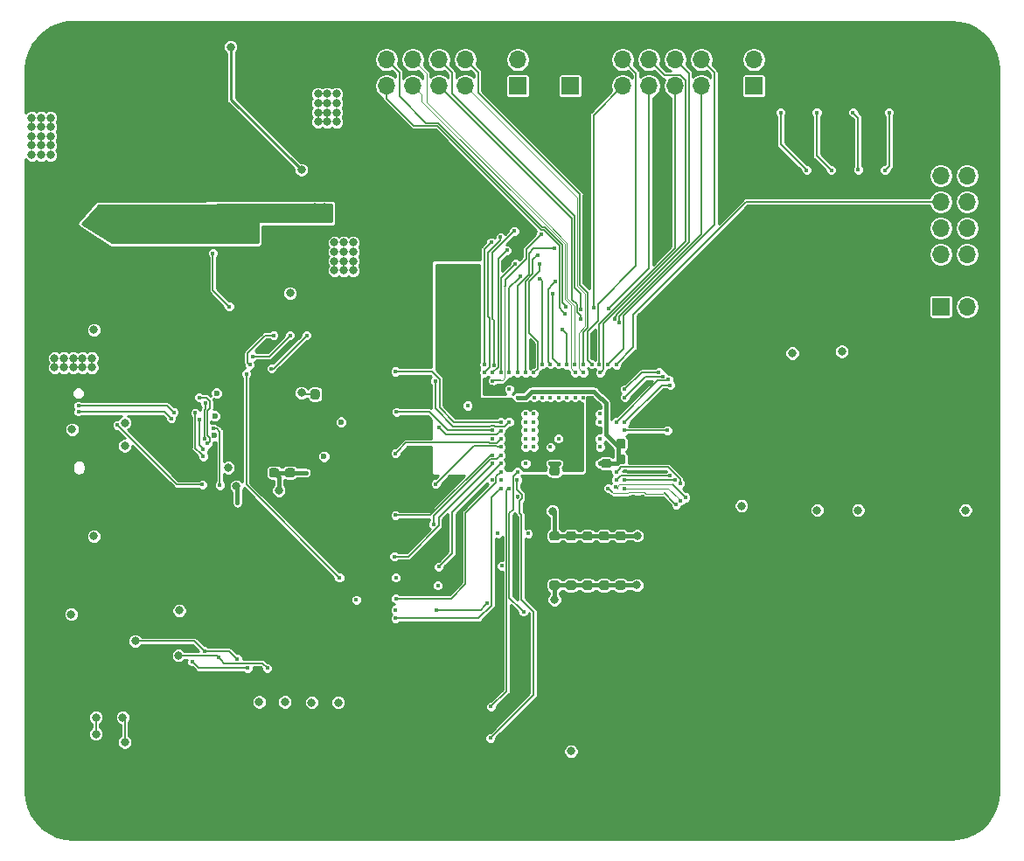
<source format=gbr>
G04 #@! TF.GenerationSoftware,KiCad,Pcbnew,5.0.1*
G04 #@! TF.CreationDate,2018-12-10T08:04:53+01:00*
G04 #@! TF.ProjectId,Kilsyth,4B696C737974682E6B696361645F7063,rev?*
G04 #@! TF.SameCoordinates,Original*
G04 #@! TF.FileFunction,Copper,L4,Bot,Signal*
G04 #@! TF.FilePolarity,Positive*
%FSLAX46Y46*%
G04 Gerber Fmt 4.6, Leading zero omitted, Abs format (unit mm)*
G04 Created by KiCad (PCBNEW 5.0.1) date Mon 10 Dec 2018 08:04:53 AM CET*
%MOMM*%
%LPD*%
G01*
G04 APERTURE LIST*
G04 #@! TA.AperFunction,Conductor*
%ADD10C,0.100000*%
G04 #@! TD*
G04 #@! TA.AperFunction,SMDPad,CuDef*
%ADD11C,0.875000*%
G04 #@! TD*
G04 #@! TA.AperFunction,ComponentPad*
%ADD12R,1.700000X1.700000*%
G04 #@! TD*
G04 #@! TA.AperFunction,ComponentPad*
%ADD13O,1.700000X1.700000*%
G04 #@! TD*
G04 #@! TA.AperFunction,ComponentPad*
%ADD14C,1.450000*%
G04 #@! TD*
G04 #@! TA.AperFunction,ComponentPad*
%ADD15O,1.900000X1.200000*%
G04 #@! TD*
G04 #@! TA.AperFunction,ComponentPad*
%ADD16O,2.600000X1.300000*%
G04 #@! TD*
G04 #@! TA.AperFunction,ComponentPad*
%ADD17O,2.300000X1.200000*%
G04 #@! TD*
G04 #@! TA.AperFunction,ComponentPad*
%ADD18O,1.100000X1.650000*%
G04 #@! TD*
G04 #@! TA.AperFunction,ComponentPad*
%ADD19C,6.400000*%
G04 #@! TD*
G04 #@! TA.AperFunction,ViaPad*
%ADD20C,0.800000*%
G04 #@! TD*
G04 #@! TA.AperFunction,ViaPad*
%ADD21C,0.450000*%
G04 #@! TD*
G04 #@! TA.AperFunction,ViaPad*
%ADD22C,0.600000*%
G04 #@! TD*
G04 #@! TA.AperFunction,Conductor*
%ADD23C,0.400000*%
G04 #@! TD*
G04 #@! TA.AperFunction,Conductor*
%ADD24C,0.127000*%
G04 #@! TD*
G04 #@! TA.AperFunction,Conductor*
%ADD25C,0.101600*%
G04 #@! TD*
G04 #@! TA.AperFunction,Conductor*
%ADD26C,0.200000*%
G04 #@! TD*
G04 #@! TA.AperFunction,Conductor*
%ADD27C,0.254000*%
G04 #@! TD*
G04 #@! TA.AperFunction,Conductor*
%ADD28C,0.203200*%
G04 #@! TD*
G04 APERTURE END LIST*
D10*
G04 #@! TO.N,GND*
G04 #@! TO.C,C6*
G36*
X109865191Y-92326053D02*
X109886426Y-92329203D01*
X109907250Y-92334419D01*
X109927462Y-92341651D01*
X109946868Y-92350830D01*
X109965281Y-92361866D01*
X109982524Y-92374654D01*
X109998430Y-92389070D01*
X110012846Y-92404976D01*
X110025634Y-92422219D01*
X110036670Y-92440632D01*
X110045849Y-92460038D01*
X110053081Y-92480250D01*
X110058297Y-92501074D01*
X110061447Y-92522309D01*
X110062500Y-92543750D01*
X110062500Y-93056250D01*
X110061447Y-93077691D01*
X110058297Y-93098926D01*
X110053081Y-93119750D01*
X110045849Y-93139962D01*
X110036670Y-93159368D01*
X110025634Y-93177781D01*
X110012846Y-93195024D01*
X109998430Y-93210930D01*
X109982524Y-93225346D01*
X109965281Y-93238134D01*
X109946868Y-93249170D01*
X109927462Y-93258349D01*
X109907250Y-93265581D01*
X109886426Y-93270797D01*
X109865191Y-93273947D01*
X109843750Y-93275000D01*
X109406250Y-93275000D01*
X109384809Y-93273947D01*
X109363574Y-93270797D01*
X109342750Y-93265581D01*
X109322538Y-93258349D01*
X109303132Y-93249170D01*
X109284719Y-93238134D01*
X109267476Y-93225346D01*
X109251570Y-93210930D01*
X109237154Y-93195024D01*
X109224366Y-93177781D01*
X109213330Y-93159368D01*
X109204151Y-93139962D01*
X109196919Y-93119750D01*
X109191703Y-93098926D01*
X109188553Y-93077691D01*
X109187500Y-93056250D01*
X109187500Y-92543750D01*
X109188553Y-92522309D01*
X109191703Y-92501074D01*
X109196919Y-92480250D01*
X109204151Y-92460038D01*
X109213330Y-92440632D01*
X109224366Y-92422219D01*
X109237154Y-92404976D01*
X109251570Y-92389070D01*
X109267476Y-92374654D01*
X109284719Y-92361866D01*
X109303132Y-92350830D01*
X109322538Y-92341651D01*
X109342750Y-92334419D01*
X109363574Y-92329203D01*
X109384809Y-92326053D01*
X109406250Y-92325000D01*
X109843750Y-92325000D01*
X109865191Y-92326053D01*
X109865191Y-92326053D01*
G37*
D11*
G04 #@! TD*
G04 #@! TO.P,C6,2*
G04 #@! TO.N,GND*
X109625000Y-92800000D03*
D10*
G04 #@! TO.N,+2V5*
G04 #@! TO.C,C6*
G36*
X108290191Y-92326053D02*
X108311426Y-92329203D01*
X108332250Y-92334419D01*
X108352462Y-92341651D01*
X108371868Y-92350830D01*
X108390281Y-92361866D01*
X108407524Y-92374654D01*
X108423430Y-92389070D01*
X108437846Y-92404976D01*
X108450634Y-92422219D01*
X108461670Y-92440632D01*
X108470849Y-92460038D01*
X108478081Y-92480250D01*
X108483297Y-92501074D01*
X108486447Y-92522309D01*
X108487500Y-92543750D01*
X108487500Y-93056250D01*
X108486447Y-93077691D01*
X108483297Y-93098926D01*
X108478081Y-93119750D01*
X108470849Y-93139962D01*
X108461670Y-93159368D01*
X108450634Y-93177781D01*
X108437846Y-93195024D01*
X108423430Y-93210930D01*
X108407524Y-93225346D01*
X108390281Y-93238134D01*
X108371868Y-93249170D01*
X108352462Y-93258349D01*
X108332250Y-93265581D01*
X108311426Y-93270797D01*
X108290191Y-93273947D01*
X108268750Y-93275000D01*
X107831250Y-93275000D01*
X107809809Y-93273947D01*
X107788574Y-93270797D01*
X107767750Y-93265581D01*
X107747538Y-93258349D01*
X107728132Y-93249170D01*
X107709719Y-93238134D01*
X107692476Y-93225346D01*
X107676570Y-93210930D01*
X107662154Y-93195024D01*
X107649366Y-93177781D01*
X107638330Y-93159368D01*
X107629151Y-93139962D01*
X107621919Y-93119750D01*
X107616703Y-93098926D01*
X107613553Y-93077691D01*
X107612500Y-93056250D01*
X107612500Y-92543750D01*
X107613553Y-92522309D01*
X107616703Y-92501074D01*
X107621919Y-92480250D01*
X107629151Y-92460038D01*
X107638330Y-92440632D01*
X107649366Y-92422219D01*
X107662154Y-92404976D01*
X107676570Y-92389070D01*
X107692476Y-92374654D01*
X107709719Y-92361866D01*
X107728132Y-92350830D01*
X107747538Y-92341651D01*
X107767750Y-92334419D01*
X107788574Y-92329203D01*
X107809809Y-92326053D01*
X107831250Y-92325000D01*
X108268750Y-92325000D01*
X108290191Y-92326053D01*
X108290191Y-92326053D01*
G37*
D11*
G04 #@! TD*
G04 #@! TO.P,C6,1*
G04 #@! TO.N,+2V5*
X108050000Y-92800000D03*
D12*
G04 #@! TO.P,J10,1*
G04 #@! TO.N,+3V3*
X103124000Y-56642000D03*
D13*
G04 #@! TO.P,J10,2*
G04 #@! TO.N,GND*
X103124000Y-54102000D03*
G04 #@! TD*
D14*
G04 #@! TO.P,J3,6*
G04 #@! TO.N,GND*
X54712500Y-100000000D03*
X54712500Y-105000000D03*
D15*
X52012500Y-99000000D03*
X52012500Y-106000000D03*
G04 #@! TD*
D16*
G04 #@! TO.P,J2,S1*
G04 #@! TO.N,GND*
X52450000Y-94320000D03*
X52450000Y-85680000D03*
D17*
X57500000Y-85680000D03*
X57500000Y-94320000D03*
D18*
X56900000Y-86020000D03*
X56910000Y-93980000D03*
G04 #@! TD*
D19*
G04 #@! TO.P,H4,1*
G04 #@! TO.N,GND*
X140000000Y-125000000D03*
G04 #@! TD*
G04 #@! TO.P,H3,1*
G04 #@! TO.N,GND*
X55000000Y-125000000D03*
G04 #@! TD*
G04 #@! TO.P,H2,1*
G04 #@! TO.N,GND*
X140000000Y-55000000D03*
G04 #@! TD*
G04 #@! TO.P,H1,1*
G04 #@! TO.N,GND*
X55000000Y-55000000D03*
G04 #@! TD*
D10*
G04 #@! TO.N,GND*
G04 #@! TO.C,C38*
G36*
X80240191Y-86026053D02*
X80261426Y-86029203D01*
X80282250Y-86034419D01*
X80302462Y-86041651D01*
X80321868Y-86050830D01*
X80340281Y-86061866D01*
X80357524Y-86074654D01*
X80373430Y-86089070D01*
X80387846Y-86104976D01*
X80400634Y-86122219D01*
X80411670Y-86140632D01*
X80420849Y-86160038D01*
X80428081Y-86180250D01*
X80433297Y-86201074D01*
X80436447Y-86222309D01*
X80437500Y-86243750D01*
X80437500Y-86756250D01*
X80436447Y-86777691D01*
X80433297Y-86798926D01*
X80428081Y-86819750D01*
X80420849Y-86839962D01*
X80411670Y-86859368D01*
X80400634Y-86877781D01*
X80387846Y-86895024D01*
X80373430Y-86910930D01*
X80357524Y-86925346D01*
X80340281Y-86938134D01*
X80321868Y-86949170D01*
X80302462Y-86958349D01*
X80282250Y-86965581D01*
X80261426Y-86970797D01*
X80240191Y-86973947D01*
X80218750Y-86975000D01*
X79781250Y-86975000D01*
X79759809Y-86973947D01*
X79738574Y-86970797D01*
X79717750Y-86965581D01*
X79697538Y-86958349D01*
X79678132Y-86949170D01*
X79659719Y-86938134D01*
X79642476Y-86925346D01*
X79626570Y-86910930D01*
X79612154Y-86895024D01*
X79599366Y-86877781D01*
X79588330Y-86859368D01*
X79579151Y-86839962D01*
X79571919Y-86819750D01*
X79566703Y-86798926D01*
X79563553Y-86777691D01*
X79562500Y-86756250D01*
X79562500Y-86243750D01*
X79563553Y-86222309D01*
X79566703Y-86201074D01*
X79571919Y-86180250D01*
X79579151Y-86160038D01*
X79588330Y-86140632D01*
X79599366Y-86122219D01*
X79612154Y-86104976D01*
X79626570Y-86089070D01*
X79642476Y-86074654D01*
X79659719Y-86061866D01*
X79678132Y-86050830D01*
X79697538Y-86041651D01*
X79717750Y-86034419D01*
X79738574Y-86029203D01*
X79759809Y-86026053D01*
X79781250Y-86025000D01*
X80218750Y-86025000D01*
X80240191Y-86026053D01*
X80240191Y-86026053D01*
G37*
D11*
G04 #@! TD*
G04 #@! TO.P,C38,2*
G04 #@! TO.N,GND*
X80000000Y-86500000D03*
D10*
G04 #@! TO.N,VD10*
G04 #@! TO.C,C38*
G36*
X78665191Y-86026053D02*
X78686426Y-86029203D01*
X78707250Y-86034419D01*
X78727462Y-86041651D01*
X78746868Y-86050830D01*
X78765281Y-86061866D01*
X78782524Y-86074654D01*
X78798430Y-86089070D01*
X78812846Y-86104976D01*
X78825634Y-86122219D01*
X78836670Y-86140632D01*
X78845849Y-86160038D01*
X78853081Y-86180250D01*
X78858297Y-86201074D01*
X78861447Y-86222309D01*
X78862500Y-86243750D01*
X78862500Y-86756250D01*
X78861447Y-86777691D01*
X78858297Y-86798926D01*
X78853081Y-86819750D01*
X78845849Y-86839962D01*
X78836670Y-86859368D01*
X78825634Y-86877781D01*
X78812846Y-86895024D01*
X78798430Y-86910930D01*
X78782524Y-86925346D01*
X78765281Y-86938134D01*
X78746868Y-86949170D01*
X78727462Y-86958349D01*
X78707250Y-86965581D01*
X78686426Y-86970797D01*
X78665191Y-86973947D01*
X78643750Y-86975000D01*
X78206250Y-86975000D01*
X78184809Y-86973947D01*
X78163574Y-86970797D01*
X78142750Y-86965581D01*
X78122538Y-86958349D01*
X78103132Y-86949170D01*
X78084719Y-86938134D01*
X78067476Y-86925346D01*
X78051570Y-86910930D01*
X78037154Y-86895024D01*
X78024366Y-86877781D01*
X78013330Y-86859368D01*
X78004151Y-86839962D01*
X77996919Y-86819750D01*
X77991703Y-86798926D01*
X77988553Y-86777691D01*
X77987500Y-86756250D01*
X77987500Y-86243750D01*
X77988553Y-86222309D01*
X77991703Y-86201074D01*
X77996919Y-86180250D01*
X78004151Y-86160038D01*
X78013330Y-86140632D01*
X78024366Y-86122219D01*
X78037154Y-86104976D01*
X78051570Y-86089070D01*
X78067476Y-86074654D01*
X78084719Y-86061866D01*
X78103132Y-86050830D01*
X78122538Y-86041651D01*
X78142750Y-86034419D01*
X78163574Y-86029203D01*
X78184809Y-86026053D01*
X78206250Y-86025000D01*
X78643750Y-86025000D01*
X78665191Y-86026053D01*
X78665191Y-86026053D01*
G37*
D11*
G04 #@! TD*
G04 #@! TO.P,C38,1*
G04 #@! TO.N,VD10*
X78425000Y-86500000D03*
D10*
G04 #@! TO.N,GND*
G04 #@! TO.C,C39*
G36*
X76277691Y-92076053D02*
X76298926Y-92079203D01*
X76319750Y-92084419D01*
X76339962Y-92091651D01*
X76359368Y-92100830D01*
X76377781Y-92111866D01*
X76395024Y-92124654D01*
X76410930Y-92139070D01*
X76425346Y-92154976D01*
X76438134Y-92172219D01*
X76449170Y-92190632D01*
X76458349Y-92210038D01*
X76465581Y-92230250D01*
X76470797Y-92251074D01*
X76473947Y-92272309D01*
X76475000Y-92293750D01*
X76475000Y-92731250D01*
X76473947Y-92752691D01*
X76470797Y-92773926D01*
X76465581Y-92794750D01*
X76458349Y-92814962D01*
X76449170Y-92834368D01*
X76438134Y-92852781D01*
X76425346Y-92870024D01*
X76410930Y-92885930D01*
X76395024Y-92900346D01*
X76377781Y-92913134D01*
X76359368Y-92924170D01*
X76339962Y-92933349D01*
X76319750Y-92940581D01*
X76298926Y-92945797D01*
X76277691Y-92948947D01*
X76256250Y-92950000D01*
X75743750Y-92950000D01*
X75722309Y-92948947D01*
X75701074Y-92945797D01*
X75680250Y-92940581D01*
X75660038Y-92933349D01*
X75640632Y-92924170D01*
X75622219Y-92913134D01*
X75604976Y-92900346D01*
X75589070Y-92885930D01*
X75574654Y-92870024D01*
X75561866Y-92852781D01*
X75550830Y-92834368D01*
X75541651Y-92814962D01*
X75534419Y-92794750D01*
X75529203Y-92773926D01*
X75526053Y-92752691D01*
X75525000Y-92731250D01*
X75525000Y-92293750D01*
X75526053Y-92272309D01*
X75529203Y-92251074D01*
X75534419Y-92230250D01*
X75541651Y-92210038D01*
X75550830Y-92190632D01*
X75561866Y-92172219D01*
X75574654Y-92154976D01*
X75589070Y-92139070D01*
X75604976Y-92124654D01*
X75622219Y-92111866D01*
X75640632Y-92100830D01*
X75660038Y-92091651D01*
X75680250Y-92084419D01*
X75701074Y-92079203D01*
X75722309Y-92076053D01*
X75743750Y-92075000D01*
X76256250Y-92075000D01*
X76277691Y-92076053D01*
X76277691Y-92076053D01*
G37*
D11*
G04 #@! TD*
G04 #@! TO.P,C39,2*
G04 #@! TO.N,GND*
X76000000Y-92512500D03*
D10*
G04 #@! TO.N,+3V3*
G04 #@! TO.C,C39*
G36*
X76277691Y-93651053D02*
X76298926Y-93654203D01*
X76319750Y-93659419D01*
X76339962Y-93666651D01*
X76359368Y-93675830D01*
X76377781Y-93686866D01*
X76395024Y-93699654D01*
X76410930Y-93714070D01*
X76425346Y-93729976D01*
X76438134Y-93747219D01*
X76449170Y-93765632D01*
X76458349Y-93785038D01*
X76465581Y-93805250D01*
X76470797Y-93826074D01*
X76473947Y-93847309D01*
X76475000Y-93868750D01*
X76475000Y-94306250D01*
X76473947Y-94327691D01*
X76470797Y-94348926D01*
X76465581Y-94369750D01*
X76458349Y-94389962D01*
X76449170Y-94409368D01*
X76438134Y-94427781D01*
X76425346Y-94445024D01*
X76410930Y-94460930D01*
X76395024Y-94475346D01*
X76377781Y-94488134D01*
X76359368Y-94499170D01*
X76339962Y-94508349D01*
X76319750Y-94515581D01*
X76298926Y-94520797D01*
X76277691Y-94523947D01*
X76256250Y-94525000D01*
X75743750Y-94525000D01*
X75722309Y-94523947D01*
X75701074Y-94520797D01*
X75680250Y-94515581D01*
X75660038Y-94508349D01*
X75640632Y-94499170D01*
X75622219Y-94488134D01*
X75604976Y-94475346D01*
X75589070Y-94460930D01*
X75574654Y-94445024D01*
X75561866Y-94427781D01*
X75550830Y-94409368D01*
X75541651Y-94389962D01*
X75534419Y-94369750D01*
X75529203Y-94348926D01*
X75526053Y-94327691D01*
X75525000Y-94306250D01*
X75525000Y-93868750D01*
X75526053Y-93847309D01*
X75529203Y-93826074D01*
X75534419Y-93805250D01*
X75541651Y-93785038D01*
X75550830Y-93765632D01*
X75561866Y-93747219D01*
X75574654Y-93729976D01*
X75589070Y-93714070D01*
X75604976Y-93699654D01*
X75622219Y-93686866D01*
X75640632Y-93675830D01*
X75660038Y-93666651D01*
X75680250Y-93659419D01*
X75701074Y-93654203D01*
X75722309Y-93651053D01*
X75743750Y-93650000D01*
X76256250Y-93650000D01*
X76277691Y-93651053D01*
X76277691Y-93651053D01*
G37*
D11*
G04 #@! TD*
G04 #@! TO.P,C39,1*
G04 #@! TO.N,+3V3*
X76000000Y-94087500D03*
D10*
G04 #@! TO.N,GND*
G04 #@! TO.C,C40*
G36*
X74727691Y-92076053D02*
X74748926Y-92079203D01*
X74769750Y-92084419D01*
X74789962Y-92091651D01*
X74809368Y-92100830D01*
X74827781Y-92111866D01*
X74845024Y-92124654D01*
X74860930Y-92139070D01*
X74875346Y-92154976D01*
X74888134Y-92172219D01*
X74899170Y-92190632D01*
X74908349Y-92210038D01*
X74915581Y-92230250D01*
X74920797Y-92251074D01*
X74923947Y-92272309D01*
X74925000Y-92293750D01*
X74925000Y-92731250D01*
X74923947Y-92752691D01*
X74920797Y-92773926D01*
X74915581Y-92794750D01*
X74908349Y-92814962D01*
X74899170Y-92834368D01*
X74888134Y-92852781D01*
X74875346Y-92870024D01*
X74860930Y-92885930D01*
X74845024Y-92900346D01*
X74827781Y-92913134D01*
X74809368Y-92924170D01*
X74789962Y-92933349D01*
X74769750Y-92940581D01*
X74748926Y-92945797D01*
X74727691Y-92948947D01*
X74706250Y-92950000D01*
X74193750Y-92950000D01*
X74172309Y-92948947D01*
X74151074Y-92945797D01*
X74130250Y-92940581D01*
X74110038Y-92933349D01*
X74090632Y-92924170D01*
X74072219Y-92913134D01*
X74054976Y-92900346D01*
X74039070Y-92885930D01*
X74024654Y-92870024D01*
X74011866Y-92852781D01*
X74000830Y-92834368D01*
X73991651Y-92814962D01*
X73984419Y-92794750D01*
X73979203Y-92773926D01*
X73976053Y-92752691D01*
X73975000Y-92731250D01*
X73975000Y-92293750D01*
X73976053Y-92272309D01*
X73979203Y-92251074D01*
X73984419Y-92230250D01*
X73991651Y-92210038D01*
X74000830Y-92190632D01*
X74011866Y-92172219D01*
X74024654Y-92154976D01*
X74039070Y-92139070D01*
X74054976Y-92124654D01*
X74072219Y-92111866D01*
X74090632Y-92100830D01*
X74110038Y-92091651D01*
X74130250Y-92084419D01*
X74151074Y-92079203D01*
X74172309Y-92076053D01*
X74193750Y-92075000D01*
X74706250Y-92075000D01*
X74727691Y-92076053D01*
X74727691Y-92076053D01*
G37*
D11*
G04 #@! TD*
G04 #@! TO.P,C40,2*
G04 #@! TO.N,GND*
X74450000Y-92512500D03*
D10*
G04 #@! TO.N,+3V3*
G04 #@! TO.C,C40*
G36*
X74727691Y-93651053D02*
X74748926Y-93654203D01*
X74769750Y-93659419D01*
X74789962Y-93666651D01*
X74809368Y-93675830D01*
X74827781Y-93686866D01*
X74845024Y-93699654D01*
X74860930Y-93714070D01*
X74875346Y-93729976D01*
X74888134Y-93747219D01*
X74899170Y-93765632D01*
X74908349Y-93785038D01*
X74915581Y-93805250D01*
X74920797Y-93826074D01*
X74923947Y-93847309D01*
X74925000Y-93868750D01*
X74925000Y-94306250D01*
X74923947Y-94327691D01*
X74920797Y-94348926D01*
X74915581Y-94369750D01*
X74908349Y-94389962D01*
X74899170Y-94409368D01*
X74888134Y-94427781D01*
X74875346Y-94445024D01*
X74860930Y-94460930D01*
X74845024Y-94475346D01*
X74827781Y-94488134D01*
X74809368Y-94499170D01*
X74789962Y-94508349D01*
X74769750Y-94515581D01*
X74748926Y-94520797D01*
X74727691Y-94523947D01*
X74706250Y-94525000D01*
X74193750Y-94525000D01*
X74172309Y-94523947D01*
X74151074Y-94520797D01*
X74130250Y-94515581D01*
X74110038Y-94508349D01*
X74090632Y-94499170D01*
X74072219Y-94488134D01*
X74054976Y-94475346D01*
X74039070Y-94460930D01*
X74024654Y-94445024D01*
X74011866Y-94427781D01*
X74000830Y-94409368D01*
X73991651Y-94389962D01*
X73984419Y-94369750D01*
X73979203Y-94348926D01*
X73976053Y-94327691D01*
X73975000Y-94306250D01*
X73975000Y-93868750D01*
X73976053Y-93847309D01*
X73979203Y-93826074D01*
X73984419Y-93805250D01*
X73991651Y-93785038D01*
X74000830Y-93765632D01*
X74011866Y-93747219D01*
X74024654Y-93729976D01*
X74039070Y-93714070D01*
X74054976Y-93699654D01*
X74072219Y-93686866D01*
X74090632Y-93675830D01*
X74110038Y-93666651D01*
X74130250Y-93659419D01*
X74151074Y-93654203D01*
X74172309Y-93651053D01*
X74193750Y-93650000D01*
X74706250Y-93650000D01*
X74727691Y-93651053D01*
X74727691Y-93651053D01*
G37*
D11*
G04 #@! TD*
G04 #@! TO.P,C40,1*
G04 #@! TO.N,+3V3*
X74450000Y-94087500D03*
D10*
G04 #@! TO.N,GND*
G04 #@! TO.C,C44*
G36*
X103977691Y-94563553D02*
X103998926Y-94566703D01*
X104019750Y-94571919D01*
X104039962Y-94579151D01*
X104059368Y-94588330D01*
X104077781Y-94599366D01*
X104095024Y-94612154D01*
X104110930Y-94626570D01*
X104125346Y-94642476D01*
X104138134Y-94659719D01*
X104149170Y-94678132D01*
X104158349Y-94697538D01*
X104165581Y-94717750D01*
X104170797Y-94738574D01*
X104173947Y-94759809D01*
X104175000Y-94781250D01*
X104175000Y-95218750D01*
X104173947Y-95240191D01*
X104170797Y-95261426D01*
X104165581Y-95282250D01*
X104158349Y-95302462D01*
X104149170Y-95321868D01*
X104138134Y-95340281D01*
X104125346Y-95357524D01*
X104110930Y-95373430D01*
X104095024Y-95387846D01*
X104077781Y-95400634D01*
X104059368Y-95411670D01*
X104039962Y-95420849D01*
X104019750Y-95428081D01*
X103998926Y-95433297D01*
X103977691Y-95436447D01*
X103956250Y-95437500D01*
X103443750Y-95437500D01*
X103422309Y-95436447D01*
X103401074Y-95433297D01*
X103380250Y-95428081D01*
X103360038Y-95420849D01*
X103340632Y-95411670D01*
X103322219Y-95400634D01*
X103304976Y-95387846D01*
X103289070Y-95373430D01*
X103274654Y-95357524D01*
X103261866Y-95340281D01*
X103250830Y-95321868D01*
X103241651Y-95302462D01*
X103234419Y-95282250D01*
X103229203Y-95261426D01*
X103226053Y-95240191D01*
X103225000Y-95218750D01*
X103225000Y-94781250D01*
X103226053Y-94759809D01*
X103229203Y-94738574D01*
X103234419Y-94717750D01*
X103241651Y-94697538D01*
X103250830Y-94678132D01*
X103261866Y-94659719D01*
X103274654Y-94642476D01*
X103289070Y-94626570D01*
X103304976Y-94612154D01*
X103322219Y-94599366D01*
X103340632Y-94588330D01*
X103360038Y-94579151D01*
X103380250Y-94571919D01*
X103401074Y-94566703D01*
X103422309Y-94563553D01*
X103443750Y-94562500D01*
X103956250Y-94562500D01*
X103977691Y-94563553D01*
X103977691Y-94563553D01*
G37*
D11*
G04 #@! TD*
G04 #@! TO.P,C44,2*
G04 #@! TO.N,GND*
X103700000Y-95000000D03*
D10*
G04 #@! TO.N,+1V1*
G04 #@! TO.C,C44*
G36*
X103977691Y-92988553D02*
X103998926Y-92991703D01*
X104019750Y-92996919D01*
X104039962Y-93004151D01*
X104059368Y-93013330D01*
X104077781Y-93024366D01*
X104095024Y-93037154D01*
X104110930Y-93051570D01*
X104125346Y-93067476D01*
X104138134Y-93084719D01*
X104149170Y-93103132D01*
X104158349Y-93122538D01*
X104165581Y-93142750D01*
X104170797Y-93163574D01*
X104173947Y-93184809D01*
X104175000Y-93206250D01*
X104175000Y-93643750D01*
X104173947Y-93665191D01*
X104170797Y-93686426D01*
X104165581Y-93707250D01*
X104158349Y-93727462D01*
X104149170Y-93746868D01*
X104138134Y-93765281D01*
X104125346Y-93782524D01*
X104110930Y-93798430D01*
X104095024Y-93812846D01*
X104077781Y-93825634D01*
X104059368Y-93836670D01*
X104039962Y-93845849D01*
X104019750Y-93853081D01*
X103998926Y-93858297D01*
X103977691Y-93861447D01*
X103956250Y-93862500D01*
X103443750Y-93862500D01*
X103422309Y-93861447D01*
X103401074Y-93858297D01*
X103380250Y-93853081D01*
X103360038Y-93845849D01*
X103340632Y-93836670D01*
X103322219Y-93825634D01*
X103304976Y-93812846D01*
X103289070Y-93798430D01*
X103274654Y-93782524D01*
X103261866Y-93765281D01*
X103250830Y-93746868D01*
X103241651Y-93727462D01*
X103234419Y-93707250D01*
X103229203Y-93686426D01*
X103226053Y-93665191D01*
X103225000Y-93643750D01*
X103225000Y-93206250D01*
X103226053Y-93184809D01*
X103229203Y-93163574D01*
X103234419Y-93142750D01*
X103241651Y-93122538D01*
X103250830Y-93103132D01*
X103261866Y-93084719D01*
X103274654Y-93067476D01*
X103289070Y-93051570D01*
X103304976Y-93037154D01*
X103322219Y-93024366D01*
X103340632Y-93013330D01*
X103360038Y-93004151D01*
X103380250Y-92996919D01*
X103401074Y-92991703D01*
X103422309Y-92988553D01*
X103443750Y-92987500D01*
X103956250Y-92987500D01*
X103977691Y-92988553D01*
X103977691Y-92988553D01*
G37*
D11*
G04 #@! TD*
G04 #@! TO.P,C44,1*
G04 #@! TO.N,+1V1*
X103700000Y-93425000D03*
D10*
G04 #@! TO.N,GND*
G04 #@! TO.C,C45*
G36*
X109865191Y-90826053D02*
X109886426Y-90829203D01*
X109907250Y-90834419D01*
X109927462Y-90841651D01*
X109946868Y-90850830D01*
X109965281Y-90861866D01*
X109982524Y-90874654D01*
X109998430Y-90889070D01*
X110012846Y-90904976D01*
X110025634Y-90922219D01*
X110036670Y-90940632D01*
X110045849Y-90960038D01*
X110053081Y-90980250D01*
X110058297Y-91001074D01*
X110061447Y-91022309D01*
X110062500Y-91043750D01*
X110062500Y-91556250D01*
X110061447Y-91577691D01*
X110058297Y-91598926D01*
X110053081Y-91619750D01*
X110045849Y-91639962D01*
X110036670Y-91659368D01*
X110025634Y-91677781D01*
X110012846Y-91695024D01*
X109998430Y-91710930D01*
X109982524Y-91725346D01*
X109965281Y-91738134D01*
X109946868Y-91749170D01*
X109927462Y-91758349D01*
X109907250Y-91765581D01*
X109886426Y-91770797D01*
X109865191Y-91773947D01*
X109843750Y-91775000D01*
X109406250Y-91775000D01*
X109384809Y-91773947D01*
X109363574Y-91770797D01*
X109342750Y-91765581D01*
X109322538Y-91758349D01*
X109303132Y-91749170D01*
X109284719Y-91738134D01*
X109267476Y-91725346D01*
X109251570Y-91710930D01*
X109237154Y-91695024D01*
X109224366Y-91677781D01*
X109213330Y-91659368D01*
X109204151Y-91639962D01*
X109196919Y-91619750D01*
X109191703Y-91598926D01*
X109188553Y-91577691D01*
X109187500Y-91556250D01*
X109187500Y-91043750D01*
X109188553Y-91022309D01*
X109191703Y-91001074D01*
X109196919Y-90980250D01*
X109204151Y-90960038D01*
X109213330Y-90940632D01*
X109224366Y-90922219D01*
X109237154Y-90904976D01*
X109251570Y-90889070D01*
X109267476Y-90874654D01*
X109284719Y-90861866D01*
X109303132Y-90850830D01*
X109322538Y-90841651D01*
X109342750Y-90834419D01*
X109363574Y-90829203D01*
X109384809Y-90826053D01*
X109406250Y-90825000D01*
X109843750Y-90825000D01*
X109865191Y-90826053D01*
X109865191Y-90826053D01*
G37*
D11*
G04 #@! TD*
G04 #@! TO.P,C45,2*
G04 #@! TO.N,GND*
X109625000Y-91300000D03*
D10*
G04 #@! TO.N,+2V5*
G04 #@! TO.C,C45*
G36*
X108290191Y-90826053D02*
X108311426Y-90829203D01*
X108332250Y-90834419D01*
X108352462Y-90841651D01*
X108371868Y-90850830D01*
X108390281Y-90861866D01*
X108407524Y-90874654D01*
X108423430Y-90889070D01*
X108437846Y-90904976D01*
X108450634Y-90922219D01*
X108461670Y-90940632D01*
X108470849Y-90960038D01*
X108478081Y-90980250D01*
X108483297Y-91001074D01*
X108486447Y-91022309D01*
X108487500Y-91043750D01*
X108487500Y-91556250D01*
X108486447Y-91577691D01*
X108483297Y-91598926D01*
X108478081Y-91619750D01*
X108470849Y-91639962D01*
X108461670Y-91659368D01*
X108450634Y-91677781D01*
X108437846Y-91695024D01*
X108423430Y-91710930D01*
X108407524Y-91725346D01*
X108390281Y-91738134D01*
X108371868Y-91749170D01*
X108352462Y-91758349D01*
X108332250Y-91765581D01*
X108311426Y-91770797D01*
X108290191Y-91773947D01*
X108268750Y-91775000D01*
X107831250Y-91775000D01*
X107809809Y-91773947D01*
X107788574Y-91770797D01*
X107767750Y-91765581D01*
X107747538Y-91758349D01*
X107728132Y-91749170D01*
X107709719Y-91738134D01*
X107692476Y-91725346D01*
X107676570Y-91710930D01*
X107662154Y-91695024D01*
X107649366Y-91677781D01*
X107638330Y-91659368D01*
X107629151Y-91639962D01*
X107621919Y-91619750D01*
X107616703Y-91598926D01*
X107613553Y-91577691D01*
X107612500Y-91556250D01*
X107612500Y-91043750D01*
X107613553Y-91022309D01*
X107616703Y-91001074D01*
X107621919Y-90980250D01*
X107629151Y-90960038D01*
X107638330Y-90940632D01*
X107649366Y-90922219D01*
X107662154Y-90904976D01*
X107676570Y-90889070D01*
X107692476Y-90874654D01*
X107709719Y-90861866D01*
X107728132Y-90850830D01*
X107747538Y-90841651D01*
X107767750Y-90834419D01*
X107788574Y-90829203D01*
X107809809Y-90826053D01*
X107831250Y-90825000D01*
X108268750Y-90825000D01*
X108290191Y-90826053D01*
X108290191Y-90826053D01*
G37*
D11*
G04 #@! TD*
G04 #@! TO.P,C45,1*
G04 #@! TO.N,+2V5*
X108050000Y-91300000D03*
D10*
G04 #@! TO.N,GND*
G04 #@! TO.C,C46*
G36*
X101877691Y-101363553D02*
X101898926Y-101366703D01*
X101919750Y-101371919D01*
X101939962Y-101379151D01*
X101959368Y-101388330D01*
X101977781Y-101399366D01*
X101995024Y-101412154D01*
X102010930Y-101426570D01*
X102025346Y-101442476D01*
X102038134Y-101459719D01*
X102049170Y-101478132D01*
X102058349Y-101497538D01*
X102065581Y-101517750D01*
X102070797Y-101538574D01*
X102073947Y-101559809D01*
X102075000Y-101581250D01*
X102075000Y-102018750D01*
X102073947Y-102040191D01*
X102070797Y-102061426D01*
X102065581Y-102082250D01*
X102058349Y-102102462D01*
X102049170Y-102121868D01*
X102038134Y-102140281D01*
X102025346Y-102157524D01*
X102010930Y-102173430D01*
X101995024Y-102187846D01*
X101977781Y-102200634D01*
X101959368Y-102211670D01*
X101939962Y-102220849D01*
X101919750Y-102228081D01*
X101898926Y-102233297D01*
X101877691Y-102236447D01*
X101856250Y-102237500D01*
X101343750Y-102237500D01*
X101322309Y-102236447D01*
X101301074Y-102233297D01*
X101280250Y-102228081D01*
X101260038Y-102220849D01*
X101240632Y-102211670D01*
X101222219Y-102200634D01*
X101204976Y-102187846D01*
X101189070Y-102173430D01*
X101174654Y-102157524D01*
X101161866Y-102140281D01*
X101150830Y-102121868D01*
X101141651Y-102102462D01*
X101134419Y-102082250D01*
X101129203Y-102061426D01*
X101126053Y-102040191D01*
X101125000Y-102018750D01*
X101125000Y-101581250D01*
X101126053Y-101559809D01*
X101129203Y-101538574D01*
X101134419Y-101517750D01*
X101141651Y-101497538D01*
X101150830Y-101478132D01*
X101161866Y-101459719D01*
X101174654Y-101442476D01*
X101189070Y-101426570D01*
X101204976Y-101412154D01*
X101222219Y-101399366D01*
X101240632Y-101388330D01*
X101260038Y-101379151D01*
X101280250Y-101371919D01*
X101301074Y-101366703D01*
X101322309Y-101363553D01*
X101343750Y-101362500D01*
X101856250Y-101362500D01*
X101877691Y-101363553D01*
X101877691Y-101363553D01*
G37*
D11*
G04 #@! TD*
G04 #@! TO.P,C46,2*
G04 #@! TO.N,GND*
X101600000Y-101800000D03*
D10*
G04 #@! TO.N,+3V3*
G04 #@! TO.C,C46*
G36*
X101877691Y-99788553D02*
X101898926Y-99791703D01*
X101919750Y-99796919D01*
X101939962Y-99804151D01*
X101959368Y-99813330D01*
X101977781Y-99824366D01*
X101995024Y-99837154D01*
X102010930Y-99851570D01*
X102025346Y-99867476D01*
X102038134Y-99884719D01*
X102049170Y-99903132D01*
X102058349Y-99922538D01*
X102065581Y-99942750D01*
X102070797Y-99963574D01*
X102073947Y-99984809D01*
X102075000Y-100006250D01*
X102075000Y-100443750D01*
X102073947Y-100465191D01*
X102070797Y-100486426D01*
X102065581Y-100507250D01*
X102058349Y-100527462D01*
X102049170Y-100546868D01*
X102038134Y-100565281D01*
X102025346Y-100582524D01*
X102010930Y-100598430D01*
X101995024Y-100612846D01*
X101977781Y-100625634D01*
X101959368Y-100636670D01*
X101939962Y-100645849D01*
X101919750Y-100653081D01*
X101898926Y-100658297D01*
X101877691Y-100661447D01*
X101856250Y-100662500D01*
X101343750Y-100662500D01*
X101322309Y-100661447D01*
X101301074Y-100658297D01*
X101280250Y-100653081D01*
X101260038Y-100645849D01*
X101240632Y-100636670D01*
X101222219Y-100625634D01*
X101204976Y-100612846D01*
X101189070Y-100598430D01*
X101174654Y-100582524D01*
X101161866Y-100565281D01*
X101150830Y-100546868D01*
X101141651Y-100527462D01*
X101134419Y-100507250D01*
X101129203Y-100486426D01*
X101126053Y-100465191D01*
X101125000Y-100443750D01*
X101125000Y-100006250D01*
X101126053Y-99984809D01*
X101129203Y-99963574D01*
X101134419Y-99942750D01*
X101141651Y-99922538D01*
X101150830Y-99903132D01*
X101161866Y-99884719D01*
X101174654Y-99867476D01*
X101189070Y-99851570D01*
X101204976Y-99837154D01*
X101222219Y-99824366D01*
X101240632Y-99813330D01*
X101260038Y-99804151D01*
X101280250Y-99796919D01*
X101301074Y-99791703D01*
X101322309Y-99788553D01*
X101343750Y-99787500D01*
X101856250Y-99787500D01*
X101877691Y-99788553D01*
X101877691Y-99788553D01*
G37*
D11*
G04 #@! TD*
G04 #@! TO.P,C46,1*
G04 #@! TO.N,+3V3*
X101600000Y-100225000D03*
D10*
G04 #@! TO.N,GND*
G04 #@! TO.C,C47*
G36*
X105527691Y-89526053D02*
X105548926Y-89529203D01*
X105569750Y-89534419D01*
X105589962Y-89541651D01*
X105609368Y-89550830D01*
X105627781Y-89561866D01*
X105645024Y-89574654D01*
X105660930Y-89589070D01*
X105675346Y-89604976D01*
X105688134Y-89622219D01*
X105699170Y-89640632D01*
X105708349Y-89660038D01*
X105715581Y-89680250D01*
X105720797Y-89701074D01*
X105723947Y-89722309D01*
X105725000Y-89743750D01*
X105725000Y-90256250D01*
X105723947Y-90277691D01*
X105720797Y-90298926D01*
X105715581Y-90319750D01*
X105708349Y-90339962D01*
X105699170Y-90359368D01*
X105688134Y-90377781D01*
X105675346Y-90395024D01*
X105660930Y-90410930D01*
X105645024Y-90425346D01*
X105627781Y-90438134D01*
X105609368Y-90449170D01*
X105589962Y-90458349D01*
X105569750Y-90465581D01*
X105548926Y-90470797D01*
X105527691Y-90473947D01*
X105506250Y-90475000D01*
X105068750Y-90475000D01*
X105047309Y-90473947D01*
X105026074Y-90470797D01*
X105005250Y-90465581D01*
X104985038Y-90458349D01*
X104965632Y-90449170D01*
X104947219Y-90438134D01*
X104929976Y-90425346D01*
X104914070Y-90410930D01*
X104899654Y-90395024D01*
X104886866Y-90377781D01*
X104875830Y-90359368D01*
X104866651Y-90339962D01*
X104859419Y-90319750D01*
X104854203Y-90298926D01*
X104851053Y-90277691D01*
X104850000Y-90256250D01*
X104850000Y-89743750D01*
X104851053Y-89722309D01*
X104854203Y-89701074D01*
X104859419Y-89680250D01*
X104866651Y-89660038D01*
X104875830Y-89640632D01*
X104886866Y-89622219D01*
X104899654Y-89604976D01*
X104914070Y-89589070D01*
X104929976Y-89574654D01*
X104947219Y-89561866D01*
X104965632Y-89550830D01*
X104985038Y-89541651D01*
X105005250Y-89534419D01*
X105026074Y-89529203D01*
X105047309Y-89526053D01*
X105068750Y-89525000D01*
X105506250Y-89525000D01*
X105527691Y-89526053D01*
X105527691Y-89526053D01*
G37*
D11*
G04 #@! TD*
G04 #@! TO.P,C47,2*
G04 #@! TO.N,GND*
X105287500Y-90000000D03*
D10*
G04 #@! TO.N,+1V1*
G04 #@! TO.C,C47*
G36*
X103952691Y-89526053D02*
X103973926Y-89529203D01*
X103994750Y-89534419D01*
X104014962Y-89541651D01*
X104034368Y-89550830D01*
X104052781Y-89561866D01*
X104070024Y-89574654D01*
X104085930Y-89589070D01*
X104100346Y-89604976D01*
X104113134Y-89622219D01*
X104124170Y-89640632D01*
X104133349Y-89660038D01*
X104140581Y-89680250D01*
X104145797Y-89701074D01*
X104148947Y-89722309D01*
X104150000Y-89743750D01*
X104150000Y-90256250D01*
X104148947Y-90277691D01*
X104145797Y-90298926D01*
X104140581Y-90319750D01*
X104133349Y-90339962D01*
X104124170Y-90359368D01*
X104113134Y-90377781D01*
X104100346Y-90395024D01*
X104085930Y-90410930D01*
X104070024Y-90425346D01*
X104052781Y-90438134D01*
X104034368Y-90449170D01*
X104014962Y-90458349D01*
X103994750Y-90465581D01*
X103973926Y-90470797D01*
X103952691Y-90473947D01*
X103931250Y-90475000D01*
X103493750Y-90475000D01*
X103472309Y-90473947D01*
X103451074Y-90470797D01*
X103430250Y-90465581D01*
X103410038Y-90458349D01*
X103390632Y-90449170D01*
X103372219Y-90438134D01*
X103354976Y-90425346D01*
X103339070Y-90410930D01*
X103324654Y-90395024D01*
X103311866Y-90377781D01*
X103300830Y-90359368D01*
X103291651Y-90339962D01*
X103284419Y-90319750D01*
X103279203Y-90298926D01*
X103276053Y-90277691D01*
X103275000Y-90256250D01*
X103275000Y-89743750D01*
X103276053Y-89722309D01*
X103279203Y-89701074D01*
X103284419Y-89680250D01*
X103291651Y-89660038D01*
X103300830Y-89640632D01*
X103311866Y-89622219D01*
X103324654Y-89604976D01*
X103339070Y-89589070D01*
X103354976Y-89574654D01*
X103372219Y-89561866D01*
X103390632Y-89550830D01*
X103410038Y-89541651D01*
X103430250Y-89534419D01*
X103451074Y-89529203D01*
X103472309Y-89526053D01*
X103493750Y-89525000D01*
X103931250Y-89525000D01*
X103952691Y-89526053D01*
X103952691Y-89526053D01*
G37*
D11*
G04 #@! TD*
G04 #@! TO.P,C47,1*
G04 #@! TO.N,+1V1*
X103712500Y-90000000D03*
D10*
G04 #@! TO.N,GND*
G04 #@! TO.C,C48*
G36*
X106877691Y-94338553D02*
X106898926Y-94341703D01*
X106919750Y-94346919D01*
X106939962Y-94354151D01*
X106959368Y-94363330D01*
X106977781Y-94374366D01*
X106995024Y-94387154D01*
X107010930Y-94401570D01*
X107025346Y-94417476D01*
X107038134Y-94434719D01*
X107049170Y-94453132D01*
X107058349Y-94472538D01*
X107065581Y-94492750D01*
X107070797Y-94513574D01*
X107073947Y-94534809D01*
X107075000Y-94556250D01*
X107075000Y-94993750D01*
X107073947Y-95015191D01*
X107070797Y-95036426D01*
X107065581Y-95057250D01*
X107058349Y-95077462D01*
X107049170Y-95096868D01*
X107038134Y-95115281D01*
X107025346Y-95132524D01*
X107010930Y-95148430D01*
X106995024Y-95162846D01*
X106977781Y-95175634D01*
X106959368Y-95186670D01*
X106939962Y-95195849D01*
X106919750Y-95203081D01*
X106898926Y-95208297D01*
X106877691Y-95211447D01*
X106856250Y-95212500D01*
X106343750Y-95212500D01*
X106322309Y-95211447D01*
X106301074Y-95208297D01*
X106280250Y-95203081D01*
X106260038Y-95195849D01*
X106240632Y-95186670D01*
X106222219Y-95175634D01*
X106204976Y-95162846D01*
X106189070Y-95148430D01*
X106174654Y-95132524D01*
X106161866Y-95115281D01*
X106150830Y-95096868D01*
X106141651Y-95077462D01*
X106134419Y-95057250D01*
X106129203Y-95036426D01*
X106126053Y-95015191D01*
X106125000Y-94993750D01*
X106125000Y-94556250D01*
X106126053Y-94534809D01*
X106129203Y-94513574D01*
X106134419Y-94492750D01*
X106141651Y-94472538D01*
X106150830Y-94453132D01*
X106161866Y-94434719D01*
X106174654Y-94417476D01*
X106189070Y-94401570D01*
X106204976Y-94387154D01*
X106222219Y-94374366D01*
X106240632Y-94363330D01*
X106260038Y-94354151D01*
X106280250Y-94346919D01*
X106301074Y-94341703D01*
X106322309Y-94338553D01*
X106343750Y-94337500D01*
X106856250Y-94337500D01*
X106877691Y-94338553D01*
X106877691Y-94338553D01*
G37*
D11*
G04 #@! TD*
G04 #@! TO.P,C48,2*
G04 #@! TO.N,GND*
X106600000Y-94775000D03*
D10*
G04 #@! TO.N,+2V5*
G04 #@! TO.C,C48*
G36*
X106877691Y-92763553D02*
X106898926Y-92766703D01*
X106919750Y-92771919D01*
X106939962Y-92779151D01*
X106959368Y-92788330D01*
X106977781Y-92799366D01*
X106995024Y-92812154D01*
X107010930Y-92826570D01*
X107025346Y-92842476D01*
X107038134Y-92859719D01*
X107049170Y-92878132D01*
X107058349Y-92897538D01*
X107065581Y-92917750D01*
X107070797Y-92938574D01*
X107073947Y-92959809D01*
X107075000Y-92981250D01*
X107075000Y-93418750D01*
X107073947Y-93440191D01*
X107070797Y-93461426D01*
X107065581Y-93482250D01*
X107058349Y-93502462D01*
X107049170Y-93521868D01*
X107038134Y-93540281D01*
X107025346Y-93557524D01*
X107010930Y-93573430D01*
X106995024Y-93587846D01*
X106977781Y-93600634D01*
X106959368Y-93611670D01*
X106939962Y-93620849D01*
X106919750Y-93628081D01*
X106898926Y-93633297D01*
X106877691Y-93636447D01*
X106856250Y-93637500D01*
X106343750Y-93637500D01*
X106322309Y-93636447D01*
X106301074Y-93633297D01*
X106280250Y-93628081D01*
X106260038Y-93620849D01*
X106240632Y-93611670D01*
X106222219Y-93600634D01*
X106204976Y-93587846D01*
X106189070Y-93573430D01*
X106174654Y-93557524D01*
X106161866Y-93540281D01*
X106150830Y-93521868D01*
X106141651Y-93502462D01*
X106134419Y-93482250D01*
X106129203Y-93461426D01*
X106126053Y-93440191D01*
X106125000Y-93418750D01*
X106125000Y-92981250D01*
X106126053Y-92959809D01*
X106129203Y-92938574D01*
X106134419Y-92917750D01*
X106141651Y-92897538D01*
X106150830Y-92878132D01*
X106161866Y-92859719D01*
X106174654Y-92842476D01*
X106189070Y-92826570D01*
X106204976Y-92812154D01*
X106222219Y-92799366D01*
X106240632Y-92788330D01*
X106260038Y-92779151D01*
X106280250Y-92771919D01*
X106301074Y-92766703D01*
X106322309Y-92763553D01*
X106343750Y-92762500D01*
X106856250Y-92762500D01*
X106877691Y-92763553D01*
X106877691Y-92763553D01*
G37*
D11*
G04 #@! TD*
G04 #@! TO.P,C48,1*
G04 #@! TO.N,+2V5*
X106600000Y-93200000D03*
D10*
G04 #@! TO.N,GND*
G04 #@! TO.C,C49*
G36*
X101877691Y-95063553D02*
X101898926Y-95066703D01*
X101919750Y-95071919D01*
X101939962Y-95079151D01*
X101959368Y-95088330D01*
X101977781Y-95099366D01*
X101995024Y-95112154D01*
X102010930Y-95126570D01*
X102025346Y-95142476D01*
X102038134Y-95159719D01*
X102049170Y-95178132D01*
X102058349Y-95197538D01*
X102065581Y-95217750D01*
X102070797Y-95238574D01*
X102073947Y-95259809D01*
X102075000Y-95281250D01*
X102075000Y-95718750D01*
X102073947Y-95740191D01*
X102070797Y-95761426D01*
X102065581Y-95782250D01*
X102058349Y-95802462D01*
X102049170Y-95821868D01*
X102038134Y-95840281D01*
X102025346Y-95857524D01*
X102010930Y-95873430D01*
X101995024Y-95887846D01*
X101977781Y-95900634D01*
X101959368Y-95911670D01*
X101939962Y-95920849D01*
X101919750Y-95928081D01*
X101898926Y-95933297D01*
X101877691Y-95936447D01*
X101856250Y-95937500D01*
X101343750Y-95937500D01*
X101322309Y-95936447D01*
X101301074Y-95933297D01*
X101280250Y-95928081D01*
X101260038Y-95920849D01*
X101240632Y-95911670D01*
X101222219Y-95900634D01*
X101204976Y-95887846D01*
X101189070Y-95873430D01*
X101174654Y-95857524D01*
X101161866Y-95840281D01*
X101150830Y-95821868D01*
X101141651Y-95802462D01*
X101134419Y-95782250D01*
X101129203Y-95761426D01*
X101126053Y-95740191D01*
X101125000Y-95718750D01*
X101125000Y-95281250D01*
X101126053Y-95259809D01*
X101129203Y-95238574D01*
X101134419Y-95217750D01*
X101141651Y-95197538D01*
X101150830Y-95178132D01*
X101161866Y-95159719D01*
X101174654Y-95142476D01*
X101189070Y-95126570D01*
X101204976Y-95112154D01*
X101222219Y-95099366D01*
X101240632Y-95088330D01*
X101260038Y-95079151D01*
X101280250Y-95071919D01*
X101301074Y-95066703D01*
X101322309Y-95063553D01*
X101343750Y-95062500D01*
X101856250Y-95062500D01*
X101877691Y-95063553D01*
X101877691Y-95063553D01*
G37*
D11*
G04 #@! TD*
G04 #@! TO.P,C49,2*
G04 #@! TO.N,GND*
X101600000Y-95500000D03*
D10*
G04 #@! TO.N,+3V3*
G04 #@! TO.C,C49*
G36*
X101877691Y-93488553D02*
X101898926Y-93491703D01*
X101919750Y-93496919D01*
X101939962Y-93504151D01*
X101959368Y-93513330D01*
X101977781Y-93524366D01*
X101995024Y-93537154D01*
X102010930Y-93551570D01*
X102025346Y-93567476D01*
X102038134Y-93584719D01*
X102049170Y-93603132D01*
X102058349Y-93622538D01*
X102065581Y-93642750D01*
X102070797Y-93663574D01*
X102073947Y-93684809D01*
X102075000Y-93706250D01*
X102075000Y-94143750D01*
X102073947Y-94165191D01*
X102070797Y-94186426D01*
X102065581Y-94207250D01*
X102058349Y-94227462D01*
X102049170Y-94246868D01*
X102038134Y-94265281D01*
X102025346Y-94282524D01*
X102010930Y-94298430D01*
X101995024Y-94312846D01*
X101977781Y-94325634D01*
X101959368Y-94336670D01*
X101939962Y-94345849D01*
X101919750Y-94353081D01*
X101898926Y-94358297D01*
X101877691Y-94361447D01*
X101856250Y-94362500D01*
X101343750Y-94362500D01*
X101322309Y-94361447D01*
X101301074Y-94358297D01*
X101280250Y-94353081D01*
X101260038Y-94345849D01*
X101240632Y-94336670D01*
X101222219Y-94325634D01*
X101204976Y-94312846D01*
X101189070Y-94298430D01*
X101174654Y-94282524D01*
X101161866Y-94265281D01*
X101150830Y-94246868D01*
X101141651Y-94227462D01*
X101134419Y-94207250D01*
X101129203Y-94186426D01*
X101126053Y-94165191D01*
X101125000Y-94143750D01*
X101125000Y-93706250D01*
X101126053Y-93684809D01*
X101129203Y-93663574D01*
X101134419Y-93642750D01*
X101141651Y-93622538D01*
X101150830Y-93603132D01*
X101161866Y-93584719D01*
X101174654Y-93567476D01*
X101189070Y-93551570D01*
X101204976Y-93537154D01*
X101222219Y-93524366D01*
X101240632Y-93513330D01*
X101260038Y-93504151D01*
X101280250Y-93496919D01*
X101301074Y-93491703D01*
X101322309Y-93488553D01*
X101343750Y-93487500D01*
X101856250Y-93487500D01*
X101877691Y-93488553D01*
X101877691Y-93488553D01*
G37*
D11*
G04 #@! TD*
G04 #@! TO.P,C49,1*
G04 #@! TO.N,+3V3*
X101600000Y-93925000D03*
D10*
G04 #@! TO.N,GND*
G04 #@! TO.C,C50*
G36*
X105427691Y-91126053D02*
X105448926Y-91129203D01*
X105469750Y-91134419D01*
X105489962Y-91141651D01*
X105509368Y-91150830D01*
X105527781Y-91161866D01*
X105545024Y-91174654D01*
X105560930Y-91189070D01*
X105575346Y-91204976D01*
X105588134Y-91222219D01*
X105599170Y-91240632D01*
X105608349Y-91260038D01*
X105615581Y-91280250D01*
X105620797Y-91301074D01*
X105623947Y-91322309D01*
X105625000Y-91343750D01*
X105625000Y-91856250D01*
X105623947Y-91877691D01*
X105620797Y-91898926D01*
X105615581Y-91919750D01*
X105608349Y-91939962D01*
X105599170Y-91959368D01*
X105588134Y-91977781D01*
X105575346Y-91995024D01*
X105560930Y-92010930D01*
X105545024Y-92025346D01*
X105527781Y-92038134D01*
X105509368Y-92049170D01*
X105489962Y-92058349D01*
X105469750Y-92065581D01*
X105448926Y-92070797D01*
X105427691Y-92073947D01*
X105406250Y-92075000D01*
X104968750Y-92075000D01*
X104947309Y-92073947D01*
X104926074Y-92070797D01*
X104905250Y-92065581D01*
X104885038Y-92058349D01*
X104865632Y-92049170D01*
X104847219Y-92038134D01*
X104829976Y-92025346D01*
X104814070Y-92010930D01*
X104799654Y-91995024D01*
X104786866Y-91977781D01*
X104775830Y-91959368D01*
X104766651Y-91939962D01*
X104759419Y-91919750D01*
X104754203Y-91898926D01*
X104751053Y-91877691D01*
X104750000Y-91856250D01*
X104750000Y-91343750D01*
X104751053Y-91322309D01*
X104754203Y-91301074D01*
X104759419Y-91280250D01*
X104766651Y-91260038D01*
X104775830Y-91240632D01*
X104786866Y-91222219D01*
X104799654Y-91204976D01*
X104814070Y-91189070D01*
X104829976Y-91174654D01*
X104847219Y-91161866D01*
X104865632Y-91150830D01*
X104885038Y-91141651D01*
X104905250Y-91134419D01*
X104926074Y-91129203D01*
X104947309Y-91126053D01*
X104968750Y-91125000D01*
X105406250Y-91125000D01*
X105427691Y-91126053D01*
X105427691Y-91126053D01*
G37*
D11*
G04 #@! TD*
G04 #@! TO.P,C50,2*
G04 #@! TO.N,GND*
X105187500Y-91600000D03*
D10*
G04 #@! TO.N,+1V1*
G04 #@! TO.C,C50*
G36*
X103852691Y-91126053D02*
X103873926Y-91129203D01*
X103894750Y-91134419D01*
X103914962Y-91141651D01*
X103934368Y-91150830D01*
X103952781Y-91161866D01*
X103970024Y-91174654D01*
X103985930Y-91189070D01*
X104000346Y-91204976D01*
X104013134Y-91222219D01*
X104024170Y-91240632D01*
X104033349Y-91260038D01*
X104040581Y-91280250D01*
X104045797Y-91301074D01*
X104048947Y-91322309D01*
X104050000Y-91343750D01*
X104050000Y-91856250D01*
X104048947Y-91877691D01*
X104045797Y-91898926D01*
X104040581Y-91919750D01*
X104033349Y-91939962D01*
X104024170Y-91959368D01*
X104013134Y-91977781D01*
X104000346Y-91995024D01*
X103985930Y-92010930D01*
X103970024Y-92025346D01*
X103952781Y-92038134D01*
X103934368Y-92049170D01*
X103914962Y-92058349D01*
X103894750Y-92065581D01*
X103873926Y-92070797D01*
X103852691Y-92073947D01*
X103831250Y-92075000D01*
X103393750Y-92075000D01*
X103372309Y-92073947D01*
X103351074Y-92070797D01*
X103330250Y-92065581D01*
X103310038Y-92058349D01*
X103290632Y-92049170D01*
X103272219Y-92038134D01*
X103254976Y-92025346D01*
X103239070Y-92010930D01*
X103224654Y-91995024D01*
X103211866Y-91977781D01*
X103200830Y-91959368D01*
X103191651Y-91939962D01*
X103184419Y-91919750D01*
X103179203Y-91898926D01*
X103176053Y-91877691D01*
X103175000Y-91856250D01*
X103175000Y-91343750D01*
X103176053Y-91322309D01*
X103179203Y-91301074D01*
X103184419Y-91280250D01*
X103191651Y-91260038D01*
X103200830Y-91240632D01*
X103211866Y-91222219D01*
X103224654Y-91204976D01*
X103239070Y-91189070D01*
X103254976Y-91174654D01*
X103272219Y-91161866D01*
X103290632Y-91150830D01*
X103310038Y-91141651D01*
X103330250Y-91134419D01*
X103351074Y-91129203D01*
X103372309Y-91126053D01*
X103393750Y-91125000D01*
X103831250Y-91125000D01*
X103852691Y-91126053D01*
X103852691Y-91126053D01*
G37*
D11*
G04 #@! TD*
G04 #@! TO.P,C50,1*
G04 #@! TO.N,+1V1*
X103612500Y-91600000D03*
D10*
G04 #@! TO.N,GND*
G04 #@! TO.C,C51*
G36*
X106677691Y-101351053D02*
X106698926Y-101354203D01*
X106719750Y-101359419D01*
X106739962Y-101366651D01*
X106759368Y-101375830D01*
X106777781Y-101386866D01*
X106795024Y-101399654D01*
X106810930Y-101414070D01*
X106825346Y-101429976D01*
X106838134Y-101447219D01*
X106849170Y-101465632D01*
X106858349Y-101485038D01*
X106865581Y-101505250D01*
X106870797Y-101526074D01*
X106873947Y-101547309D01*
X106875000Y-101568750D01*
X106875000Y-102006250D01*
X106873947Y-102027691D01*
X106870797Y-102048926D01*
X106865581Y-102069750D01*
X106858349Y-102089962D01*
X106849170Y-102109368D01*
X106838134Y-102127781D01*
X106825346Y-102145024D01*
X106810930Y-102160930D01*
X106795024Y-102175346D01*
X106777781Y-102188134D01*
X106759368Y-102199170D01*
X106739962Y-102208349D01*
X106719750Y-102215581D01*
X106698926Y-102220797D01*
X106677691Y-102223947D01*
X106656250Y-102225000D01*
X106143750Y-102225000D01*
X106122309Y-102223947D01*
X106101074Y-102220797D01*
X106080250Y-102215581D01*
X106060038Y-102208349D01*
X106040632Y-102199170D01*
X106022219Y-102188134D01*
X106004976Y-102175346D01*
X105989070Y-102160930D01*
X105974654Y-102145024D01*
X105961866Y-102127781D01*
X105950830Y-102109368D01*
X105941651Y-102089962D01*
X105934419Y-102069750D01*
X105929203Y-102048926D01*
X105926053Y-102027691D01*
X105925000Y-102006250D01*
X105925000Y-101568750D01*
X105926053Y-101547309D01*
X105929203Y-101526074D01*
X105934419Y-101505250D01*
X105941651Y-101485038D01*
X105950830Y-101465632D01*
X105961866Y-101447219D01*
X105974654Y-101429976D01*
X105989070Y-101414070D01*
X106004976Y-101399654D01*
X106022219Y-101386866D01*
X106040632Y-101375830D01*
X106060038Y-101366651D01*
X106080250Y-101359419D01*
X106101074Y-101354203D01*
X106122309Y-101351053D01*
X106143750Y-101350000D01*
X106656250Y-101350000D01*
X106677691Y-101351053D01*
X106677691Y-101351053D01*
G37*
D11*
G04 #@! TD*
G04 #@! TO.P,C51,2*
G04 #@! TO.N,GND*
X106400000Y-101787500D03*
D10*
G04 #@! TO.N,+3V3*
G04 #@! TO.C,C51*
G36*
X106677691Y-99776053D02*
X106698926Y-99779203D01*
X106719750Y-99784419D01*
X106739962Y-99791651D01*
X106759368Y-99800830D01*
X106777781Y-99811866D01*
X106795024Y-99824654D01*
X106810930Y-99839070D01*
X106825346Y-99854976D01*
X106838134Y-99872219D01*
X106849170Y-99890632D01*
X106858349Y-99910038D01*
X106865581Y-99930250D01*
X106870797Y-99951074D01*
X106873947Y-99972309D01*
X106875000Y-99993750D01*
X106875000Y-100431250D01*
X106873947Y-100452691D01*
X106870797Y-100473926D01*
X106865581Y-100494750D01*
X106858349Y-100514962D01*
X106849170Y-100534368D01*
X106838134Y-100552781D01*
X106825346Y-100570024D01*
X106810930Y-100585930D01*
X106795024Y-100600346D01*
X106777781Y-100613134D01*
X106759368Y-100624170D01*
X106739962Y-100633349D01*
X106719750Y-100640581D01*
X106698926Y-100645797D01*
X106677691Y-100648947D01*
X106656250Y-100650000D01*
X106143750Y-100650000D01*
X106122309Y-100648947D01*
X106101074Y-100645797D01*
X106080250Y-100640581D01*
X106060038Y-100633349D01*
X106040632Y-100624170D01*
X106022219Y-100613134D01*
X106004976Y-100600346D01*
X105989070Y-100585930D01*
X105974654Y-100570024D01*
X105961866Y-100552781D01*
X105950830Y-100534368D01*
X105941651Y-100514962D01*
X105934419Y-100494750D01*
X105929203Y-100473926D01*
X105926053Y-100452691D01*
X105925000Y-100431250D01*
X105925000Y-99993750D01*
X105926053Y-99972309D01*
X105929203Y-99951074D01*
X105934419Y-99930250D01*
X105941651Y-99910038D01*
X105950830Y-99890632D01*
X105961866Y-99872219D01*
X105974654Y-99854976D01*
X105989070Y-99839070D01*
X106004976Y-99824654D01*
X106022219Y-99811866D01*
X106040632Y-99800830D01*
X106060038Y-99791651D01*
X106080250Y-99784419D01*
X106101074Y-99779203D01*
X106122309Y-99776053D01*
X106143750Y-99775000D01*
X106656250Y-99775000D01*
X106677691Y-99776053D01*
X106677691Y-99776053D01*
G37*
D11*
G04 #@! TD*
G04 #@! TO.P,C51,1*
G04 #@! TO.N,+3V3*
X106400000Y-100212500D03*
D10*
G04 #@! TO.N,GND*
G04 #@! TO.C,C53*
G36*
X101877691Y-102976053D02*
X101898926Y-102979203D01*
X101919750Y-102984419D01*
X101939962Y-102991651D01*
X101959368Y-103000830D01*
X101977781Y-103011866D01*
X101995024Y-103024654D01*
X102010930Y-103039070D01*
X102025346Y-103054976D01*
X102038134Y-103072219D01*
X102049170Y-103090632D01*
X102058349Y-103110038D01*
X102065581Y-103130250D01*
X102070797Y-103151074D01*
X102073947Y-103172309D01*
X102075000Y-103193750D01*
X102075000Y-103631250D01*
X102073947Y-103652691D01*
X102070797Y-103673926D01*
X102065581Y-103694750D01*
X102058349Y-103714962D01*
X102049170Y-103734368D01*
X102038134Y-103752781D01*
X102025346Y-103770024D01*
X102010930Y-103785930D01*
X101995024Y-103800346D01*
X101977781Y-103813134D01*
X101959368Y-103824170D01*
X101939962Y-103833349D01*
X101919750Y-103840581D01*
X101898926Y-103845797D01*
X101877691Y-103848947D01*
X101856250Y-103850000D01*
X101343750Y-103850000D01*
X101322309Y-103848947D01*
X101301074Y-103845797D01*
X101280250Y-103840581D01*
X101260038Y-103833349D01*
X101240632Y-103824170D01*
X101222219Y-103813134D01*
X101204976Y-103800346D01*
X101189070Y-103785930D01*
X101174654Y-103770024D01*
X101161866Y-103752781D01*
X101150830Y-103734368D01*
X101141651Y-103714962D01*
X101134419Y-103694750D01*
X101129203Y-103673926D01*
X101126053Y-103652691D01*
X101125000Y-103631250D01*
X101125000Y-103193750D01*
X101126053Y-103172309D01*
X101129203Y-103151074D01*
X101134419Y-103130250D01*
X101141651Y-103110038D01*
X101150830Y-103090632D01*
X101161866Y-103072219D01*
X101174654Y-103054976D01*
X101189070Y-103039070D01*
X101204976Y-103024654D01*
X101222219Y-103011866D01*
X101240632Y-103000830D01*
X101260038Y-102991651D01*
X101280250Y-102984419D01*
X101301074Y-102979203D01*
X101322309Y-102976053D01*
X101343750Y-102975000D01*
X101856250Y-102975000D01*
X101877691Y-102976053D01*
X101877691Y-102976053D01*
G37*
D11*
G04 #@! TD*
G04 #@! TO.P,C53,2*
G04 #@! TO.N,GND*
X101600000Y-103412500D03*
D10*
G04 #@! TO.N,+3V3*
G04 #@! TO.C,C53*
G36*
X101877691Y-104551053D02*
X101898926Y-104554203D01*
X101919750Y-104559419D01*
X101939962Y-104566651D01*
X101959368Y-104575830D01*
X101977781Y-104586866D01*
X101995024Y-104599654D01*
X102010930Y-104614070D01*
X102025346Y-104629976D01*
X102038134Y-104647219D01*
X102049170Y-104665632D01*
X102058349Y-104685038D01*
X102065581Y-104705250D01*
X102070797Y-104726074D01*
X102073947Y-104747309D01*
X102075000Y-104768750D01*
X102075000Y-105206250D01*
X102073947Y-105227691D01*
X102070797Y-105248926D01*
X102065581Y-105269750D01*
X102058349Y-105289962D01*
X102049170Y-105309368D01*
X102038134Y-105327781D01*
X102025346Y-105345024D01*
X102010930Y-105360930D01*
X101995024Y-105375346D01*
X101977781Y-105388134D01*
X101959368Y-105399170D01*
X101939962Y-105408349D01*
X101919750Y-105415581D01*
X101898926Y-105420797D01*
X101877691Y-105423947D01*
X101856250Y-105425000D01*
X101343750Y-105425000D01*
X101322309Y-105423947D01*
X101301074Y-105420797D01*
X101280250Y-105415581D01*
X101260038Y-105408349D01*
X101240632Y-105399170D01*
X101222219Y-105388134D01*
X101204976Y-105375346D01*
X101189070Y-105360930D01*
X101174654Y-105345024D01*
X101161866Y-105327781D01*
X101150830Y-105309368D01*
X101141651Y-105289962D01*
X101134419Y-105269750D01*
X101129203Y-105248926D01*
X101126053Y-105227691D01*
X101125000Y-105206250D01*
X101125000Y-104768750D01*
X101126053Y-104747309D01*
X101129203Y-104726074D01*
X101134419Y-104705250D01*
X101141651Y-104685038D01*
X101150830Y-104665632D01*
X101161866Y-104647219D01*
X101174654Y-104629976D01*
X101189070Y-104614070D01*
X101204976Y-104599654D01*
X101222219Y-104586866D01*
X101240632Y-104575830D01*
X101260038Y-104566651D01*
X101280250Y-104559419D01*
X101301074Y-104554203D01*
X101322309Y-104551053D01*
X101343750Y-104550000D01*
X101856250Y-104550000D01*
X101877691Y-104551053D01*
X101877691Y-104551053D01*
G37*
D11*
G04 #@! TD*
G04 #@! TO.P,C53,1*
G04 #@! TO.N,+3V3*
X101600000Y-104987500D03*
D10*
G04 #@! TO.N,GND*
G04 #@! TO.C,C54*
G36*
X100277691Y-94451053D02*
X100298926Y-94454203D01*
X100319750Y-94459419D01*
X100339962Y-94466651D01*
X100359368Y-94475830D01*
X100377781Y-94486866D01*
X100395024Y-94499654D01*
X100410930Y-94514070D01*
X100425346Y-94529976D01*
X100438134Y-94547219D01*
X100449170Y-94565632D01*
X100458349Y-94585038D01*
X100465581Y-94605250D01*
X100470797Y-94626074D01*
X100473947Y-94647309D01*
X100475000Y-94668750D01*
X100475000Y-95106250D01*
X100473947Y-95127691D01*
X100470797Y-95148926D01*
X100465581Y-95169750D01*
X100458349Y-95189962D01*
X100449170Y-95209368D01*
X100438134Y-95227781D01*
X100425346Y-95245024D01*
X100410930Y-95260930D01*
X100395024Y-95275346D01*
X100377781Y-95288134D01*
X100359368Y-95299170D01*
X100339962Y-95308349D01*
X100319750Y-95315581D01*
X100298926Y-95320797D01*
X100277691Y-95323947D01*
X100256250Y-95325000D01*
X99743750Y-95325000D01*
X99722309Y-95323947D01*
X99701074Y-95320797D01*
X99680250Y-95315581D01*
X99660038Y-95308349D01*
X99640632Y-95299170D01*
X99622219Y-95288134D01*
X99604976Y-95275346D01*
X99589070Y-95260930D01*
X99574654Y-95245024D01*
X99561866Y-95227781D01*
X99550830Y-95209368D01*
X99541651Y-95189962D01*
X99534419Y-95169750D01*
X99529203Y-95148926D01*
X99526053Y-95127691D01*
X99525000Y-95106250D01*
X99525000Y-94668750D01*
X99526053Y-94647309D01*
X99529203Y-94626074D01*
X99534419Y-94605250D01*
X99541651Y-94585038D01*
X99550830Y-94565632D01*
X99561866Y-94547219D01*
X99574654Y-94529976D01*
X99589070Y-94514070D01*
X99604976Y-94499654D01*
X99622219Y-94486866D01*
X99640632Y-94475830D01*
X99660038Y-94466651D01*
X99680250Y-94459419D01*
X99701074Y-94454203D01*
X99722309Y-94451053D01*
X99743750Y-94450000D01*
X100256250Y-94450000D01*
X100277691Y-94451053D01*
X100277691Y-94451053D01*
G37*
D11*
G04 #@! TD*
G04 #@! TO.P,C54,2*
G04 #@! TO.N,GND*
X100000000Y-94887500D03*
D10*
G04 #@! TO.N,+1V1*
G04 #@! TO.C,C54*
G36*
X100277691Y-92876053D02*
X100298926Y-92879203D01*
X100319750Y-92884419D01*
X100339962Y-92891651D01*
X100359368Y-92900830D01*
X100377781Y-92911866D01*
X100395024Y-92924654D01*
X100410930Y-92939070D01*
X100425346Y-92954976D01*
X100438134Y-92972219D01*
X100449170Y-92990632D01*
X100458349Y-93010038D01*
X100465581Y-93030250D01*
X100470797Y-93051074D01*
X100473947Y-93072309D01*
X100475000Y-93093750D01*
X100475000Y-93531250D01*
X100473947Y-93552691D01*
X100470797Y-93573926D01*
X100465581Y-93594750D01*
X100458349Y-93614962D01*
X100449170Y-93634368D01*
X100438134Y-93652781D01*
X100425346Y-93670024D01*
X100410930Y-93685930D01*
X100395024Y-93700346D01*
X100377781Y-93713134D01*
X100359368Y-93724170D01*
X100339962Y-93733349D01*
X100319750Y-93740581D01*
X100298926Y-93745797D01*
X100277691Y-93748947D01*
X100256250Y-93750000D01*
X99743750Y-93750000D01*
X99722309Y-93748947D01*
X99701074Y-93745797D01*
X99680250Y-93740581D01*
X99660038Y-93733349D01*
X99640632Y-93724170D01*
X99622219Y-93713134D01*
X99604976Y-93700346D01*
X99589070Y-93685930D01*
X99574654Y-93670024D01*
X99561866Y-93652781D01*
X99550830Y-93634368D01*
X99541651Y-93614962D01*
X99534419Y-93594750D01*
X99529203Y-93573926D01*
X99526053Y-93552691D01*
X99525000Y-93531250D01*
X99525000Y-93093750D01*
X99526053Y-93072309D01*
X99529203Y-93051074D01*
X99534419Y-93030250D01*
X99541651Y-93010038D01*
X99550830Y-92990632D01*
X99561866Y-92972219D01*
X99574654Y-92954976D01*
X99589070Y-92939070D01*
X99604976Y-92924654D01*
X99622219Y-92911866D01*
X99640632Y-92900830D01*
X99660038Y-92891651D01*
X99680250Y-92884419D01*
X99701074Y-92879203D01*
X99722309Y-92876053D01*
X99743750Y-92875000D01*
X100256250Y-92875000D01*
X100277691Y-92876053D01*
X100277691Y-92876053D01*
G37*
D11*
G04 #@! TD*
G04 #@! TO.P,C54,1*
G04 #@! TO.N,+1V1*
X100000000Y-93312500D03*
D10*
G04 #@! TO.N,GND*
G04 #@! TO.C,C56*
G36*
X105527691Y-87326053D02*
X105548926Y-87329203D01*
X105569750Y-87334419D01*
X105589962Y-87341651D01*
X105609368Y-87350830D01*
X105627781Y-87361866D01*
X105645024Y-87374654D01*
X105660930Y-87389070D01*
X105675346Y-87404976D01*
X105688134Y-87422219D01*
X105699170Y-87440632D01*
X105708349Y-87460038D01*
X105715581Y-87480250D01*
X105720797Y-87501074D01*
X105723947Y-87522309D01*
X105725000Y-87543750D01*
X105725000Y-88056250D01*
X105723947Y-88077691D01*
X105720797Y-88098926D01*
X105715581Y-88119750D01*
X105708349Y-88139962D01*
X105699170Y-88159368D01*
X105688134Y-88177781D01*
X105675346Y-88195024D01*
X105660930Y-88210930D01*
X105645024Y-88225346D01*
X105627781Y-88238134D01*
X105609368Y-88249170D01*
X105589962Y-88258349D01*
X105569750Y-88265581D01*
X105548926Y-88270797D01*
X105527691Y-88273947D01*
X105506250Y-88275000D01*
X105068750Y-88275000D01*
X105047309Y-88273947D01*
X105026074Y-88270797D01*
X105005250Y-88265581D01*
X104985038Y-88258349D01*
X104965632Y-88249170D01*
X104947219Y-88238134D01*
X104929976Y-88225346D01*
X104914070Y-88210930D01*
X104899654Y-88195024D01*
X104886866Y-88177781D01*
X104875830Y-88159368D01*
X104866651Y-88139962D01*
X104859419Y-88119750D01*
X104854203Y-88098926D01*
X104851053Y-88077691D01*
X104850000Y-88056250D01*
X104850000Y-87543750D01*
X104851053Y-87522309D01*
X104854203Y-87501074D01*
X104859419Y-87480250D01*
X104866651Y-87460038D01*
X104875830Y-87440632D01*
X104886866Y-87422219D01*
X104899654Y-87404976D01*
X104914070Y-87389070D01*
X104929976Y-87374654D01*
X104947219Y-87361866D01*
X104965632Y-87350830D01*
X104985038Y-87341651D01*
X105005250Y-87334419D01*
X105026074Y-87329203D01*
X105047309Y-87326053D01*
X105068750Y-87325000D01*
X105506250Y-87325000D01*
X105527691Y-87326053D01*
X105527691Y-87326053D01*
G37*
D11*
G04 #@! TD*
G04 #@! TO.P,C56,2*
G04 #@! TO.N,GND*
X105287500Y-87800000D03*
D10*
G04 #@! TO.N,+1V1*
G04 #@! TO.C,C56*
G36*
X103952691Y-87326053D02*
X103973926Y-87329203D01*
X103994750Y-87334419D01*
X104014962Y-87341651D01*
X104034368Y-87350830D01*
X104052781Y-87361866D01*
X104070024Y-87374654D01*
X104085930Y-87389070D01*
X104100346Y-87404976D01*
X104113134Y-87422219D01*
X104124170Y-87440632D01*
X104133349Y-87460038D01*
X104140581Y-87480250D01*
X104145797Y-87501074D01*
X104148947Y-87522309D01*
X104150000Y-87543750D01*
X104150000Y-88056250D01*
X104148947Y-88077691D01*
X104145797Y-88098926D01*
X104140581Y-88119750D01*
X104133349Y-88139962D01*
X104124170Y-88159368D01*
X104113134Y-88177781D01*
X104100346Y-88195024D01*
X104085930Y-88210930D01*
X104070024Y-88225346D01*
X104052781Y-88238134D01*
X104034368Y-88249170D01*
X104014962Y-88258349D01*
X103994750Y-88265581D01*
X103973926Y-88270797D01*
X103952691Y-88273947D01*
X103931250Y-88275000D01*
X103493750Y-88275000D01*
X103472309Y-88273947D01*
X103451074Y-88270797D01*
X103430250Y-88265581D01*
X103410038Y-88258349D01*
X103390632Y-88249170D01*
X103372219Y-88238134D01*
X103354976Y-88225346D01*
X103339070Y-88210930D01*
X103324654Y-88195024D01*
X103311866Y-88177781D01*
X103300830Y-88159368D01*
X103291651Y-88139962D01*
X103284419Y-88119750D01*
X103279203Y-88098926D01*
X103276053Y-88077691D01*
X103275000Y-88056250D01*
X103275000Y-87543750D01*
X103276053Y-87522309D01*
X103279203Y-87501074D01*
X103284419Y-87480250D01*
X103291651Y-87460038D01*
X103300830Y-87440632D01*
X103311866Y-87422219D01*
X103324654Y-87404976D01*
X103339070Y-87389070D01*
X103354976Y-87374654D01*
X103372219Y-87361866D01*
X103390632Y-87350830D01*
X103410038Y-87341651D01*
X103430250Y-87334419D01*
X103451074Y-87329203D01*
X103472309Y-87326053D01*
X103493750Y-87325000D01*
X103931250Y-87325000D01*
X103952691Y-87326053D01*
X103952691Y-87326053D01*
G37*
D11*
G04 #@! TD*
G04 #@! TO.P,C56,1*
G04 #@! TO.N,+1V1*
X103712500Y-87800000D03*
D10*
G04 #@! TO.N,GND*
G04 #@! TO.C,C58*
G36*
X105077691Y-102976053D02*
X105098926Y-102979203D01*
X105119750Y-102984419D01*
X105139962Y-102991651D01*
X105159368Y-103000830D01*
X105177781Y-103011866D01*
X105195024Y-103024654D01*
X105210930Y-103039070D01*
X105225346Y-103054976D01*
X105238134Y-103072219D01*
X105249170Y-103090632D01*
X105258349Y-103110038D01*
X105265581Y-103130250D01*
X105270797Y-103151074D01*
X105273947Y-103172309D01*
X105275000Y-103193750D01*
X105275000Y-103631250D01*
X105273947Y-103652691D01*
X105270797Y-103673926D01*
X105265581Y-103694750D01*
X105258349Y-103714962D01*
X105249170Y-103734368D01*
X105238134Y-103752781D01*
X105225346Y-103770024D01*
X105210930Y-103785930D01*
X105195024Y-103800346D01*
X105177781Y-103813134D01*
X105159368Y-103824170D01*
X105139962Y-103833349D01*
X105119750Y-103840581D01*
X105098926Y-103845797D01*
X105077691Y-103848947D01*
X105056250Y-103850000D01*
X104543750Y-103850000D01*
X104522309Y-103848947D01*
X104501074Y-103845797D01*
X104480250Y-103840581D01*
X104460038Y-103833349D01*
X104440632Y-103824170D01*
X104422219Y-103813134D01*
X104404976Y-103800346D01*
X104389070Y-103785930D01*
X104374654Y-103770024D01*
X104361866Y-103752781D01*
X104350830Y-103734368D01*
X104341651Y-103714962D01*
X104334419Y-103694750D01*
X104329203Y-103673926D01*
X104326053Y-103652691D01*
X104325000Y-103631250D01*
X104325000Y-103193750D01*
X104326053Y-103172309D01*
X104329203Y-103151074D01*
X104334419Y-103130250D01*
X104341651Y-103110038D01*
X104350830Y-103090632D01*
X104361866Y-103072219D01*
X104374654Y-103054976D01*
X104389070Y-103039070D01*
X104404976Y-103024654D01*
X104422219Y-103011866D01*
X104440632Y-103000830D01*
X104460038Y-102991651D01*
X104480250Y-102984419D01*
X104501074Y-102979203D01*
X104522309Y-102976053D01*
X104543750Y-102975000D01*
X105056250Y-102975000D01*
X105077691Y-102976053D01*
X105077691Y-102976053D01*
G37*
D11*
G04 #@! TD*
G04 #@! TO.P,C58,2*
G04 #@! TO.N,GND*
X104800000Y-103412500D03*
D10*
G04 #@! TO.N,+3V3*
G04 #@! TO.C,C58*
G36*
X105077691Y-104551053D02*
X105098926Y-104554203D01*
X105119750Y-104559419D01*
X105139962Y-104566651D01*
X105159368Y-104575830D01*
X105177781Y-104586866D01*
X105195024Y-104599654D01*
X105210930Y-104614070D01*
X105225346Y-104629976D01*
X105238134Y-104647219D01*
X105249170Y-104665632D01*
X105258349Y-104685038D01*
X105265581Y-104705250D01*
X105270797Y-104726074D01*
X105273947Y-104747309D01*
X105275000Y-104768750D01*
X105275000Y-105206250D01*
X105273947Y-105227691D01*
X105270797Y-105248926D01*
X105265581Y-105269750D01*
X105258349Y-105289962D01*
X105249170Y-105309368D01*
X105238134Y-105327781D01*
X105225346Y-105345024D01*
X105210930Y-105360930D01*
X105195024Y-105375346D01*
X105177781Y-105388134D01*
X105159368Y-105399170D01*
X105139962Y-105408349D01*
X105119750Y-105415581D01*
X105098926Y-105420797D01*
X105077691Y-105423947D01*
X105056250Y-105425000D01*
X104543750Y-105425000D01*
X104522309Y-105423947D01*
X104501074Y-105420797D01*
X104480250Y-105415581D01*
X104460038Y-105408349D01*
X104440632Y-105399170D01*
X104422219Y-105388134D01*
X104404976Y-105375346D01*
X104389070Y-105360930D01*
X104374654Y-105345024D01*
X104361866Y-105327781D01*
X104350830Y-105309368D01*
X104341651Y-105289962D01*
X104334419Y-105269750D01*
X104329203Y-105248926D01*
X104326053Y-105227691D01*
X104325000Y-105206250D01*
X104325000Y-104768750D01*
X104326053Y-104747309D01*
X104329203Y-104726074D01*
X104334419Y-104705250D01*
X104341651Y-104685038D01*
X104350830Y-104665632D01*
X104361866Y-104647219D01*
X104374654Y-104629976D01*
X104389070Y-104614070D01*
X104404976Y-104599654D01*
X104422219Y-104586866D01*
X104440632Y-104575830D01*
X104460038Y-104566651D01*
X104480250Y-104559419D01*
X104501074Y-104554203D01*
X104522309Y-104551053D01*
X104543750Y-104550000D01*
X105056250Y-104550000D01*
X105077691Y-104551053D01*
X105077691Y-104551053D01*
G37*
D11*
G04 #@! TD*
G04 #@! TO.P,C58,1*
G04 #@! TO.N,+3V3*
X104800000Y-104987500D03*
D10*
G04 #@! TO.N,GND*
G04 #@! TO.C,C59*
G36*
X105077691Y-101363553D02*
X105098926Y-101366703D01*
X105119750Y-101371919D01*
X105139962Y-101379151D01*
X105159368Y-101388330D01*
X105177781Y-101399366D01*
X105195024Y-101412154D01*
X105210930Y-101426570D01*
X105225346Y-101442476D01*
X105238134Y-101459719D01*
X105249170Y-101478132D01*
X105258349Y-101497538D01*
X105265581Y-101517750D01*
X105270797Y-101538574D01*
X105273947Y-101559809D01*
X105275000Y-101581250D01*
X105275000Y-102018750D01*
X105273947Y-102040191D01*
X105270797Y-102061426D01*
X105265581Y-102082250D01*
X105258349Y-102102462D01*
X105249170Y-102121868D01*
X105238134Y-102140281D01*
X105225346Y-102157524D01*
X105210930Y-102173430D01*
X105195024Y-102187846D01*
X105177781Y-102200634D01*
X105159368Y-102211670D01*
X105139962Y-102220849D01*
X105119750Y-102228081D01*
X105098926Y-102233297D01*
X105077691Y-102236447D01*
X105056250Y-102237500D01*
X104543750Y-102237500D01*
X104522309Y-102236447D01*
X104501074Y-102233297D01*
X104480250Y-102228081D01*
X104460038Y-102220849D01*
X104440632Y-102211670D01*
X104422219Y-102200634D01*
X104404976Y-102187846D01*
X104389070Y-102173430D01*
X104374654Y-102157524D01*
X104361866Y-102140281D01*
X104350830Y-102121868D01*
X104341651Y-102102462D01*
X104334419Y-102082250D01*
X104329203Y-102061426D01*
X104326053Y-102040191D01*
X104325000Y-102018750D01*
X104325000Y-101581250D01*
X104326053Y-101559809D01*
X104329203Y-101538574D01*
X104334419Y-101517750D01*
X104341651Y-101497538D01*
X104350830Y-101478132D01*
X104361866Y-101459719D01*
X104374654Y-101442476D01*
X104389070Y-101426570D01*
X104404976Y-101412154D01*
X104422219Y-101399366D01*
X104440632Y-101388330D01*
X104460038Y-101379151D01*
X104480250Y-101371919D01*
X104501074Y-101366703D01*
X104522309Y-101363553D01*
X104543750Y-101362500D01*
X105056250Y-101362500D01*
X105077691Y-101363553D01*
X105077691Y-101363553D01*
G37*
D11*
G04 #@! TD*
G04 #@! TO.P,C59,2*
G04 #@! TO.N,GND*
X104800000Y-101800000D03*
D10*
G04 #@! TO.N,+3V3*
G04 #@! TO.C,C59*
G36*
X105077691Y-99788553D02*
X105098926Y-99791703D01*
X105119750Y-99796919D01*
X105139962Y-99804151D01*
X105159368Y-99813330D01*
X105177781Y-99824366D01*
X105195024Y-99837154D01*
X105210930Y-99851570D01*
X105225346Y-99867476D01*
X105238134Y-99884719D01*
X105249170Y-99903132D01*
X105258349Y-99922538D01*
X105265581Y-99942750D01*
X105270797Y-99963574D01*
X105273947Y-99984809D01*
X105275000Y-100006250D01*
X105275000Y-100443750D01*
X105273947Y-100465191D01*
X105270797Y-100486426D01*
X105265581Y-100507250D01*
X105258349Y-100527462D01*
X105249170Y-100546868D01*
X105238134Y-100565281D01*
X105225346Y-100582524D01*
X105210930Y-100598430D01*
X105195024Y-100612846D01*
X105177781Y-100625634D01*
X105159368Y-100636670D01*
X105139962Y-100645849D01*
X105119750Y-100653081D01*
X105098926Y-100658297D01*
X105077691Y-100661447D01*
X105056250Y-100662500D01*
X104543750Y-100662500D01*
X104522309Y-100661447D01*
X104501074Y-100658297D01*
X104480250Y-100653081D01*
X104460038Y-100645849D01*
X104440632Y-100636670D01*
X104422219Y-100625634D01*
X104404976Y-100612846D01*
X104389070Y-100598430D01*
X104374654Y-100582524D01*
X104361866Y-100565281D01*
X104350830Y-100546868D01*
X104341651Y-100527462D01*
X104334419Y-100507250D01*
X104329203Y-100486426D01*
X104326053Y-100465191D01*
X104325000Y-100443750D01*
X104325000Y-100006250D01*
X104326053Y-99984809D01*
X104329203Y-99963574D01*
X104334419Y-99942750D01*
X104341651Y-99922538D01*
X104350830Y-99903132D01*
X104361866Y-99884719D01*
X104374654Y-99867476D01*
X104389070Y-99851570D01*
X104404976Y-99837154D01*
X104422219Y-99824366D01*
X104440632Y-99813330D01*
X104460038Y-99804151D01*
X104480250Y-99796919D01*
X104501074Y-99791703D01*
X104522309Y-99788553D01*
X104543750Y-99787500D01*
X105056250Y-99787500D01*
X105077691Y-99788553D01*
X105077691Y-99788553D01*
G37*
D11*
G04 #@! TD*
G04 #@! TO.P,C59,1*
G04 #@! TO.N,+3V3*
X104800000Y-100225000D03*
D10*
G04 #@! TO.N,GND*
G04 #@! TO.C,C60*
G36*
X108277691Y-101351053D02*
X108298926Y-101354203D01*
X108319750Y-101359419D01*
X108339962Y-101366651D01*
X108359368Y-101375830D01*
X108377781Y-101386866D01*
X108395024Y-101399654D01*
X108410930Y-101414070D01*
X108425346Y-101429976D01*
X108438134Y-101447219D01*
X108449170Y-101465632D01*
X108458349Y-101485038D01*
X108465581Y-101505250D01*
X108470797Y-101526074D01*
X108473947Y-101547309D01*
X108475000Y-101568750D01*
X108475000Y-102006250D01*
X108473947Y-102027691D01*
X108470797Y-102048926D01*
X108465581Y-102069750D01*
X108458349Y-102089962D01*
X108449170Y-102109368D01*
X108438134Y-102127781D01*
X108425346Y-102145024D01*
X108410930Y-102160930D01*
X108395024Y-102175346D01*
X108377781Y-102188134D01*
X108359368Y-102199170D01*
X108339962Y-102208349D01*
X108319750Y-102215581D01*
X108298926Y-102220797D01*
X108277691Y-102223947D01*
X108256250Y-102225000D01*
X107743750Y-102225000D01*
X107722309Y-102223947D01*
X107701074Y-102220797D01*
X107680250Y-102215581D01*
X107660038Y-102208349D01*
X107640632Y-102199170D01*
X107622219Y-102188134D01*
X107604976Y-102175346D01*
X107589070Y-102160930D01*
X107574654Y-102145024D01*
X107561866Y-102127781D01*
X107550830Y-102109368D01*
X107541651Y-102089962D01*
X107534419Y-102069750D01*
X107529203Y-102048926D01*
X107526053Y-102027691D01*
X107525000Y-102006250D01*
X107525000Y-101568750D01*
X107526053Y-101547309D01*
X107529203Y-101526074D01*
X107534419Y-101505250D01*
X107541651Y-101485038D01*
X107550830Y-101465632D01*
X107561866Y-101447219D01*
X107574654Y-101429976D01*
X107589070Y-101414070D01*
X107604976Y-101399654D01*
X107622219Y-101386866D01*
X107640632Y-101375830D01*
X107660038Y-101366651D01*
X107680250Y-101359419D01*
X107701074Y-101354203D01*
X107722309Y-101351053D01*
X107743750Y-101350000D01*
X108256250Y-101350000D01*
X108277691Y-101351053D01*
X108277691Y-101351053D01*
G37*
D11*
G04 #@! TD*
G04 #@! TO.P,C60,2*
G04 #@! TO.N,GND*
X108000000Y-101787500D03*
D10*
G04 #@! TO.N,+3V3*
G04 #@! TO.C,C60*
G36*
X108277691Y-99776053D02*
X108298926Y-99779203D01*
X108319750Y-99784419D01*
X108339962Y-99791651D01*
X108359368Y-99800830D01*
X108377781Y-99811866D01*
X108395024Y-99824654D01*
X108410930Y-99839070D01*
X108425346Y-99854976D01*
X108438134Y-99872219D01*
X108449170Y-99890632D01*
X108458349Y-99910038D01*
X108465581Y-99930250D01*
X108470797Y-99951074D01*
X108473947Y-99972309D01*
X108475000Y-99993750D01*
X108475000Y-100431250D01*
X108473947Y-100452691D01*
X108470797Y-100473926D01*
X108465581Y-100494750D01*
X108458349Y-100514962D01*
X108449170Y-100534368D01*
X108438134Y-100552781D01*
X108425346Y-100570024D01*
X108410930Y-100585930D01*
X108395024Y-100600346D01*
X108377781Y-100613134D01*
X108359368Y-100624170D01*
X108339962Y-100633349D01*
X108319750Y-100640581D01*
X108298926Y-100645797D01*
X108277691Y-100648947D01*
X108256250Y-100650000D01*
X107743750Y-100650000D01*
X107722309Y-100648947D01*
X107701074Y-100645797D01*
X107680250Y-100640581D01*
X107660038Y-100633349D01*
X107640632Y-100624170D01*
X107622219Y-100613134D01*
X107604976Y-100600346D01*
X107589070Y-100585930D01*
X107574654Y-100570024D01*
X107561866Y-100552781D01*
X107550830Y-100534368D01*
X107541651Y-100514962D01*
X107534419Y-100494750D01*
X107529203Y-100473926D01*
X107526053Y-100452691D01*
X107525000Y-100431250D01*
X107525000Y-99993750D01*
X107526053Y-99972309D01*
X107529203Y-99951074D01*
X107534419Y-99930250D01*
X107541651Y-99910038D01*
X107550830Y-99890632D01*
X107561866Y-99872219D01*
X107574654Y-99854976D01*
X107589070Y-99839070D01*
X107604976Y-99824654D01*
X107622219Y-99811866D01*
X107640632Y-99800830D01*
X107660038Y-99791651D01*
X107680250Y-99784419D01*
X107701074Y-99779203D01*
X107722309Y-99776053D01*
X107743750Y-99775000D01*
X108256250Y-99775000D01*
X108277691Y-99776053D01*
X108277691Y-99776053D01*
G37*
D11*
G04 #@! TD*
G04 #@! TO.P,C60,1*
G04 #@! TO.N,+3V3*
X108000000Y-100212500D03*
D10*
G04 #@! TO.N,GND*
G04 #@! TO.C,C52*
G36*
X95669931Y-85608493D02*
X95691166Y-85611643D01*
X95711990Y-85616859D01*
X95732202Y-85624091D01*
X95751608Y-85633270D01*
X95770021Y-85644306D01*
X95787264Y-85657094D01*
X95803170Y-85671510D01*
X95817586Y-85687416D01*
X95830374Y-85704659D01*
X95841410Y-85723072D01*
X95850589Y-85742478D01*
X95857821Y-85762690D01*
X95863037Y-85783514D01*
X95866187Y-85804749D01*
X95867240Y-85826190D01*
X95867240Y-86263690D01*
X95866187Y-86285131D01*
X95863037Y-86306366D01*
X95857821Y-86327190D01*
X95850589Y-86347402D01*
X95841410Y-86366808D01*
X95830374Y-86385221D01*
X95817586Y-86402464D01*
X95803170Y-86418370D01*
X95787264Y-86432786D01*
X95770021Y-86445574D01*
X95751608Y-86456610D01*
X95732202Y-86465789D01*
X95711990Y-86473021D01*
X95691166Y-86478237D01*
X95669931Y-86481387D01*
X95648490Y-86482440D01*
X95135990Y-86482440D01*
X95114549Y-86481387D01*
X95093314Y-86478237D01*
X95072490Y-86473021D01*
X95052278Y-86465789D01*
X95032872Y-86456610D01*
X95014459Y-86445574D01*
X94997216Y-86432786D01*
X94981310Y-86418370D01*
X94966894Y-86402464D01*
X94954106Y-86385221D01*
X94943070Y-86366808D01*
X94933891Y-86347402D01*
X94926659Y-86327190D01*
X94921443Y-86306366D01*
X94918293Y-86285131D01*
X94917240Y-86263690D01*
X94917240Y-85826190D01*
X94918293Y-85804749D01*
X94921443Y-85783514D01*
X94926659Y-85762690D01*
X94933891Y-85742478D01*
X94943070Y-85723072D01*
X94954106Y-85704659D01*
X94966894Y-85687416D01*
X94981310Y-85671510D01*
X94997216Y-85657094D01*
X95014459Y-85644306D01*
X95032872Y-85633270D01*
X95052278Y-85624091D01*
X95072490Y-85616859D01*
X95093314Y-85611643D01*
X95114549Y-85608493D01*
X95135990Y-85607440D01*
X95648490Y-85607440D01*
X95669931Y-85608493D01*
X95669931Y-85608493D01*
G37*
D11*
G04 #@! TD*
G04 #@! TO.P,C52,2*
G04 #@! TO.N,GND*
X95392240Y-86044940D03*
D10*
G04 #@! TO.N,+1V1*
G04 #@! TO.C,C52*
G36*
X95669931Y-87183493D02*
X95691166Y-87186643D01*
X95711990Y-87191859D01*
X95732202Y-87199091D01*
X95751608Y-87208270D01*
X95770021Y-87219306D01*
X95787264Y-87232094D01*
X95803170Y-87246510D01*
X95817586Y-87262416D01*
X95830374Y-87279659D01*
X95841410Y-87298072D01*
X95850589Y-87317478D01*
X95857821Y-87337690D01*
X95863037Y-87358514D01*
X95866187Y-87379749D01*
X95867240Y-87401190D01*
X95867240Y-87838690D01*
X95866187Y-87860131D01*
X95863037Y-87881366D01*
X95857821Y-87902190D01*
X95850589Y-87922402D01*
X95841410Y-87941808D01*
X95830374Y-87960221D01*
X95817586Y-87977464D01*
X95803170Y-87993370D01*
X95787264Y-88007786D01*
X95770021Y-88020574D01*
X95751608Y-88031610D01*
X95732202Y-88040789D01*
X95711990Y-88048021D01*
X95691166Y-88053237D01*
X95669931Y-88056387D01*
X95648490Y-88057440D01*
X95135990Y-88057440D01*
X95114549Y-88056387D01*
X95093314Y-88053237D01*
X95072490Y-88048021D01*
X95052278Y-88040789D01*
X95032872Y-88031610D01*
X95014459Y-88020574D01*
X94997216Y-88007786D01*
X94981310Y-87993370D01*
X94966894Y-87977464D01*
X94954106Y-87960221D01*
X94943070Y-87941808D01*
X94933891Y-87922402D01*
X94926659Y-87902190D01*
X94921443Y-87881366D01*
X94918293Y-87860131D01*
X94917240Y-87838690D01*
X94917240Y-87401190D01*
X94918293Y-87379749D01*
X94921443Y-87358514D01*
X94926659Y-87337690D01*
X94933891Y-87317478D01*
X94943070Y-87298072D01*
X94954106Y-87279659D01*
X94966894Y-87262416D01*
X94981310Y-87246510D01*
X94997216Y-87232094D01*
X95014459Y-87219306D01*
X95032872Y-87208270D01*
X95052278Y-87199091D01*
X95072490Y-87191859D01*
X95093314Y-87186643D01*
X95114549Y-87183493D01*
X95135990Y-87182440D01*
X95648490Y-87182440D01*
X95669931Y-87183493D01*
X95669931Y-87183493D01*
G37*
D11*
G04 #@! TD*
G04 #@! TO.P,C52,1*
G04 #@! TO.N,+1V1*
X95392240Y-87619940D03*
D10*
G04 #@! TO.N,GND*
G04 #@! TO.C,C62*
G36*
X103477691Y-101351053D02*
X103498926Y-101354203D01*
X103519750Y-101359419D01*
X103539962Y-101366651D01*
X103559368Y-101375830D01*
X103577781Y-101386866D01*
X103595024Y-101399654D01*
X103610930Y-101414070D01*
X103625346Y-101429976D01*
X103638134Y-101447219D01*
X103649170Y-101465632D01*
X103658349Y-101485038D01*
X103665581Y-101505250D01*
X103670797Y-101526074D01*
X103673947Y-101547309D01*
X103675000Y-101568750D01*
X103675000Y-102006250D01*
X103673947Y-102027691D01*
X103670797Y-102048926D01*
X103665581Y-102069750D01*
X103658349Y-102089962D01*
X103649170Y-102109368D01*
X103638134Y-102127781D01*
X103625346Y-102145024D01*
X103610930Y-102160930D01*
X103595024Y-102175346D01*
X103577781Y-102188134D01*
X103559368Y-102199170D01*
X103539962Y-102208349D01*
X103519750Y-102215581D01*
X103498926Y-102220797D01*
X103477691Y-102223947D01*
X103456250Y-102225000D01*
X102943750Y-102225000D01*
X102922309Y-102223947D01*
X102901074Y-102220797D01*
X102880250Y-102215581D01*
X102860038Y-102208349D01*
X102840632Y-102199170D01*
X102822219Y-102188134D01*
X102804976Y-102175346D01*
X102789070Y-102160930D01*
X102774654Y-102145024D01*
X102761866Y-102127781D01*
X102750830Y-102109368D01*
X102741651Y-102089962D01*
X102734419Y-102069750D01*
X102729203Y-102048926D01*
X102726053Y-102027691D01*
X102725000Y-102006250D01*
X102725000Y-101568750D01*
X102726053Y-101547309D01*
X102729203Y-101526074D01*
X102734419Y-101505250D01*
X102741651Y-101485038D01*
X102750830Y-101465632D01*
X102761866Y-101447219D01*
X102774654Y-101429976D01*
X102789070Y-101414070D01*
X102804976Y-101399654D01*
X102822219Y-101386866D01*
X102840632Y-101375830D01*
X102860038Y-101366651D01*
X102880250Y-101359419D01*
X102901074Y-101354203D01*
X102922309Y-101351053D01*
X102943750Y-101350000D01*
X103456250Y-101350000D01*
X103477691Y-101351053D01*
X103477691Y-101351053D01*
G37*
D11*
G04 #@! TD*
G04 #@! TO.P,C62,2*
G04 #@! TO.N,GND*
X103200000Y-101787500D03*
D10*
G04 #@! TO.N,+3V3*
G04 #@! TO.C,C62*
G36*
X103477691Y-99776053D02*
X103498926Y-99779203D01*
X103519750Y-99784419D01*
X103539962Y-99791651D01*
X103559368Y-99800830D01*
X103577781Y-99811866D01*
X103595024Y-99824654D01*
X103610930Y-99839070D01*
X103625346Y-99854976D01*
X103638134Y-99872219D01*
X103649170Y-99890632D01*
X103658349Y-99910038D01*
X103665581Y-99930250D01*
X103670797Y-99951074D01*
X103673947Y-99972309D01*
X103675000Y-99993750D01*
X103675000Y-100431250D01*
X103673947Y-100452691D01*
X103670797Y-100473926D01*
X103665581Y-100494750D01*
X103658349Y-100514962D01*
X103649170Y-100534368D01*
X103638134Y-100552781D01*
X103625346Y-100570024D01*
X103610930Y-100585930D01*
X103595024Y-100600346D01*
X103577781Y-100613134D01*
X103559368Y-100624170D01*
X103539962Y-100633349D01*
X103519750Y-100640581D01*
X103498926Y-100645797D01*
X103477691Y-100648947D01*
X103456250Y-100650000D01*
X102943750Y-100650000D01*
X102922309Y-100648947D01*
X102901074Y-100645797D01*
X102880250Y-100640581D01*
X102860038Y-100633349D01*
X102840632Y-100624170D01*
X102822219Y-100613134D01*
X102804976Y-100600346D01*
X102789070Y-100585930D01*
X102774654Y-100570024D01*
X102761866Y-100552781D01*
X102750830Y-100534368D01*
X102741651Y-100514962D01*
X102734419Y-100494750D01*
X102729203Y-100473926D01*
X102726053Y-100452691D01*
X102725000Y-100431250D01*
X102725000Y-99993750D01*
X102726053Y-99972309D01*
X102729203Y-99951074D01*
X102734419Y-99930250D01*
X102741651Y-99910038D01*
X102750830Y-99890632D01*
X102761866Y-99872219D01*
X102774654Y-99854976D01*
X102789070Y-99839070D01*
X102804976Y-99824654D01*
X102822219Y-99811866D01*
X102840632Y-99800830D01*
X102860038Y-99791651D01*
X102880250Y-99784419D01*
X102901074Y-99779203D01*
X102922309Y-99776053D01*
X102943750Y-99775000D01*
X103456250Y-99775000D01*
X103477691Y-99776053D01*
X103477691Y-99776053D01*
G37*
D11*
G04 #@! TD*
G04 #@! TO.P,C62,1*
G04 #@! TO.N,+3V3*
X103200000Y-100212500D03*
D10*
G04 #@! TO.N,GND*
G04 #@! TO.C,C64*
G36*
X108277691Y-102976053D02*
X108298926Y-102979203D01*
X108319750Y-102984419D01*
X108339962Y-102991651D01*
X108359368Y-103000830D01*
X108377781Y-103011866D01*
X108395024Y-103024654D01*
X108410930Y-103039070D01*
X108425346Y-103054976D01*
X108438134Y-103072219D01*
X108449170Y-103090632D01*
X108458349Y-103110038D01*
X108465581Y-103130250D01*
X108470797Y-103151074D01*
X108473947Y-103172309D01*
X108475000Y-103193750D01*
X108475000Y-103631250D01*
X108473947Y-103652691D01*
X108470797Y-103673926D01*
X108465581Y-103694750D01*
X108458349Y-103714962D01*
X108449170Y-103734368D01*
X108438134Y-103752781D01*
X108425346Y-103770024D01*
X108410930Y-103785930D01*
X108395024Y-103800346D01*
X108377781Y-103813134D01*
X108359368Y-103824170D01*
X108339962Y-103833349D01*
X108319750Y-103840581D01*
X108298926Y-103845797D01*
X108277691Y-103848947D01*
X108256250Y-103850000D01*
X107743750Y-103850000D01*
X107722309Y-103848947D01*
X107701074Y-103845797D01*
X107680250Y-103840581D01*
X107660038Y-103833349D01*
X107640632Y-103824170D01*
X107622219Y-103813134D01*
X107604976Y-103800346D01*
X107589070Y-103785930D01*
X107574654Y-103770024D01*
X107561866Y-103752781D01*
X107550830Y-103734368D01*
X107541651Y-103714962D01*
X107534419Y-103694750D01*
X107529203Y-103673926D01*
X107526053Y-103652691D01*
X107525000Y-103631250D01*
X107525000Y-103193750D01*
X107526053Y-103172309D01*
X107529203Y-103151074D01*
X107534419Y-103130250D01*
X107541651Y-103110038D01*
X107550830Y-103090632D01*
X107561866Y-103072219D01*
X107574654Y-103054976D01*
X107589070Y-103039070D01*
X107604976Y-103024654D01*
X107622219Y-103011866D01*
X107640632Y-103000830D01*
X107660038Y-102991651D01*
X107680250Y-102984419D01*
X107701074Y-102979203D01*
X107722309Y-102976053D01*
X107743750Y-102975000D01*
X108256250Y-102975000D01*
X108277691Y-102976053D01*
X108277691Y-102976053D01*
G37*
D11*
G04 #@! TD*
G04 #@! TO.P,C64,2*
G04 #@! TO.N,GND*
X108000000Y-103412500D03*
D10*
G04 #@! TO.N,+3V3*
G04 #@! TO.C,C64*
G36*
X108277691Y-104551053D02*
X108298926Y-104554203D01*
X108319750Y-104559419D01*
X108339962Y-104566651D01*
X108359368Y-104575830D01*
X108377781Y-104586866D01*
X108395024Y-104599654D01*
X108410930Y-104614070D01*
X108425346Y-104629976D01*
X108438134Y-104647219D01*
X108449170Y-104665632D01*
X108458349Y-104685038D01*
X108465581Y-104705250D01*
X108470797Y-104726074D01*
X108473947Y-104747309D01*
X108475000Y-104768750D01*
X108475000Y-105206250D01*
X108473947Y-105227691D01*
X108470797Y-105248926D01*
X108465581Y-105269750D01*
X108458349Y-105289962D01*
X108449170Y-105309368D01*
X108438134Y-105327781D01*
X108425346Y-105345024D01*
X108410930Y-105360930D01*
X108395024Y-105375346D01*
X108377781Y-105388134D01*
X108359368Y-105399170D01*
X108339962Y-105408349D01*
X108319750Y-105415581D01*
X108298926Y-105420797D01*
X108277691Y-105423947D01*
X108256250Y-105425000D01*
X107743750Y-105425000D01*
X107722309Y-105423947D01*
X107701074Y-105420797D01*
X107680250Y-105415581D01*
X107660038Y-105408349D01*
X107640632Y-105399170D01*
X107622219Y-105388134D01*
X107604976Y-105375346D01*
X107589070Y-105360930D01*
X107574654Y-105345024D01*
X107561866Y-105327781D01*
X107550830Y-105309368D01*
X107541651Y-105289962D01*
X107534419Y-105269750D01*
X107529203Y-105248926D01*
X107526053Y-105227691D01*
X107525000Y-105206250D01*
X107525000Y-104768750D01*
X107526053Y-104747309D01*
X107529203Y-104726074D01*
X107534419Y-104705250D01*
X107541651Y-104685038D01*
X107550830Y-104665632D01*
X107561866Y-104647219D01*
X107574654Y-104629976D01*
X107589070Y-104614070D01*
X107604976Y-104599654D01*
X107622219Y-104586866D01*
X107640632Y-104575830D01*
X107660038Y-104566651D01*
X107680250Y-104559419D01*
X107701074Y-104554203D01*
X107722309Y-104551053D01*
X107743750Y-104550000D01*
X108256250Y-104550000D01*
X108277691Y-104551053D01*
X108277691Y-104551053D01*
G37*
D11*
G04 #@! TD*
G04 #@! TO.P,C64,1*
G04 #@! TO.N,+3V3*
X108000000Y-104987500D03*
D10*
G04 #@! TO.N,GND*
G04 #@! TO.C,C65*
G36*
X106677691Y-102976053D02*
X106698926Y-102979203D01*
X106719750Y-102984419D01*
X106739962Y-102991651D01*
X106759368Y-103000830D01*
X106777781Y-103011866D01*
X106795024Y-103024654D01*
X106810930Y-103039070D01*
X106825346Y-103054976D01*
X106838134Y-103072219D01*
X106849170Y-103090632D01*
X106858349Y-103110038D01*
X106865581Y-103130250D01*
X106870797Y-103151074D01*
X106873947Y-103172309D01*
X106875000Y-103193750D01*
X106875000Y-103631250D01*
X106873947Y-103652691D01*
X106870797Y-103673926D01*
X106865581Y-103694750D01*
X106858349Y-103714962D01*
X106849170Y-103734368D01*
X106838134Y-103752781D01*
X106825346Y-103770024D01*
X106810930Y-103785930D01*
X106795024Y-103800346D01*
X106777781Y-103813134D01*
X106759368Y-103824170D01*
X106739962Y-103833349D01*
X106719750Y-103840581D01*
X106698926Y-103845797D01*
X106677691Y-103848947D01*
X106656250Y-103850000D01*
X106143750Y-103850000D01*
X106122309Y-103848947D01*
X106101074Y-103845797D01*
X106080250Y-103840581D01*
X106060038Y-103833349D01*
X106040632Y-103824170D01*
X106022219Y-103813134D01*
X106004976Y-103800346D01*
X105989070Y-103785930D01*
X105974654Y-103770024D01*
X105961866Y-103752781D01*
X105950830Y-103734368D01*
X105941651Y-103714962D01*
X105934419Y-103694750D01*
X105929203Y-103673926D01*
X105926053Y-103652691D01*
X105925000Y-103631250D01*
X105925000Y-103193750D01*
X105926053Y-103172309D01*
X105929203Y-103151074D01*
X105934419Y-103130250D01*
X105941651Y-103110038D01*
X105950830Y-103090632D01*
X105961866Y-103072219D01*
X105974654Y-103054976D01*
X105989070Y-103039070D01*
X106004976Y-103024654D01*
X106022219Y-103011866D01*
X106040632Y-103000830D01*
X106060038Y-102991651D01*
X106080250Y-102984419D01*
X106101074Y-102979203D01*
X106122309Y-102976053D01*
X106143750Y-102975000D01*
X106656250Y-102975000D01*
X106677691Y-102976053D01*
X106677691Y-102976053D01*
G37*
D11*
G04 #@! TD*
G04 #@! TO.P,C65,2*
G04 #@! TO.N,GND*
X106400000Y-103412500D03*
D10*
G04 #@! TO.N,+3V3*
G04 #@! TO.C,C65*
G36*
X106677691Y-104551053D02*
X106698926Y-104554203D01*
X106719750Y-104559419D01*
X106739962Y-104566651D01*
X106759368Y-104575830D01*
X106777781Y-104586866D01*
X106795024Y-104599654D01*
X106810930Y-104614070D01*
X106825346Y-104629976D01*
X106838134Y-104647219D01*
X106849170Y-104665632D01*
X106858349Y-104685038D01*
X106865581Y-104705250D01*
X106870797Y-104726074D01*
X106873947Y-104747309D01*
X106875000Y-104768750D01*
X106875000Y-105206250D01*
X106873947Y-105227691D01*
X106870797Y-105248926D01*
X106865581Y-105269750D01*
X106858349Y-105289962D01*
X106849170Y-105309368D01*
X106838134Y-105327781D01*
X106825346Y-105345024D01*
X106810930Y-105360930D01*
X106795024Y-105375346D01*
X106777781Y-105388134D01*
X106759368Y-105399170D01*
X106739962Y-105408349D01*
X106719750Y-105415581D01*
X106698926Y-105420797D01*
X106677691Y-105423947D01*
X106656250Y-105425000D01*
X106143750Y-105425000D01*
X106122309Y-105423947D01*
X106101074Y-105420797D01*
X106080250Y-105415581D01*
X106060038Y-105408349D01*
X106040632Y-105399170D01*
X106022219Y-105388134D01*
X106004976Y-105375346D01*
X105989070Y-105360930D01*
X105974654Y-105345024D01*
X105961866Y-105327781D01*
X105950830Y-105309368D01*
X105941651Y-105289962D01*
X105934419Y-105269750D01*
X105929203Y-105248926D01*
X105926053Y-105227691D01*
X105925000Y-105206250D01*
X105925000Y-104768750D01*
X105926053Y-104747309D01*
X105929203Y-104726074D01*
X105934419Y-104705250D01*
X105941651Y-104685038D01*
X105950830Y-104665632D01*
X105961866Y-104647219D01*
X105974654Y-104629976D01*
X105989070Y-104614070D01*
X106004976Y-104599654D01*
X106022219Y-104586866D01*
X106040632Y-104575830D01*
X106060038Y-104566651D01*
X106080250Y-104559419D01*
X106101074Y-104554203D01*
X106122309Y-104551053D01*
X106143750Y-104550000D01*
X106656250Y-104550000D01*
X106677691Y-104551053D01*
X106677691Y-104551053D01*
G37*
D11*
G04 #@! TD*
G04 #@! TO.P,C65,1*
G04 #@! TO.N,+3V3*
X106400000Y-104987500D03*
D10*
G04 #@! TO.N,GND*
G04 #@! TO.C,C61*
G36*
X103477691Y-102976053D02*
X103498926Y-102979203D01*
X103519750Y-102984419D01*
X103539962Y-102991651D01*
X103559368Y-103000830D01*
X103577781Y-103011866D01*
X103595024Y-103024654D01*
X103610930Y-103039070D01*
X103625346Y-103054976D01*
X103638134Y-103072219D01*
X103649170Y-103090632D01*
X103658349Y-103110038D01*
X103665581Y-103130250D01*
X103670797Y-103151074D01*
X103673947Y-103172309D01*
X103675000Y-103193750D01*
X103675000Y-103631250D01*
X103673947Y-103652691D01*
X103670797Y-103673926D01*
X103665581Y-103694750D01*
X103658349Y-103714962D01*
X103649170Y-103734368D01*
X103638134Y-103752781D01*
X103625346Y-103770024D01*
X103610930Y-103785930D01*
X103595024Y-103800346D01*
X103577781Y-103813134D01*
X103559368Y-103824170D01*
X103539962Y-103833349D01*
X103519750Y-103840581D01*
X103498926Y-103845797D01*
X103477691Y-103848947D01*
X103456250Y-103850000D01*
X102943750Y-103850000D01*
X102922309Y-103848947D01*
X102901074Y-103845797D01*
X102880250Y-103840581D01*
X102860038Y-103833349D01*
X102840632Y-103824170D01*
X102822219Y-103813134D01*
X102804976Y-103800346D01*
X102789070Y-103785930D01*
X102774654Y-103770024D01*
X102761866Y-103752781D01*
X102750830Y-103734368D01*
X102741651Y-103714962D01*
X102734419Y-103694750D01*
X102729203Y-103673926D01*
X102726053Y-103652691D01*
X102725000Y-103631250D01*
X102725000Y-103193750D01*
X102726053Y-103172309D01*
X102729203Y-103151074D01*
X102734419Y-103130250D01*
X102741651Y-103110038D01*
X102750830Y-103090632D01*
X102761866Y-103072219D01*
X102774654Y-103054976D01*
X102789070Y-103039070D01*
X102804976Y-103024654D01*
X102822219Y-103011866D01*
X102840632Y-103000830D01*
X102860038Y-102991651D01*
X102880250Y-102984419D01*
X102901074Y-102979203D01*
X102922309Y-102976053D01*
X102943750Y-102975000D01*
X103456250Y-102975000D01*
X103477691Y-102976053D01*
X103477691Y-102976053D01*
G37*
D11*
G04 #@! TD*
G04 #@! TO.P,C61,2*
G04 #@! TO.N,GND*
X103200000Y-103412500D03*
D10*
G04 #@! TO.N,+3V3*
G04 #@! TO.C,C61*
G36*
X103477691Y-104551053D02*
X103498926Y-104554203D01*
X103519750Y-104559419D01*
X103539962Y-104566651D01*
X103559368Y-104575830D01*
X103577781Y-104586866D01*
X103595024Y-104599654D01*
X103610930Y-104614070D01*
X103625346Y-104629976D01*
X103638134Y-104647219D01*
X103649170Y-104665632D01*
X103658349Y-104685038D01*
X103665581Y-104705250D01*
X103670797Y-104726074D01*
X103673947Y-104747309D01*
X103675000Y-104768750D01*
X103675000Y-105206250D01*
X103673947Y-105227691D01*
X103670797Y-105248926D01*
X103665581Y-105269750D01*
X103658349Y-105289962D01*
X103649170Y-105309368D01*
X103638134Y-105327781D01*
X103625346Y-105345024D01*
X103610930Y-105360930D01*
X103595024Y-105375346D01*
X103577781Y-105388134D01*
X103559368Y-105399170D01*
X103539962Y-105408349D01*
X103519750Y-105415581D01*
X103498926Y-105420797D01*
X103477691Y-105423947D01*
X103456250Y-105425000D01*
X102943750Y-105425000D01*
X102922309Y-105423947D01*
X102901074Y-105420797D01*
X102880250Y-105415581D01*
X102860038Y-105408349D01*
X102840632Y-105399170D01*
X102822219Y-105388134D01*
X102804976Y-105375346D01*
X102789070Y-105360930D01*
X102774654Y-105345024D01*
X102761866Y-105327781D01*
X102750830Y-105309368D01*
X102741651Y-105289962D01*
X102734419Y-105269750D01*
X102729203Y-105248926D01*
X102726053Y-105227691D01*
X102725000Y-105206250D01*
X102725000Y-104768750D01*
X102726053Y-104747309D01*
X102729203Y-104726074D01*
X102734419Y-104705250D01*
X102741651Y-104685038D01*
X102750830Y-104665632D01*
X102761866Y-104647219D01*
X102774654Y-104629976D01*
X102789070Y-104614070D01*
X102804976Y-104599654D01*
X102822219Y-104586866D01*
X102840632Y-104575830D01*
X102860038Y-104566651D01*
X102880250Y-104559419D01*
X102901074Y-104554203D01*
X102922309Y-104551053D01*
X102943750Y-104550000D01*
X103456250Y-104550000D01*
X103477691Y-104551053D01*
X103477691Y-104551053D01*
G37*
D11*
G04 #@! TD*
G04 #@! TO.P,C61,1*
G04 #@! TO.N,+3V3*
X103200000Y-104987500D03*
D13*
G04 #@! TO.P,J9,12*
G04 #@! TO.N,/PMOD2_5*
X141540000Y-65300000D03*
G04 #@! TO.P,J9,11*
G04 #@! TO.N,/PMOD2_1*
X139000000Y-65300000D03*
G04 #@! TO.P,J9,10*
G04 #@! TO.N,/PMOD2_6*
X141540000Y-67840000D03*
G04 #@! TO.P,J9,9*
G04 #@! TO.N,/PMOD2_2*
X139000000Y-67840000D03*
G04 #@! TO.P,J9,8*
G04 #@! TO.N,/PMOD2_7*
X141540000Y-70380000D03*
G04 #@! TO.P,J9,7*
G04 #@! TO.N,/PMOD2_3*
X139000000Y-70380000D03*
G04 #@! TO.P,J9,6*
G04 #@! TO.N,/PMOD2_8*
X141540000Y-72920000D03*
G04 #@! TO.P,J9,5*
G04 #@! TO.N,/PMOD2_4*
X139000000Y-72920000D03*
G04 #@! TO.P,J9,4*
G04 #@! TO.N,GND*
X141540000Y-75460000D03*
G04 #@! TO.P,J9,3*
X139000000Y-75460000D03*
G04 #@! TO.P,J9,2*
G04 #@! TO.N,+3V3*
X141540000Y-78000000D03*
D12*
G04 #@! TO.P,J9,1*
X139000000Y-78000000D03*
G04 #@! TD*
D13*
G04 #@! TO.P,J5,12*
G04 #@! TO.N,/PMOD0_5*
X85344000Y-54102000D03*
G04 #@! TO.P,J5,11*
G04 #@! TO.N,/PMOD0_1*
X85344000Y-56642000D03*
G04 #@! TO.P,J5,10*
G04 #@! TO.N,/PMOD0_6*
X87884000Y-54102000D03*
G04 #@! TO.P,J5,9*
G04 #@! TO.N,/PMOD0_2*
X87884000Y-56642000D03*
G04 #@! TO.P,J5,8*
G04 #@! TO.N,/PMOD0_7*
X90424000Y-54102000D03*
G04 #@! TO.P,J5,7*
G04 #@! TO.N,/PMOD0_3*
X90424000Y-56642000D03*
G04 #@! TO.P,J5,6*
G04 #@! TO.N,/PMOD0_8*
X92964000Y-54102000D03*
G04 #@! TO.P,J5,5*
G04 #@! TO.N,/PMOD0_4*
X92964000Y-56642000D03*
G04 #@! TO.P,J5,4*
G04 #@! TO.N,GND*
X95504000Y-54102000D03*
G04 #@! TO.P,J5,3*
X95504000Y-56642000D03*
G04 #@! TO.P,J5,2*
G04 #@! TO.N,+3V3*
X98044000Y-54102000D03*
D12*
G04 #@! TO.P,J5,1*
X98044000Y-56642000D03*
G04 #@! TD*
D13*
G04 #@! TO.P,J8,12*
G04 #@! TO.N,/PMOD1_5*
X108204000Y-54102000D03*
G04 #@! TO.P,J8,11*
G04 #@! TO.N,/PMOD1_1*
X108204000Y-56642000D03*
G04 #@! TO.P,J8,10*
G04 #@! TO.N,/PMOD1_6*
X110744000Y-54102000D03*
G04 #@! TO.P,J8,9*
G04 #@! TO.N,/PMOD1_2*
X110744000Y-56642000D03*
G04 #@! TO.P,J8,8*
G04 #@! TO.N,/PMOD1_7*
X113284000Y-54102000D03*
G04 #@! TO.P,J8,7*
G04 #@! TO.N,/PMOD1_3*
X113284000Y-56642000D03*
G04 #@! TO.P,J8,6*
G04 #@! TO.N,/PMOD1_8*
X115824000Y-54102000D03*
G04 #@! TO.P,J8,5*
G04 #@! TO.N,/PMOD1_4*
X115824000Y-56642000D03*
G04 #@! TO.P,J8,4*
G04 #@! TO.N,GND*
X118364000Y-54102000D03*
G04 #@! TO.P,J8,3*
X118364000Y-56642000D03*
G04 #@! TO.P,J8,2*
G04 #@! TO.N,+3V3*
X120904000Y-54102000D03*
D12*
G04 #@! TO.P,J8,1*
X120904000Y-56642000D03*
G04 #@! TD*
D20*
G04 #@! TO.N,GND*
X59714000Y-93472000D03*
X59850000Y-85950000D03*
X52400000Y-88000000D03*
X52400006Y-91900000D03*
X57000000Y-104250000D03*
X52000000Y-97500000D03*
X52000000Y-107500000D03*
D21*
X106800000Y-97200000D03*
X106000000Y-97200000D03*
X105200000Y-98000000D03*
X106000000Y-98000000D03*
X106800000Y-98000000D03*
X107600000Y-98000000D03*
X109200000Y-98000000D03*
X103600000Y-98000000D03*
X102800000Y-98000000D03*
X110000000Y-97200000D03*
X109200000Y-97200000D03*
X103600000Y-97200000D03*
X106800000Y-96400000D03*
X106000000Y-96400000D03*
X106000000Y-95600000D03*
X106000000Y-94800000D03*
X98800000Y-94800000D03*
X105200000Y-93200000D03*
X106000000Y-92400000D03*
X105200000Y-92400000D03*
X106800000Y-91600000D03*
X105200000Y-91600000D03*
X105200000Y-90000000D03*
X99600000Y-90000000D03*
X98800000Y-90000000D03*
X105200000Y-89200000D03*
X99600000Y-89200000D03*
X107600000Y-87600000D03*
X97200000Y-85200000D03*
X102000000Y-90800000D03*
X101200000Y-91600000D03*
D20*
X77100000Y-59200000D03*
X77100000Y-60100000D03*
X75300000Y-60100000D03*
X77100000Y-57400000D03*
X75300000Y-59200000D03*
X77100000Y-58300000D03*
X76200000Y-59200000D03*
X76200000Y-57400000D03*
X75300000Y-57400000D03*
X76200000Y-60100000D03*
X75300000Y-58300000D03*
X76200000Y-58300000D03*
X61100000Y-59000000D03*
X61100000Y-60500000D03*
D21*
X67500000Y-60950000D03*
X67500000Y-60450000D03*
X67500000Y-59950000D03*
D20*
X75300000Y-67100000D03*
X58575000Y-66925000D03*
X57675000Y-66925000D03*
X55875000Y-66925000D03*
X59475000Y-66925000D03*
X60375000Y-66925000D03*
X56775000Y-66925000D03*
X74300000Y-70700000D03*
X129390000Y-97710000D03*
X141400000Y-82360000D03*
D21*
X108400036Y-87600000D03*
D20*
X126916413Y-82483587D03*
X123800010Y-97700000D03*
X74350000Y-90200000D03*
X72550000Y-90200000D03*
X73450000Y-91100000D03*
X73450000Y-90200000D03*
X72550000Y-89300000D03*
X74350000Y-88400000D03*
X72550000Y-91100000D03*
X72550000Y-88400000D03*
X73450000Y-89300000D03*
X74350000Y-89300000D03*
X74350000Y-91100000D03*
X73450000Y-88400000D03*
X76000000Y-75300000D03*
D21*
X82000000Y-53100000D03*
D20*
X140500000Y-91000000D03*
X141400000Y-91900000D03*
X141400000Y-91000000D03*
X140500000Y-90100000D03*
X140500000Y-91900000D03*
X140500000Y-89200000D03*
X141400000Y-90100000D03*
X141400000Y-89200000D03*
D21*
X108394500Y-84391500D03*
X105206810Y-82804000D03*
D20*
X86360000Y-77724000D03*
X117400000Y-96300000D03*
X118300000Y-95400000D03*
X117400000Y-95400000D03*
X116500000Y-96300000D03*
X118300000Y-96300000D03*
X115600000Y-96300000D03*
X116500000Y-95400000D03*
X115600000Y-95400000D03*
X62700000Y-104500000D03*
X61800000Y-103600000D03*
X60900000Y-103600000D03*
X62700000Y-103600000D03*
X60000000Y-103600000D03*
X61800000Y-104500000D03*
X60000000Y-104500000D03*
X60900000Y-104500000D03*
X130400000Y-86000000D03*
X134100000Y-77200000D03*
X135000000Y-78100000D03*
X135000000Y-77200000D03*
X134100000Y-76300000D03*
X134100000Y-78100000D03*
X134100000Y-75400000D03*
X135000000Y-76300000D03*
X135000000Y-75400000D03*
X79000000Y-80625000D03*
D21*
X99600000Y-91600000D03*
D20*
X62400000Y-117800000D03*
X69200000Y-118000000D03*
D21*
X67317230Y-87851458D03*
D20*
X79552702Y-89899715D03*
D21*
X99559215Y-83580856D03*
D20*
X119550180Y-84236560D03*
X122234960Y-85958680D03*
D21*
X98015510Y-96400000D03*
X98846521Y-96400000D03*
X97850960Y-98940620D03*
X99021900Y-98229420D03*
X99837240Y-98295460D03*
X100517960Y-98264980D03*
X98815471Y-97231239D03*
X99611182Y-97198180D03*
X95576014Y-90812617D03*
X98793300Y-95597980D03*
X108418202Y-93960298D03*
X109199680Y-96400620D03*
X110109000Y-96441260D03*
X99618800Y-86817200D03*
X104400000Y-86825409D03*
X105200000Y-86825409D03*
X100445837Y-86823423D03*
X106009440Y-87602060D03*
X105200000Y-87584490D03*
X105971276Y-89991500D03*
G04 #@! TO.N,+3V3*
X102000000Y-93200000D03*
X101200000Y-93200000D03*
X98800000Y-90800000D03*
X99600000Y-90800000D03*
D20*
X78700000Y-60100000D03*
X79600000Y-60100000D03*
X80500000Y-60100000D03*
X80500000Y-59200000D03*
X78700000Y-59200000D03*
X79600000Y-59200000D03*
X80500000Y-58300000D03*
X78700000Y-58300000D03*
X79600000Y-58300000D03*
X80500000Y-57400000D03*
X78700000Y-57400000D03*
X79600000Y-57400000D03*
D21*
X98800000Y-91600000D03*
X98800000Y-89200000D03*
X98800000Y-88400000D03*
X99600000Y-88400000D03*
X106000000Y-90800000D03*
X106000000Y-91600000D03*
D20*
X127030000Y-97720000D03*
X130990000Y-97730000D03*
X141390000Y-97720000D03*
X129420000Y-82350000D03*
X119700000Y-97299982D03*
D22*
X68700000Y-90500014D03*
D20*
X70800000Y-95400000D03*
X76000000Y-76700000D03*
D21*
X90297000Y-105029000D03*
D20*
X65278000Y-107442000D03*
D21*
X82400000Y-106400000D03*
X86200000Y-107400000D03*
D20*
X101400000Y-97800000D03*
X109600000Y-100200000D03*
X109587500Y-104987500D03*
X101600000Y-106400000D03*
X54800000Y-107800000D03*
X103200002Y-121078000D03*
D22*
X68872100Y-86398100D03*
X68715529Y-88600032D03*
X80934560Y-89197180D03*
X79273400Y-92522040D03*
D20*
X74912220Y-95806260D03*
X124620000Y-82513163D03*
D21*
X95542945Y-94800000D03*
X96403160Y-94802960D03*
X102800001Y-86819584D03*
X103599999Y-86819584D03*
X101196140Y-86794340D03*
X102000002Y-86819584D03*
X105974583Y-88400000D03*
X105986580Y-89197180D03*
D20*
X73000000Y-116300000D03*
X75500000Y-116300000D03*
X78100000Y-116350000D03*
X78100000Y-116350000D03*
X80650000Y-116350000D03*
D21*
G04 #@! TO.N,/FT_DATA_0*
X90400000Y-103200000D03*
X96415215Y-93204200D03*
G04 #@! TO.N,/FT_DATA_13*
X90400000Y-89700006D03*
X96400000Y-90015511D03*
G04 #@! TO.N,/PMOD0_5*
X102715613Y-77997758D03*
G04 #@! TO.N,/PMOD1_4*
X107891580Y-79580740D03*
G04 #@! TO.N,/PMOD0_2*
X103601520Y-84394040D03*
G04 #@! TO.N,/PMOD2_2*
X107594400Y-83616800D03*
G04 #@! TO.N,/RAM_DQ6*
X107600000Y-94800000D03*
X112800000Y-94384490D03*
G04 #@! TO.N,/FT_DATA_1*
X86100000Y-102212249D03*
X95599998Y-93219585D03*
G04 #@! TO.N,/FT_TXE_N*
X86200000Y-84300000D03*
X96400000Y-89184491D03*
G04 #@! TO.N,/FT_CLK*
X96400000Y-91600000D03*
X90086579Y-95194459D03*
G04 #@! TO.N,/PMOD0_7*
X104176599Y-78300000D03*
G04 #@! TO.N,/PMOD0_4*
X104401620Y-84396580D03*
G04 #@! TO.N,/RAM_DQ2*
X108406633Y-95612743D03*
X113813745Y-96816208D03*
G04 #@! TO.N,/RAM_DQ1*
X107528360Y-95493840D03*
X114286263Y-96485047D03*
G04 #@! TO.N,/FT_DATA_10*
X96400000Y-90800000D03*
X86200000Y-92212249D03*
G04 #@! TO.N,/PMOD1_6*
X106004360Y-84409282D03*
G04 #@! TO.N,/PMOD1_3*
X105950798Y-83626214D03*
G04 #@! TO.N,/PMOD1_1*
X105375490Y-78118721D03*
G04 #@! TO.N,/FT_DATA_5*
X86200020Y-98212249D03*
X95613220Y-92387420D03*
G04 #@! TO.N,/FT_BE_1*
X97200000Y-89200000D03*
X90069150Y-85220850D03*
G04 #@! TO.N,/PMOD0_6*
X103564470Y-83614567D03*
G04 #@! TO.N,/PMOD0_3*
X104100000Y-79199988D03*
G04 #@! TO.N,/PMOD0_1*
X102613460Y-78681580D03*
G04 #@! TO.N,/RAM_DQ15*
X108400000Y-89200000D03*
X112808027Y-85617863D03*
G04 #@! TO.N,/RAM_A6*
X108400000Y-90000000D03*
X112516281Y-89986147D03*
G04 #@! TO.N,/RAM_DQ3*
X106796840Y-95603060D03*
X113372193Y-97187658D03*
G04 #@! TO.N,/RAM_DQ4*
X113750000Y-95150000D03*
X107600000Y-94000000D03*
G04 #@! TO.N,/FT_DATA_4*
X89898705Y-99098705D03*
X96411252Y-92408092D03*
G04 #@! TO.N,/FT_DATA_14*
X86300000Y-88200000D03*
X95600000Y-89981606D03*
G04 #@! TO.N,/PMOD1_7*
X107417418Y-79177700D03*
G04 #@! TO.N,/PMOD1_5*
X105204260Y-83611720D03*
G04 #@! TO.N,/PMOD1_2*
X106866087Y-78194567D03*
G04 #@! TO.N,/RAM_DQ12*
X108400000Y-86000000D03*
X111705184Y-84377543D03*
G04 #@! TO.N,/RAM_DQ14*
X107600000Y-89200000D03*
X112621753Y-85071745D03*
G04 #@! TO.N,/RAM_DQ5*
X113244865Y-94805135D03*
X108400000Y-94791310D03*
D20*
G04 #@! TO.N,+2V5*
X82100000Y-73600000D03*
X82100000Y-74500000D03*
X80300000Y-74500000D03*
X82100000Y-71800000D03*
X80300000Y-73600000D03*
X82100000Y-72700000D03*
X81200000Y-73600000D03*
X81200000Y-71800000D03*
X80300000Y-71800000D03*
X81200000Y-74500000D03*
X80300000Y-72700000D03*
X81200000Y-72700000D03*
D21*
X98800000Y-86800000D03*
X106000000Y-86800000D03*
X106000000Y-93200000D03*
X98000000Y-86800000D03*
X98800000Y-93200000D03*
G04 #@! TO.N,/RAM_DQ13*
X108400000Y-86800000D03*
X112133654Y-84764009D03*
G04 #@! TO.N,+1V1*
X100400000Y-92400000D03*
X100400000Y-88400000D03*
X100400000Y-90000000D03*
X103600000Y-92400000D03*
X103600000Y-88400000D03*
X103600000Y-90000000D03*
D20*
X52800000Y-61500000D03*
X52800000Y-62400000D03*
X51000000Y-62400000D03*
X52800000Y-63325000D03*
X51000000Y-61500000D03*
X52800000Y-60600000D03*
X51900000Y-61500000D03*
X51900000Y-63325000D03*
X51000000Y-63325000D03*
X51900000Y-62400000D03*
X51000000Y-60600000D03*
X51900000Y-60600000D03*
X90800000Y-76400000D03*
X92600000Y-74600000D03*
X90800000Y-75500000D03*
X90800000Y-74600000D03*
X92600000Y-75500000D03*
X91700000Y-76400000D03*
X91700000Y-75500000D03*
X91700000Y-74600000D03*
X92600000Y-76400000D03*
X52800000Y-59700000D03*
X51000000Y-59700000D03*
X51900000Y-59700000D03*
D21*
G04 #@! TO.N,Net-(R3-Pad2)*
X86200000Y-108200000D03*
X96400620Y-95608142D03*
G04 #@! TO.N,/JTAG_TDI*
X98000000Y-94000000D03*
X98602801Y-107566460D03*
G04 #@! TO.N,Net-(R1-Pad2)*
X96400000Y-94000000D03*
X86233000Y-106299000D03*
G04 #@! TO.N,/JTAG_TCK*
X95400000Y-119799998D03*
X97990660Y-94808040D03*
G04 #@! TO.N,/FLASH_SCK*
X67691000Y-111379000D03*
D20*
X61000000Y-110400012D03*
D21*
X70866000Y-112124702D03*
G04 #@! TO.N,/JTAG_TMS*
X95450660Y-116758034D03*
X97198180Y-95610684D03*
D20*
G04 #@! TO.N,/FLASH_MISO*
X57199999Y-119400000D03*
X57200000Y-117800000D03*
D21*
G04 #@! TO.N,/INITn*
X90200000Y-107400000D03*
X95072260Y-106772260D03*
G04 #@! TO.N,/FLASH_HOLDn*
X71882000Y-113020890D03*
X66548000Y-112395000D03*
G04 #@! TO.N,/FLASH_MOSI*
X73787000Y-113030000D03*
D20*
X65200000Y-111800000D03*
D21*
X69082862Y-112008870D03*
D20*
G04 #@! TO.N,/FLASH_WPn*
X60000028Y-120200000D03*
X59800000Y-117800000D03*
D21*
G04 #@! TO.N,DONE*
X99050000Y-100000004D03*
X96109915Y-100000015D03*
G04 #@! TO.N,Net-(C21-Pad2)*
X70100000Y-78000000D03*
X68511420Y-72831960D03*
D20*
G04 #@! TO.N,+5V*
X79300000Y-68400000D03*
X79300000Y-69300000D03*
X78400000Y-68400000D03*
X78400000Y-69300000D03*
X58400000Y-69000000D03*
X58400000Y-69900000D03*
X59300000Y-69000000D03*
X59300000Y-69900000D03*
X57000000Y-80250000D03*
X70000000Y-93600000D03*
G04 #@! TO.N,VD10*
X77100000Y-86350000D03*
D21*
G04 #@! TO.N,Net-(R32-Pad1)*
X77600000Y-80800000D03*
X74200000Y-84000016D03*
G04 #@! TO.N,Net-(R33-Pad1)*
X76000000Y-80800000D03*
X72420480Y-82814160D03*
G04 #@! TO.N,Net-(R34-Pad1)*
X74400000Y-80800000D03*
X72110600Y-83654900D03*
G04 #@! TO.N,FT_GPIO0*
X86233000Y-104267000D03*
X96500000Y-103124000D03*
G04 #@! TO.N,Net-(R31-Pad1)*
X69200000Y-95300000D03*
X68600030Y-89815510D03*
G04 #@! TO.N,/FT_TODN*
X67696576Y-90772547D03*
X67809449Y-87350000D03*
G04 #@! TO.N,FT_GPIO1*
X93200000Y-87600000D03*
X97200000Y-86000000D03*
G04 #@! TO.N,/FT_TODP*
X67200000Y-86812249D03*
X68006059Y-91259541D03*
G04 #@! TO.N,/FT_RIDN*
X64500000Y-88827003D03*
X55500000Y-88184023D03*
X67227741Y-88913803D03*
X67599992Y-91800000D03*
G04 #@! TO.N,/FT_RIDP*
X64750000Y-88249924D03*
X55500000Y-87607010D03*
X66812241Y-88312241D03*
X67595137Y-92512159D03*
D20*
G04 #@! TO.N,Net-(C22-Pad1)*
X70250000Y-52850000D03*
X77099998Y-64750000D03*
D21*
G04 #@! TO.N,Net-(J2-PadA5)*
X67500000Y-95250000D03*
X59270900Y-89468960D03*
D20*
G04 #@! TO.N,VBUS*
X60000000Y-89250000D03*
X54900000Y-89900000D03*
X60000000Y-91500014D03*
X57000000Y-100250000D03*
X55900000Y-83000000D03*
X54100000Y-83000000D03*
X55000000Y-83900000D03*
X54100000Y-83900000D03*
X55900000Y-83900000D03*
X53200000Y-83000000D03*
X53200000Y-83900000D03*
X56800000Y-83900000D03*
X56800000Y-83000000D03*
X55000000Y-83000000D03*
D21*
G04 #@! TO.N,Net-(R24-Pad1)*
X80772000Y-104267000D03*
X71760080Y-84518500D03*
G04 #@! TO.N,/PMOD1_8*
X106799380Y-83599020D03*
G04 #@! TO.N,/PMOD0_8*
X104386380Y-83604102D03*
G04 #@! TO.N,/WIDE_40*
X102382320Y-80261460D03*
X102758858Y-83633521D03*
G04 #@! TO.N,/WIDE_37*
X130500000Y-59200000D03*
X131000000Y-64750006D03*
G04 #@! TO.N,/WIDE_39*
X134000000Y-59200000D03*
X133604000Y-64800000D03*
G04 #@! TO.N,/WIDE_38*
X102000000Y-83600000D03*
X101406960Y-76765381D03*
G04 #@! TO.N,/WIDE_35*
X127000000Y-59200000D03*
X128400000Y-64800000D03*
G04 #@! TO.N,/WIDE_33*
X101200000Y-83600000D03*
X123500000Y-59200000D03*
X126000000Y-64800000D03*
X101669597Y-75605613D03*
G04 #@! TO.N,/WIDE_32*
X100415510Y-83600000D03*
X100153798Y-75282607D03*
G04 #@! TO.N,/WIDE_27*
X99600000Y-84400000D03*
X100142038Y-73870820D03*
G04 #@! TO.N,/WIDE_25*
X98800000Y-84400000D03*
X99959160Y-72996628D03*
G04 #@! TO.N,/WIDE_24*
X98000000Y-84400000D03*
X101630498Y-72340215D03*
G04 #@! TO.N,/WIDE_21*
X97203260Y-84391500D03*
X98306742Y-75053848D03*
G04 #@! TO.N,/WIDE_20*
X95600001Y-85204300D03*
X100308851Y-70992524D03*
G04 #@! TO.N,/WIDE_17*
X96393000Y-84399120D03*
X97811882Y-73841498D03*
G04 #@! TO.N,/WIDE_16*
X95600000Y-84400000D03*
X96989678Y-72560691D03*
G04 #@! TO.N,/WIDE_13*
X95711230Y-83670447D03*
X97697712Y-70686781D03*
G04 #@! TO.N,/WIDE_12*
X94800000Y-84400000D03*
X96384671Y-71278832D03*
G04 #@! TO.N,/WIDE_9*
X95504000Y-71772780D03*
X94804010Y-83621224D03*
G04 #@! TD*
D23*
G04 #@! TO.N,GND*
X109387500Y-91600000D02*
X117200000Y-91600000D01*
X109375000Y-92800000D02*
X109912500Y-92800000D01*
X109912500Y-92800000D02*
X114200000Y-92800000D01*
G04 #@! TO.N,+3V3*
X101200000Y-93200000D02*
X102000000Y-93200000D01*
X101600000Y-93600000D02*
X102000000Y-93200000D01*
X101600000Y-93600000D02*
X101200000Y-93200000D01*
X101600000Y-93925000D02*
X101600000Y-93600000D01*
X74450000Y-94087500D02*
X76000000Y-94087500D01*
X76000000Y-94087500D02*
X77550000Y-94087500D01*
X70900000Y-95500000D02*
X70800000Y-95400000D01*
X70900000Y-97012500D02*
X70900000Y-95500000D01*
X107987500Y-100225000D02*
X108000000Y-100212500D01*
X101600000Y-100225000D02*
X107987500Y-100225000D01*
X101600000Y-104987500D02*
X108000000Y-104987500D01*
X101600000Y-100225000D02*
X101600000Y-98000000D01*
X101600000Y-98000000D02*
X101400000Y-97800000D01*
X108000000Y-100212500D02*
X109587500Y-100212500D01*
X109587500Y-100212500D02*
X109600000Y-100200000D01*
X108000000Y-104987500D02*
X109587500Y-104987500D01*
X101600000Y-104987500D02*
X101600000Y-106400000D01*
X74912220Y-95240575D02*
X74912220Y-95806260D01*
X74450000Y-94087500D02*
X74912220Y-94549720D01*
X74912220Y-94549720D02*
X74912220Y-95240575D01*
D24*
G04 #@! TO.N,/FT_DATA_0*
X96190216Y-93429199D02*
X96415215Y-93204200D01*
X91700000Y-101900000D02*
X91700000Y-97919415D01*
X90400000Y-103200000D02*
X91700000Y-101900000D01*
X91700000Y-97919415D02*
X96190216Y-93429199D01*
G04 #@! TO.N,/FT_DATA_13*
X96018395Y-90397116D02*
X96175001Y-90240510D01*
X91097110Y-90397116D02*
X96018395Y-90397116D01*
X90400000Y-89700006D02*
X91097110Y-90397116D01*
X96175001Y-90240510D02*
X96400000Y-90015511D01*
G04 #@! TO.N,/PMOD0_5*
X102339118Y-77621263D02*
X102490614Y-77772759D01*
X86570820Y-55328820D02*
X86570820Y-57656916D01*
X89139844Y-60225940D02*
X90314781Y-60225940D01*
X86570820Y-57656916D02*
X89139844Y-60225940D01*
X100411853Y-70323012D02*
X100643353Y-70323012D01*
X90314781Y-60225940D02*
X100411853Y-70323012D01*
X100643353Y-70323012D02*
X102339118Y-72018777D01*
X102339118Y-72018777D02*
X102339118Y-77621263D01*
X85344000Y-54102000D02*
X86570820Y-55328820D01*
X102490614Y-77772759D02*
X102715613Y-77997758D01*
G04 #@! TO.N,/PMOD1_4*
X107891580Y-78920911D02*
X107891580Y-79262542D01*
X115824000Y-56642000D02*
X115824000Y-70988491D01*
X115824000Y-70988491D02*
X107891580Y-78920911D01*
X107891580Y-79262542D02*
X107891580Y-79580740D01*
D25*
G04 #@! TO.N,/PMOD0_2*
X87884000Y-56642000D02*
X88733999Y-57491999D01*
X88733999Y-58107403D02*
X100708297Y-70081701D01*
X103376521Y-84169041D02*
X103601520Y-84394040D01*
X102580429Y-77292913D02*
X103161668Y-77874152D01*
X100708297Y-70081701D02*
X100743307Y-70081701D01*
X103161668Y-77874152D02*
X103161668Y-83954188D01*
X100743307Y-70081701D02*
X102580429Y-71918823D01*
X103161668Y-83954188D02*
X103376521Y-84169041D01*
X88733999Y-57491999D02*
X88733999Y-58107403D01*
X102580429Y-71918823D02*
X102580429Y-77292913D01*
D24*
G04 #@! TO.N,/PMOD2_2*
X109247200Y-78752800D02*
X120160000Y-67840000D01*
X107594400Y-83616800D02*
X109247200Y-81964000D01*
X109247200Y-81964000D02*
X109247200Y-78752800D01*
X120160000Y-67840000D02*
X137797919Y-67840000D01*
X137797919Y-67840000D02*
X139000000Y-67840000D01*
G04 #@! TO.N,/RAM_DQ6*
X108024192Y-94375808D02*
X108599442Y-94375808D01*
X112481802Y-94384490D02*
X112800000Y-94384490D01*
X107600000Y-94800000D02*
X108024192Y-94375808D01*
X108608124Y-94384490D02*
X112481802Y-94384490D01*
X108599442Y-94375808D02*
X108608124Y-94384490D01*
G04 #@! TO.N,/FT_DATA_1*
X90400000Y-99230447D02*
X90400000Y-98419583D01*
X86100000Y-102212249D02*
X87418198Y-102212249D01*
X95374999Y-93444584D02*
X95599998Y-93219585D01*
X87418198Y-102212249D02*
X90400000Y-99230447D01*
X90400000Y-98419583D02*
X95374999Y-93444584D01*
G04 #@! TO.N,/FT_TXE_N*
X90484651Y-87784651D02*
X91884491Y-89184491D01*
X96081802Y-89184491D02*
X96400000Y-89184491D01*
X90484651Y-85021409D02*
X90484651Y-87784651D01*
X89763242Y-84300000D02*
X90484651Y-85021409D01*
X86200000Y-84300000D02*
X89763242Y-84300000D01*
X91884491Y-89184491D02*
X96081802Y-89184491D01*
G04 #@! TO.N,/FT_CLK*
X96081802Y-91600000D02*
X95963940Y-91482138D01*
X90311578Y-94969460D02*
X90086579Y-95194459D01*
X95963940Y-91482138D02*
X93798900Y-91482138D01*
X93798900Y-91482138D02*
X90311578Y-94969460D01*
X96400000Y-91600000D02*
X96081802Y-91600000D01*
G04 #@! TO.N,/PMOD0_7*
X91700000Y-57400000D02*
X103550698Y-69250698D01*
X90424000Y-54102000D02*
X91700000Y-55378000D01*
X91700000Y-55378000D02*
X91700000Y-57400000D01*
X103550698Y-69250698D02*
X103550698Y-76134178D01*
X104176599Y-76760079D02*
X104176599Y-77981802D01*
X103550698Y-76134178D02*
X104176599Y-76760079D01*
X104176599Y-77981802D02*
X104176599Y-78300000D01*
D25*
G04 #@! TO.N,/PMOD0_4*
X103792009Y-75992009D02*
X104579409Y-76779409D01*
X104579409Y-76779409D02*
X104579409Y-79920591D01*
X104579409Y-79920591D02*
X103967280Y-80532720D01*
X103967280Y-80532720D02*
X103967280Y-83962240D01*
X104176621Y-84171581D02*
X104401620Y-84396580D01*
X103967280Y-83962240D02*
X104176621Y-84171581D01*
X103792009Y-67470009D02*
X103792009Y-75992009D01*
X92964000Y-56642000D02*
X103792009Y-67470009D01*
G04 #@! TO.N,/RAM_DQ2*
X108445210Y-95651320D02*
X108406633Y-95612743D01*
X108445819Y-95651320D02*
X108445210Y-95651320D01*
X112610280Y-95612743D02*
X113588746Y-96591209D01*
X113588746Y-96591209D02*
X113813745Y-96816208D01*
X108406633Y-95612743D02*
X112610280Y-95612743D01*
G04 #@! TO.N,/RAM_DQ1*
X107896660Y-95196660D02*
X112997902Y-95196660D01*
X107650000Y-95600000D02*
X107650000Y-95443320D01*
X112997902Y-95196660D02*
X113013142Y-95211900D01*
X107650000Y-95443320D02*
X107896660Y-95196660D01*
D24*
X113013142Y-95211900D02*
X113013142Y-95211926D01*
X114061264Y-96260048D02*
X114286263Y-96485047D01*
X113013142Y-95211926D02*
X114061264Y-96260048D01*
G04 #@! TO.N,/FT_DATA_10*
X95305679Y-91191120D02*
X87221129Y-91191120D01*
X96400000Y-90800000D02*
X95971873Y-91228127D01*
X87221129Y-91191120D02*
X86424999Y-91987250D01*
X95971873Y-91228127D02*
X95342686Y-91228127D01*
X95342686Y-91228127D02*
X95305679Y-91191120D01*
X86424999Y-91987250D02*
X86200000Y-92212249D01*
G04 #@! TO.N,/PMOD1_6*
X106229359Y-84184283D02*
X106004360Y-84409282D01*
X106366299Y-84047343D02*
X106229359Y-84184283D01*
X112243499Y-55601499D02*
X113783441Y-55601499D01*
X113783441Y-55601499D02*
X114324501Y-56142559D01*
X110744000Y-54102000D02*
X112243499Y-55601499D01*
X106366299Y-79641199D02*
X106366299Y-84047343D01*
X114324501Y-71682997D02*
X106366299Y-79641199D01*
X114324501Y-56142559D02*
X114324501Y-71682997D01*
G04 #@! TO.N,/PMOD1_3*
X105950798Y-83308016D02*
X105950798Y-83626214D01*
X105950798Y-79697476D02*
X105950798Y-83308016D01*
X113284000Y-72364274D02*
X105950798Y-79697476D01*
X113284000Y-56642000D02*
X113284000Y-72364274D01*
G04 #@! TO.N,/PMOD1_1*
X108204000Y-56642000D02*
X105375490Y-59470510D01*
X105375490Y-77800523D02*
X105375490Y-78118721D01*
X105375490Y-59470510D02*
X105375490Y-77800523D01*
G04 #@! TO.N,/FT_DATA_5*
X89609212Y-98212249D02*
X95434041Y-92387420D01*
X95434041Y-92387420D02*
X95613220Y-92387420D01*
X86200020Y-98212249D02*
X89609212Y-98212249D01*
G04 #@! TO.N,/FT_BE_1*
X95366661Y-89600001D02*
X91800001Y-89600001D01*
X95833339Y-89600001D02*
X95799442Y-89566104D01*
X90069150Y-85539048D02*
X90069150Y-85220850D01*
X91800001Y-89600001D02*
X90069150Y-87869150D01*
X95400558Y-89566104D02*
X95366661Y-89600001D01*
X90069150Y-87869150D02*
X90069150Y-85539048D01*
X95799442Y-89566104D02*
X95400558Y-89566104D01*
X97200000Y-89200000D02*
X96799999Y-89600001D01*
X96799999Y-89600001D02*
X95833339Y-89600001D01*
D25*
G04 #@! TO.N,/PMOD0_6*
X100802990Y-69853090D02*
X100838000Y-69853090D01*
X103564470Y-83296369D02*
X103564470Y-83614567D01*
X102809040Y-71824130D02*
X102809040Y-77198220D01*
X100838000Y-69853090D02*
X102809040Y-71824130D01*
X89200000Y-55418000D02*
X89200000Y-58250100D01*
X87884000Y-54102000D02*
X89200000Y-55418000D01*
X103564470Y-78644080D02*
X103564470Y-83296369D01*
X103519786Y-77908966D02*
X103519786Y-78599396D01*
X103519786Y-78599396D02*
X103564470Y-78644080D01*
X102809040Y-77198220D02*
X103519786Y-77908966D01*
X89200000Y-58250100D02*
X100802990Y-69853090D01*
D24*
G04 #@! TO.N,/PMOD0_3*
X104100000Y-78881790D02*
X104100000Y-79199988D01*
X103296687Y-77315557D02*
X103761097Y-77779967D01*
X103761097Y-78499442D02*
X104100000Y-78838345D01*
X103296687Y-69514687D02*
X103296687Y-77315557D01*
X103761097Y-77779967D02*
X103761097Y-78499442D01*
X90424000Y-56642000D02*
X103296687Y-69514687D01*
X104100000Y-78838345D02*
X104100000Y-78881790D01*
G04 #@! TO.N,/PMOD0_1*
X102085107Y-78153227D02*
X102388461Y-78456581D01*
X102388461Y-78456581D02*
X102613460Y-78681580D01*
X90209567Y-60479951D02*
X100306639Y-70577023D01*
X100306639Y-70577023D02*
X100538139Y-70577023D01*
X87979870Y-60479951D02*
X90209567Y-60479951D01*
X85344000Y-57844081D02*
X87979870Y-60479951D01*
X100538139Y-70577023D02*
X102085107Y-72123991D01*
X85344000Y-56642000D02*
X85344000Y-57844081D01*
X102085107Y-72123991D02*
X102085107Y-78153227D01*
G04 #@! TO.N,/RAM_DQ15*
X108400000Y-89200000D02*
X111982137Y-85617863D01*
X111982137Y-85617863D02*
X112489829Y-85617863D01*
X112489829Y-85617863D02*
X112808027Y-85617863D01*
G04 #@! TO.N,/RAM_A6*
X112502428Y-90000000D02*
X112516281Y-89986147D01*
X108400000Y-90000000D02*
X112502428Y-90000000D01*
G04 #@! TO.N,/RAM_DQ3*
X106827636Y-95627636D02*
X107169879Y-95969879D01*
D25*
X112071986Y-96123760D02*
X112225867Y-95969879D01*
X107265035Y-96065035D02*
X108736858Y-96065035D01*
X107169879Y-95969879D02*
X107265035Y-96065035D01*
X108736858Y-96065035D02*
X108805133Y-95996760D01*
X108805133Y-95996760D02*
X110298746Y-95996760D01*
X110298746Y-95996760D02*
X110425746Y-96123760D01*
X110425746Y-96123760D02*
X112071986Y-96123760D01*
D24*
X113147194Y-96962659D02*
X113372193Y-97187658D01*
X112225867Y-96041332D02*
X113147194Y-96962659D01*
X112225867Y-95969879D02*
X112225867Y-96041332D01*
G04 #@! TO.N,/RAM_DQ4*
X108617643Y-93544797D02*
X108055203Y-93544797D01*
X108055203Y-93544797D02*
X107824999Y-93775001D01*
X107824999Y-93775001D02*
X107600000Y-94000000D01*
X108622764Y-93549918D02*
X108617643Y-93544797D01*
X113750000Y-95150000D02*
X113750000Y-94722650D01*
X112577268Y-93549918D02*
X108622764Y-93549918D01*
X113750000Y-94722650D02*
X112577268Y-93549918D01*
G04 #@! TO.N,/FT_DATA_4*
X95377722Y-92804080D02*
X96015264Y-92804080D01*
X96186253Y-92633091D02*
X96411252Y-92408092D01*
X89898705Y-98283097D02*
X95377722Y-92804080D01*
X96015264Y-92804080D02*
X96186253Y-92633091D01*
X89898705Y-99098705D02*
X89898705Y-98283097D01*
G04 #@! TO.N,/FT_DATA_14*
X95281802Y-89981606D02*
X95600000Y-89981606D01*
X91281606Y-89981606D02*
X95281802Y-89981606D01*
X86300000Y-88200000D02*
X89500000Y-88200000D01*
X89500000Y-88200000D02*
X91281606Y-89981606D01*
G04 #@! TO.N,/PMOD1_7*
X107375958Y-79136240D02*
X107417418Y-79177700D01*
X114600000Y-55418000D02*
X114600000Y-71766722D01*
X114600000Y-71766722D02*
X107600957Y-78765765D01*
X107600957Y-78765765D02*
X107600957Y-78911241D01*
X113284000Y-54102000D02*
X114600000Y-55418000D01*
X107600957Y-78911241D02*
X107375958Y-79136240D01*
G04 #@! TO.N,/PMOD1_5*
X104979261Y-83386721D02*
X105204260Y-83611720D01*
X108204000Y-54102000D02*
X109500000Y-55398000D01*
X104784110Y-80416379D02*
X104784110Y-83191570D01*
X104784110Y-83191570D02*
X104979261Y-83386721D01*
X105791000Y-79409489D02*
X104784110Y-80416379D01*
X105791000Y-77735967D02*
X105791000Y-79409489D01*
X109500000Y-74026967D02*
X105791000Y-77735967D01*
X109500000Y-55398000D02*
X109500000Y-74026967D01*
G04 #@! TO.N,/PMOD1_2*
X110744000Y-56642000D02*
X110744000Y-74316654D01*
X107091086Y-77969568D02*
X106866087Y-78194567D01*
X110744000Y-74316654D02*
X107091086Y-77969568D01*
G04 #@! TO.N,/RAM_DQ12*
X111386986Y-84377543D02*
X111705184Y-84377543D01*
X110022457Y-84377543D02*
X111386986Y-84377543D01*
X108400000Y-86000000D02*
X110022457Y-84377543D01*
G04 #@! TO.N,/RAM_DQ14*
X111620490Y-85179510D02*
X112513988Y-85179510D01*
X112513988Y-85179510D02*
X112621753Y-85071745D01*
X107600000Y-89200000D02*
X111620490Y-85179510D01*
G04 #@! TO.N,/RAM_DQ5*
X108413825Y-94805135D02*
X108400000Y-94791310D01*
X113244865Y-94805135D02*
X108413825Y-94805135D01*
D23*
G04 #@! TO.N,+2V5*
X98800000Y-86800000D02*
X98000000Y-86800000D01*
X106224999Y-92975001D02*
X106000000Y-93200000D01*
X107650000Y-93200000D02*
X108050000Y-92800000D01*
X106600000Y-93200000D02*
X107650000Y-93200000D01*
X98800000Y-86800000D02*
X99390681Y-86209319D01*
X99390681Y-86209319D02*
X105409319Y-86209319D01*
X105775001Y-86575001D02*
X106000000Y-86800000D01*
X105409319Y-86209319D02*
X105775001Y-86575001D01*
X106571591Y-90384091D02*
X106571591Y-87371591D01*
X107800000Y-91612500D02*
X106571591Y-90384091D01*
X107800000Y-92800000D02*
X107800000Y-91612500D01*
X106571591Y-87371591D02*
X106224999Y-87024999D01*
X106224999Y-87024999D02*
X106000000Y-86800000D01*
D24*
G04 #@! TO.N,/RAM_DQ13*
X110406955Y-84793045D02*
X112104618Y-84793045D01*
X108400000Y-86800000D02*
X110406955Y-84793045D01*
X112104618Y-84793045D02*
X112133654Y-84764009D01*
G04 #@! TO.N,Net-(R3-Pad2)*
X95487762Y-96521000D02*
X96175621Y-95833141D01*
X96175621Y-95833141D02*
X96400620Y-95608142D01*
X95487762Y-106971702D02*
X95487762Y-96521000D01*
X94259464Y-108200000D02*
X95487762Y-106971702D01*
X86200000Y-108200000D02*
X94259464Y-108200000D01*
G04 #@! TO.N,/JTAG_TDI*
X97600000Y-95834532D02*
X97600000Y-97646455D01*
X97575159Y-95375297D02*
X97617702Y-95417840D01*
X97600000Y-97646455D02*
X97229012Y-98017443D01*
X97575159Y-94424841D02*
X97575159Y-95375297D01*
X97617702Y-95417840D02*
X97617702Y-95816830D01*
X98000000Y-94000000D02*
X97575159Y-94424841D01*
X97617702Y-95816830D02*
X97600000Y-95834532D01*
X98377802Y-107341461D02*
X98602801Y-107566460D01*
X97229012Y-106192671D02*
X98377802Y-107341461D01*
X97229012Y-98017443D02*
X97229012Y-106192671D01*
G04 #@! TO.N,Net-(R1-Pad2)*
X95958455Y-95038693D02*
X93000000Y-97997148D01*
X93000000Y-97997148D02*
X93000000Y-104866000D01*
X91567000Y-106299000D02*
X86551198Y-106299000D01*
X95958455Y-94441545D02*
X95958455Y-95038693D01*
X93000000Y-104866000D02*
X91567000Y-106299000D01*
X96400000Y-94000000D02*
X95958455Y-94441545D01*
X86551198Y-106299000D02*
X86233000Y-106299000D01*
G04 #@! TO.N,/JTAG_TCK*
X97990660Y-95126238D02*
X97990660Y-94808040D01*
X97990660Y-95760208D02*
X97990660Y-95126238D01*
X95400000Y-119799998D02*
X99575001Y-115624997D01*
X98207419Y-96823479D02*
X98431011Y-96599887D01*
X98400000Y-98199432D02*
X98207419Y-98006851D01*
X98207419Y-98006851D02*
X98207419Y-96823479D01*
X99575001Y-115624997D02*
X99575001Y-107575001D01*
X98400000Y-106400000D02*
X98400000Y-98199432D01*
X98431011Y-96599887D02*
X98431011Y-96200559D01*
X99575001Y-107575001D02*
X98400000Y-106400000D01*
X98431011Y-96200559D02*
X97990660Y-95760208D01*
G04 #@! TO.N,/FLASH_SCK*
X66712012Y-110400012D02*
X61565685Y-110400012D01*
X67691000Y-111379000D02*
X66712012Y-110400012D01*
X61565685Y-110400012D02*
X61000000Y-110400012D01*
X70641001Y-111899703D02*
X70866000Y-112124702D01*
X67691000Y-111379000D02*
X70120298Y-111379000D01*
X70120298Y-111379000D02*
X70641001Y-111899703D01*
G04 #@! TO.N,/JTAG_TMS*
X96973181Y-95835683D02*
X97198180Y-95610684D01*
X95450660Y-116758034D02*
X96959491Y-115249203D01*
X96959491Y-115249203D02*
X96959491Y-95849373D01*
X96959491Y-95849373D02*
X96973181Y-95835683D01*
G04 #@! TO.N,/FLASH_MISO*
X57199999Y-119400000D02*
X57200000Y-118834314D01*
X57200000Y-118834314D02*
X57200000Y-117800000D01*
G04 #@! TO.N,/INITn*
X94847261Y-106997259D02*
X95072260Y-106772260D01*
X90200000Y-107400000D02*
X94444520Y-107400000D01*
X94444520Y-107400000D02*
X94847261Y-106997259D01*
G04 #@! TO.N,/FLASH_HOLDn*
X67173890Y-113020890D02*
X66772999Y-112619999D01*
X71882000Y-113020890D02*
X67173890Y-113020890D01*
X66772999Y-112619999D02*
X66548000Y-112395000D01*
G04 #@! TO.N,/FLASH_MOSI*
X68873992Y-111800000D02*
X69082862Y-112008870D01*
X69614204Y-112540212D02*
X69307861Y-112233869D01*
X69307861Y-112233869D02*
X69082862Y-112008870D01*
X73297212Y-112540212D02*
X69614204Y-112540212D01*
X73787000Y-113030000D02*
X73297212Y-112540212D01*
X65200000Y-111800000D02*
X68873992Y-111800000D01*
G04 #@! TO.N,/FLASH_WPn*
X60000028Y-120200000D02*
X60000028Y-118000028D01*
X60000028Y-118000028D02*
X59800000Y-117800000D01*
G04 #@! TO.N,Net-(C21-Pad2)*
X68511420Y-76411420D02*
X68511420Y-73150158D01*
X70100000Y-78000000D02*
X68511420Y-76411420D01*
X68511420Y-73150158D02*
X68511420Y-72831960D01*
D26*
G04 #@! TO.N,VD10*
X77250000Y-86500000D02*
X77100000Y-86350000D01*
X78425000Y-86500000D02*
X77250000Y-86500000D01*
D24*
G04 #@! TO.N,Net-(R32-Pad1)*
X74399984Y-84000016D02*
X74200000Y-84000016D01*
X77600000Y-80800000D02*
X74399984Y-84000016D01*
G04 #@! TO.N,Net-(R33-Pad1)*
X72738678Y-82814160D02*
X72420480Y-82814160D01*
X73985840Y-82814160D02*
X72738678Y-82814160D01*
X76000000Y-80800000D02*
X73985840Y-82814160D01*
G04 #@! TO.N,Net-(R34-Pad1)*
X71885601Y-82497875D02*
X71885601Y-83429901D01*
X73583476Y-80800000D02*
X71885601Y-82497875D01*
X74400000Y-80800000D02*
X73583476Y-80800000D01*
X71885601Y-83429901D02*
X72110600Y-83654900D01*
G04 #@! TO.N,Net-(R31-Pad1)*
X69200000Y-95300000D02*
X69200000Y-90097282D01*
X69200000Y-90097282D02*
X68918228Y-89815510D01*
X68918228Y-89815510D02*
X68600030Y-89815510D01*
G04 #@! TO.N,/FT_TODN*
X67809449Y-87914824D02*
X67809449Y-87668198D01*
X67690708Y-88033565D02*
X67809449Y-87914824D01*
X67696576Y-90772547D02*
X67696576Y-90454349D01*
X67690708Y-90448481D02*
X67690708Y-88033565D01*
X67696576Y-90454349D02*
X67690708Y-90448481D01*
X67809449Y-87668198D02*
X67809449Y-87350000D01*
G04 #@! TO.N,/FT_TODP*
X68231058Y-91034542D02*
X68006059Y-91259541D01*
X67200000Y-86812249D02*
X67886716Y-86812249D01*
X67952339Y-90440689D02*
X68231058Y-90719408D01*
X68225026Y-87150559D02*
X68225026Y-87858472D01*
X68225026Y-87858472D02*
X67944719Y-88138779D01*
X67886716Y-86812249D02*
X68225026Y-87150559D01*
X67944719Y-88138779D02*
X67944719Y-88609661D01*
X68231058Y-90719408D02*
X68231058Y-91034542D01*
X67944719Y-88609661D02*
X67952339Y-88617281D01*
X67952339Y-88617281D02*
X67952339Y-90440689D01*
G04 #@! TO.N,/FT_RIDN*
X64486502Y-88840501D02*
X64500000Y-88827003D01*
X64327003Y-88827003D02*
X64500000Y-88827003D01*
X64500000Y-88827003D02*
X63857020Y-88184023D01*
X55818198Y-88184023D02*
X55500000Y-88184023D01*
X63857020Y-88184023D02*
X55818198Y-88184023D01*
X67227741Y-88913803D02*
X67227741Y-91427749D01*
X67227741Y-91427749D02*
X67374993Y-91575001D01*
X67374993Y-91575001D02*
X67599992Y-91800000D01*
G04 #@! TO.N,/FT_RIDP*
X64750000Y-88249924D02*
X64107086Y-87607010D01*
X64107086Y-87607010D02*
X55818198Y-87607010D01*
X55818198Y-87607010D02*
X55500000Y-87607010D01*
X66812241Y-91729263D02*
X67370138Y-92287160D01*
X66812241Y-88312241D02*
X66812241Y-91729263D01*
X67370138Y-92287160D02*
X67595137Y-92512159D01*
D27*
G04 #@! TO.N,Net-(C22-Pad1)*
X70300000Y-53150000D02*
X70300000Y-57950002D01*
X70300000Y-57950002D02*
X76699999Y-64350001D01*
X76699999Y-64350001D02*
X77099998Y-64750000D01*
D24*
G04 #@! TO.N,Net-(J2-PadA5)*
X65051940Y-95250000D02*
X59495899Y-89693959D01*
X67500000Y-95250000D02*
X65051940Y-95250000D01*
X59495899Y-89693959D02*
X59270900Y-89468960D01*
G04 #@! TO.N,Net-(R24-Pad1)*
X71760080Y-84836698D02*
X71760080Y-84518500D01*
X80772000Y-104267000D02*
X71760080Y-95255080D01*
X71760080Y-95255080D02*
X71760080Y-84836698D01*
G04 #@! TO.N,/PMOD1_8*
X117100000Y-70077350D02*
X108307082Y-78870268D01*
X108307082Y-78870268D02*
X108307082Y-82091318D01*
X107024379Y-83374021D02*
X106799380Y-83599020D01*
X108307082Y-82091318D02*
X107024379Y-83374021D01*
X117100000Y-55378000D02*
X117100000Y-70077350D01*
X115824000Y-54102000D02*
X117100000Y-55378000D01*
G04 #@! TO.N,/PMOD0_8*
X92964000Y-54102000D02*
X94200000Y-55338000D01*
X94200000Y-55338000D02*
X94200000Y-57300000D01*
X94200000Y-57300000D02*
X104033320Y-67133320D01*
X104820720Y-80020545D02*
X104386380Y-80454885D01*
X104386380Y-83285904D02*
X104386380Y-83604102D01*
X104820720Y-76679455D02*
X104820720Y-80020545D01*
X104386380Y-80454885D02*
X104386380Y-83285904D01*
X104033320Y-75892055D02*
X104820720Y-76679455D01*
X104033320Y-67133320D02*
X104033320Y-75892055D01*
G04 #@! TO.N,/WIDE_40*
X102758858Y-80637998D02*
X102758858Y-83315323D01*
X102758858Y-83315323D02*
X102758858Y-83633521D01*
X102382320Y-80261460D02*
X102758858Y-80637998D01*
D28*
G04 #@! TO.N,/WIDE_37*
X130500000Y-59200000D02*
X131000000Y-59700000D01*
X131000000Y-64431808D02*
X131000000Y-64750006D01*
X131000000Y-59700000D02*
X131000000Y-64431808D01*
G04 #@! TO.N,/WIDE_39*
X134000000Y-59200000D02*
X134000000Y-64404000D01*
X134000000Y-64404000D02*
X133828999Y-64575001D01*
X133828999Y-64575001D02*
X133604000Y-64800000D01*
D24*
G04 #@! TO.N,/WIDE_38*
X101406960Y-77083579D02*
X101406960Y-76765381D01*
X102000000Y-83600000D02*
X101406960Y-83006960D01*
X101406960Y-83006960D02*
X101406960Y-77083579D01*
D28*
G04 #@! TO.N,/WIDE_35*
X127000000Y-59200000D02*
X127000000Y-63400000D01*
X127000000Y-63400000D02*
X128400000Y-64800000D01*
G04 #@! TO.N,/WIDE_33*
X123500000Y-62300000D02*
X125775001Y-64575001D01*
X123500000Y-59200000D02*
X123500000Y-62300000D01*
X125775001Y-64575001D02*
X126000000Y-64800000D01*
D24*
X101444598Y-75830612D02*
X101669597Y-75605613D01*
X101200000Y-83600000D02*
X100975001Y-83375001D01*
X100975001Y-83375001D02*
X100975001Y-76300209D01*
X100975001Y-76300209D02*
X101444598Y-75830612D01*
G04 #@! TO.N,/WIDE_32*
X100415510Y-75544319D02*
X100378797Y-75507606D01*
X100415510Y-83600000D02*
X100415510Y-75544319D01*
X100378797Y-75507606D02*
X100153798Y-75282607D01*
G04 #@! TO.N,/WIDE_27*
X100000000Y-84000000D02*
X100000000Y-81436899D01*
X100142038Y-74189018D02*
X100142038Y-73870820D01*
X99167673Y-80604572D02*
X99167673Y-75534569D01*
X100142038Y-74560204D02*
X100142038Y-74189018D01*
X100000000Y-81436899D02*
X99167673Y-80604572D01*
X99167673Y-75534569D02*
X100142038Y-74560204D01*
X99600000Y-84400000D02*
X100000000Y-84000000D01*
G04 #@! TO.N,/WIDE_25*
X98800000Y-84400000D02*
X98800000Y-75543016D01*
X99495401Y-74847615D02*
X99495401Y-73460387D01*
X98800000Y-75543016D02*
X99495401Y-74847615D01*
X99495401Y-73460387D02*
X99734161Y-73221627D01*
X99734161Y-73221627D02*
X99959160Y-72996628D01*
G04 #@! TO.N,/WIDE_24*
X101312300Y-72340215D02*
X101630498Y-72340215D01*
X99594663Y-72340215D02*
X101312300Y-72340215D01*
X99107066Y-72827812D02*
X99594663Y-72340215D01*
X99107066Y-74876726D02*
X99107066Y-72827812D01*
X98000000Y-75983792D02*
X99107066Y-74876726D01*
X98000000Y-84400000D02*
X98000000Y-75983792D01*
G04 #@! TO.N,/WIDE_21*
X97200000Y-76160590D02*
X98081743Y-75278847D01*
X97200000Y-84399966D02*
X97200000Y-76160590D01*
X98081743Y-75278847D02*
X98306742Y-75053848D01*
G04 #@! TO.N,/WIDE_20*
X96400004Y-85142521D02*
X95918199Y-85142521D01*
X95918199Y-85142521D02*
X95600001Y-85142521D01*
X96400004Y-85142521D02*
X96431919Y-85142521D01*
X96829903Y-75996800D02*
X96800000Y-76026703D01*
D25*
X96800459Y-76026244D02*
X96829903Y-75996800D01*
X96800459Y-84928921D02*
X96800459Y-76026244D01*
X96400004Y-85142521D02*
X96586859Y-85142521D01*
X96586859Y-85142521D02*
X96800459Y-84928921D01*
D24*
X96829903Y-75429651D02*
X98853055Y-73406499D01*
X98853055Y-72448320D02*
X100083852Y-71217523D01*
X98853055Y-73406499D02*
X98853055Y-72448320D01*
X96829903Y-75996800D02*
X96829903Y-75429651D01*
X100083852Y-71217523D02*
X100308851Y-70992524D01*
G04 #@! TO.N,/WIDE_17*
X96400000Y-84400000D02*
X96459040Y-84340960D01*
X96459040Y-84340960D02*
X96459040Y-75194340D01*
X97586883Y-74066497D02*
X97811882Y-73841498D01*
X96459040Y-75194340D02*
X97586883Y-74066497D01*
G04 #@! TO.N,/WIDE_16*
X96151700Y-83848300D02*
X96151700Y-73398669D01*
X95600000Y-84400000D02*
X96151700Y-83848300D01*
X96764679Y-72785690D02*
X96989678Y-72560691D01*
X96151700Y-73398669D02*
X96764679Y-72785690D01*
G04 #@! TO.N,/WIDE_13*
X95600000Y-79200000D02*
X95600000Y-79000000D01*
X95711230Y-79311230D02*
X95711230Y-83352249D01*
X95600000Y-79200000D02*
X95711230Y-79311230D01*
X95711230Y-83352249D02*
X95711230Y-83670447D01*
X97472713Y-70911780D02*
X97697712Y-70686781D01*
X95600000Y-79200000D02*
X95600000Y-72784493D01*
X95600000Y-72784493D02*
X97472713Y-70911780D01*
G04 #@! TO.N,/WIDE_12*
X95200000Y-79000000D02*
X95200000Y-78800000D01*
X95295720Y-83904280D02*
X95295720Y-79095720D01*
X94800000Y-84400000D02*
X95295720Y-83904280D01*
X95295720Y-79095720D02*
X95200000Y-79000000D01*
X96384671Y-71597030D02*
X96384671Y-71278832D01*
X95200000Y-79000000D02*
X95200000Y-72811881D01*
X95200000Y-72811881D02*
X96384671Y-71627210D01*
X96384671Y-71627210D02*
X96384671Y-71597030D01*
G04 #@! TO.N,/WIDE_9*
X94809900Y-79200000D02*
X94809900Y-78709900D01*
X94809900Y-72466880D02*
X95279001Y-71997779D01*
X94809900Y-79200000D02*
X94809900Y-72466880D01*
X95279001Y-71997779D02*
X95504000Y-71772780D01*
X94809900Y-79200000D02*
X94804010Y-79205890D01*
X94804010Y-83303026D02*
X94804010Y-83621224D01*
X94804010Y-79205890D02*
X94804010Y-83303026D01*
G04 #@! TD*
D27*
G04 #@! TO.N,GND*
G36*
X140813384Y-50479403D02*
X141601058Y-50694887D01*
X142338122Y-51046448D01*
X143001283Y-51522977D01*
X143569580Y-52109414D01*
X144025042Y-52787214D01*
X144353281Y-53534963D01*
X144544664Y-54332129D01*
X144594800Y-55014860D01*
X144594801Y-124981941D01*
X144520597Y-125813384D01*
X144305114Y-126601056D01*
X143953550Y-127338126D01*
X143477023Y-128001283D01*
X142890586Y-128569580D01*
X142212786Y-129025042D01*
X141465040Y-129353280D01*
X140667873Y-129544664D01*
X139985140Y-129594800D01*
X55018048Y-129594800D01*
X54186616Y-129520597D01*
X53398944Y-129305114D01*
X52661874Y-128953550D01*
X51998717Y-128477023D01*
X51430420Y-127890586D01*
X50974958Y-127212786D01*
X50646720Y-126465040D01*
X50455336Y-125667873D01*
X50405200Y-124985140D01*
X50405200Y-120932754D01*
X102469802Y-120932754D01*
X102469802Y-121223246D01*
X102580969Y-121491625D01*
X102786377Y-121697033D01*
X103054756Y-121808200D01*
X103345248Y-121808200D01*
X103613627Y-121697033D01*
X103819035Y-121491625D01*
X103930202Y-121223246D01*
X103930202Y-120932754D01*
X103819035Y-120664375D01*
X103613627Y-120458967D01*
X103345248Y-120347800D01*
X103054756Y-120347800D01*
X102786377Y-120458967D01*
X102580969Y-120664375D01*
X102469802Y-120932754D01*
X50405200Y-120932754D01*
X50405200Y-119254754D01*
X56469799Y-119254754D01*
X56469799Y-119545246D01*
X56580966Y-119813625D01*
X56786374Y-120019033D01*
X57054753Y-120130200D01*
X57345245Y-120130200D01*
X57613624Y-120019033D01*
X57819032Y-119813625D01*
X57930199Y-119545246D01*
X57930199Y-119254754D01*
X57819032Y-118986375D01*
X57613624Y-118780967D01*
X57593700Y-118772714D01*
X57593700Y-118427286D01*
X57613625Y-118419033D01*
X57819033Y-118213625D01*
X57930200Y-117945246D01*
X57930200Y-117654754D01*
X59069800Y-117654754D01*
X59069800Y-117945246D01*
X59180967Y-118213625D01*
X59386375Y-118419033D01*
X59606329Y-118510141D01*
X59606328Y-119572714D01*
X59586403Y-119580967D01*
X59380995Y-119786375D01*
X59269828Y-120054754D01*
X59269828Y-120345246D01*
X59380995Y-120613625D01*
X59586403Y-120819033D01*
X59854782Y-120930200D01*
X60145274Y-120930200D01*
X60413653Y-120819033D01*
X60619061Y-120613625D01*
X60730228Y-120345246D01*
X60730228Y-120054754D01*
X60619061Y-119786375D01*
X60413653Y-119580967D01*
X60393728Y-119572714D01*
X60393728Y-118238930D01*
X60419033Y-118213625D01*
X60530200Y-117945246D01*
X60530200Y-117654754D01*
X60419033Y-117386375D01*
X60213625Y-117180967D01*
X59945246Y-117069800D01*
X59654754Y-117069800D01*
X59386375Y-117180967D01*
X59180967Y-117386375D01*
X59069800Y-117654754D01*
X57930200Y-117654754D01*
X57819033Y-117386375D01*
X57613625Y-117180967D01*
X57345246Y-117069800D01*
X57054754Y-117069800D01*
X56786375Y-117180967D01*
X56580967Y-117386375D01*
X56469800Y-117654754D01*
X56469800Y-117945246D01*
X56580967Y-118213625D01*
X56786375Y-118419033D01*
X56806300Y-118427286D01*
X56806300Y-118772713D01*
X56786374Y-118780967D01*
X56580966Y-118986375D01*
X56469799Y-119254754D01*
X50405200Y-119254754D01*
X50405200Y-116154754D01*
X72269800Y-116154754D01*
X72269800Y-116445246D01*
X72380967Y-116713625D01*
X72586375Y-116919033D01*
X72854754Y-117030200D01*
X73145246Y-117030200D01*
X73413625Y-116919033D01*
X73619033Y-116713625D01*
X73730200Y-116445246D01*
X73730200Y-116154754D01*
X74769800Y-116154754D01*
X74769800Y-116445246D01*
X74880967Y-116713625D01*
X75086375Y-116919033D01*
X75354754Y-117030200D01*
X75645246Y-117030200D01*
X75913625Y-116919033D01*
X76119033Y-116713625D01*
X76230200Y-116445246D01*
X76230200Y-116204754D01*
X77369800Y-116204754D01*
X77369800Y-116495246D01*
X77480967Y-116763625D01*
X77686375Y-116969033D01*
X77954754Y-117080200D01*
X78245246Y-117080200D01*
X78513625Y-116969033D01*
X78719033Y-116763625D01*
X78830200Y-116495246D01*
X78830200Y-116204754D01*
X79919800Y-116204754D01*
X79919800Y-116495246D01*
X80030967Y-116763625D01*
X80236375Y-116969033D01*
X80504754Y-117080200D01*
X80795246Y-117080200D01*
X81063625Y-116969033D01*
X81269033Y-116763625D01*
X81380200Y-116495246D01*
X81380200Y-116204754D01*
X81269033Y-115936375D01*
X81063625Y-115730967D01*
X80795246Y-115619800D01*
X80504754Y-115619800D01*
X80236375Y-115730967D01*
X80030967Y-115936375D01*
X79919800Y-116204754D01*
X78830200Y-116204754D01*
X78719033Y-115936375D01*
X78513625Y-115730967D01*
X78245246Y-115619800D01*
X77954754Y-115619800D01*
X77686375Y-115730967D01*
X77480967Y-115936375D01*
X77369800Y-116204754D01*
X76230200Y-116204754D01*
X76230200Y-116154754D01*
X76119033Y-115886375D01*
X75913625Y-115680967D01*
X75645246Y-115569800D01*
X75354754Y-115569800D01*
X75086375Y-115680967D01*
X74880967Y-115886375D01*
X74769800Y-116154754D01*
X73730200Y-116154754D01*
X73619033Y-115886375D01*
X73413625Y-115680967D01*
X73145246Y-115569800D01*
X72854754Y-115569800D01*
X72586375Y-115680967D01*
X72380967Y-115886375D01*
X72269800Y-116154754D01*
X50405200Y-116154754D01*
X50405200Y-110254766D01*
X60269800Y-110254766D01*
X60269800Y-110545258D01*
X60380967Y-110813637D01*
X60586375Y-111019045D01*
X60854754Y-111130212D01*
X61145246Y-111130212D01*
X61413625Y-111019045D01*
X61619033Y-110813637D01*
X61627286Y-110793712D01*
X66548937Y-110793712D01*
X67135800Y-111380576D01*
X67135800Y-111406300D01*
X65827286Y-111406300D01*
X65819033Y-111386375D01*
X65613625Y-111180967D01*
X65345246Y-111069800D01*
X65054754Y-111069800D01*
X64786375Y-111180967D01*
X64580967Y-111386375D01*
X64469800Y-111654754D01*
X64469800Y-111945246D01*
X64580967Y-112213625D01*
X64786375Y-112419033D01*
X65054754Y-112530200D01*
X65345246Y-112530200D01*
X65613625Y-112419033D01*
X65819033Y-112213625D01*
X65827286Y-112193700D01*
X66030437Y-112193700D01*
X65992800Y-112284564D01*
X65992800Y-112505436D01*
X66077324Y-112709496D01*
X66233504Y-112865676D01*
X66437564Y-112950200D01*
X66546425Y-112950200D01*
X66868083Y-113271859D01*
X66890048Y-113304732D01*
X67020276Y-113391747D01*
X67135114Y-113414590D01*
X67135119Y-113414590D01*
X67173889Y-113422302D01*
X67212659Y-113414590D01*
X71490528Y-113414590D01*
X71567504Y-113491566D01*
X71771564Y-113576090D01*
X71992436Y-113576090D01*
X72196496Y-113491566D01*
X72352676Y-113335386D01*
X72437200Y-113131326D01*
X72437200Y-112933912D01*
X73134137Y-112933912D01*
X73231800Y-113031575D01*
X73231800Y-113140436D01*
X73316324Y-113344496D01*
X73472504Y-113500676D01*
X73676564Y-113585200D01*
X73897436Y-113585200D01*
X74101496Y-113500676D01*
X74257676Y-113344496D01*
X74342200Y-113140436D01*
X74342200Y-112919564D01*
X74257676Y-112715504D01*
X74101496Y-112559324D01*
X73897436Y-112474800D01*
X73788575Y-112474800D01*
X73603020Y-112289245D01*
X73581054Y-112256370D01*
X73450826Y-112169355D01*
X73335988Y-112146512D01*
X73335987Y-112146512D01*
X73297212Y-112138799D01*
X73258437Y-112146512D01*
X71421200Y-112146512D01*
X71421200Y-112014266D01*
X71336676Y-111810206D01*
X71180496Y-111654026D01*
X70976436Y-111569502D01*
X70867576Y-111569502D01*
X70426106Y-111128033D01*
X70404140Y-111095158D01*
X70273912Y-111008143D01*
X70159074Y-110985300D01*
X70159073Y-110985300D01*
X70120298Y-110977587D01*
X70081523Y-110985300D01*
X68082472Y-110985300D01*
X68005496Y-110908324D01*
X67801436Y-110823800D01*
X67692576Y-110823800D01*
X67017821Y-110149046D01*
X66995854Y-110116170D01*
X66865626Y-110029155D01*
X66750788Y-110006312D01*
X66750787Y-110006312D01*
X66712012Y-109998599D01*
X66673237Y-110006312D01*
X61627286Y-110006312D01*
X61619033Y-109986387D01*
X61413625Y-109780979D01*
X61145246Y-109669812D01*
X60854754Y-109669812D01*
X60586375Y-109780979D01*
X60380967Y-109986387D01*
X60269800Y-110254766D01*
X50405200Y-110254766D01*
X50405200Y-107654754D01*
X54069800Y-107654754D01*
X54069800Y-107945246D01*
X54180967Y-108213625D01*
X54386375Y-108419033D01*
X54654754Y-108530200D01*
X54945246Y-108530200D01*
X55213625Y-108419033D01*
X55419033Y-108213625D01*
X55530200Y-107945246D01*
X55530200Y-107654754D01*
X55419033Y-107386375D01*
X55329412Y-107296754D01*
X64547800Y-107296754D01*
X64547800Y-107587246D01*
X64658967Y-107855625D01*
X64864375Y-108061033D01*
X65132754Y-108172200D01*
X65423246Y-108172200D01*
X65691625Y-108061033D01*
X65897033Y-107855625D01*
X66008200Y-107587246D01*
X66008200Y-107296754D01*
X65897033Y-107028375D01*
X65691625Y-106822967D01*
X65423246Y-106711800D01*
X65132754Y-106711800D01*
X64864375Y-106822967D01*
X64658967Y-107028375D01*
X64547800Y-107296754D01*
X55329412Y-107296754D01*
X55213625Y-107180967D01*
X54945246Y-107069800D01*
X54654754Y-107069800D01*
X54386375Y-107180967D01*
X54180967Y-107386375D01*
X54069800Y-107654754D01*
X50405200Y-107654754D01*
X50405200Y-106289564D01*
X81844800Y-106289564D01*
X81844800Y-106510436D01*
X81929324Y-106714496D01*
X82085504Y-106870676D01*
X82289564Y-106955200D01*
X82510436Y-106955200D01*
X82714496Y-106870676D01*
X82870676Y-106714496D01*
X82955200Y-106510436D01*
X82955200Y-106289564D01*
X82870676Y-106085504D01*
X82714496Y-105929324D01*
X82510436Y-105844800D01*
X82289564Y-105844800D01*
X82085504Y-105929324D01*
X81929324Y-106085504D01*
X81844800Y-106289564D01*
X50405200Y-106289564D01*
X50405200Y-104918564D01*
X89741800Y-104918564D01*
X89741800Y-105139436D01*
X89826324Y-105343496D01*
X89982504Y-105499676D01*
X90186564Y-105584200D01*
X90407436Y-105584200D01*
X90611496Y-105499676D01*
X90767676Y-105343496D01*
X90852200Y-105139436D01*
X90852200Y-104918564D01*
X90767676Y-104714504D01*
X90611496Y-104558324D01*
X90407436Y-104473800D01*
X90186564Y-104473800D01*
X89982504Y-104558324D01*
X89826324Y-104714504D01*
X89741800Y-104918564D01*
X50405200Y-104918564D01*
X50405200Y-100104754D01*
X56269800Y-100104754D01*
X56269800Y-100395246D01*
X56380967Y-100663625D01*
X56586375Y-100869033D01*
X56854754Y-100980200D01*
X57145246Y-100980200D01*
X57413625Y-100869033D01*
X57619033Y-100663625D01*
X57730200Y-100395246D01*
X57730200Y-100104754D01*
X57619033Y-99836375D01*
X57413625Y-99630967D01*
X57145246Y-99519800D01*
X56854754Y-99519800D01*
X56586375Y-99630967D01*
X56380967Y-99836375D01*
X56269800Y-100104754D01*
X50405200Y-100104754D01*
X50405200Y-93412933D01*
X54934800Y-93412933D01*
X54934800Y-93787066D01*
X54971365Y-93970891D01*
X55110651Y-94179349D01*
X55319108Y-94318635D01*
X55565000Y-94367546D01*
X55810891Y-94318635D01*
X56019349Y-94179349D01*
X56158635Y-93970892D01*
X56195200Y-93787067D01*
X56195200Y-93412934D01*
X56158635Y-93229109D01*
X56019349Y-93020651D01*
X55810892Y-92881365D01*
X55565000Y-92832454D01*
X55319109Y-92881365D01*
X55110652Y-93020651D01*
X54971365Y-93229108D01*
X54934800Y-93412933D01*
X50405200Y-93412933D01*
X50405200Y-89754754D01*
X54169800Y-89754754D01*
X54169800Y-90045246D01*
X54280967Y-90313625D01*
X54486375Y-90519033D01*
X54754754Y-90630200D01*
X55045246Y-90630200D01*
X55313625Y-90519033D01*
X55519033Y-90313625D01*
X55630200Y-90045246D01*
X55630200Y-89754754D01*
X55519033Y-89486375D01*
X55313625Y-89280967D01*
X55045246Y-89169800D01*
X54754754Y-89169800D01*
X54486375Y-89280967D01*
X54280967Y-89486375D01*
X54169800Y-89754754D01*
X50405200Y-89754754D01*
X50405200Y-87496574D01*
X54944800Y-87496574D01*
X54944800Y-87717446D01*
X55018559Y-87895517D01*
X54944800Y-88073587D01*
X54944800Y-88294459D01*
X55029324Y-88498519D01*
X55185504Y-88654699D01*
X55389564Y-88739223D01*
X55610436Y-88739223D01*
X55814496Y-88654699D01*
X55891472Y-88577723D01*
X59714916Y-88577723D01*
X59586375Y-88630967D01*
X59380967Y-88836375D01*
X59348913Y-88913760D01*
X59160464Y-88913760D01*
X58956404Y-88998284D01*
X58800224Y-89154464D01*
X58715700Y-89358524D01*
X58715700Y-89579396D01*
X58800224Y-89783456D01*
X58956404Y-89939636D01*
X59160464Y-90024160D01*
X59269325Y-90024160D01*
X60014979Y-90769814D01*
X59854754Y-90769814D01*
X59586375Y-90880981D01*
X59380967Y-91086389D01*
X59269800Y-91354768D01*
X59269800Y-91645260D01*
X59380967Y-91913639D01*
X59586375Y-92119047D01*
X59854754Y-92230214D01*
X60145246Y-92230214D01*
X60413625Y-92119047D01*
X60619033Y-91913639D01*
X60730200Y-91645260D01*
X60730200Y-91485035D01*
X64746133Y-95500969D01*
X64768098Y-95533842D01*
X64800971Y-95555807D01*
X64898326Y-95620857D01*
X65051940Y-95651413D01*
X65090716Y-95643700D01*
X67108528Y-95643700D01*
X67185504Y-95720676D01*
X67389564Y-95805200D01*
X67610436Y-95805200D01*
X67814496Y-95720676D01*
X67970676Y-95564496D01*
X68055200Y-95360436D01*
X68055200Y-95139564D01*
X67970676Y-94935504D01*
X67814496Y-94779324D01*
X67610436Y-94694800D01*
X67389564Y-94694800D01*
X67185504Y-94779324D01*
X67108528Y-94856300D01*
X65215016Y-94856300D01*
X60282190Y-89923475D01*
X60413625Y-89869033D01*
X60619033Y-89663625D01*
X60730200Y-89395246D01*
X60730200Y-89104754D01*
X60619033Y-88836375D01*
X60413625Y-88630967D01*
X60285084Y-88577723D01*
X63693945Y-88577723D01*
X63928516Y-88812294D01*
X63925590Y-88827003D01*
X63944800Y-88923577D01*
X63944800Y-88937439D01*
X63950105Y-88950246D01*
X63956146Y-88980617D01*
X63973350Y-89006364D01*
X64029324Y-89141499D01*
X64185504Y-89297679D01*
X64389564Y-89382203D01*
X64610436Y-89382203D01*
X64814496Y-89297679D01*
X64970676Y-89141499D01*
X65055200Y-88937439D01*
X65055200Y-88724451D01*
X65064496Y-88720600D01*
X65220676Y-88564420D01*
X65305200Y-88360360D01*
X65305200Y-88201805D01*
X66257041Y-88201805D01*
X66257041Y-88422677D01*
X66341565Y-88626737D01*
X66418541Y-88703713D01*
X66418542Y-91690483D01*
X66410828Y-91729263D01*
X66441384Y-91882876D01*
X66490885Y-91956959D01*
X66528400Y-92013105D01*
X66561272Y-92035069D01*
X67039937Y-92513735D01*
X67039937Y-92622595D01*
X67124461Y-92826655D01*
X67280641Y-92982835D01*
X67484701Y-93067359D01*
X67705573Y-93067359D01*
X67909633Y-92982835D01*
X68065813Y-92826655D01*
X68150337Y-92622595D01*
X68150337Y-92401723D01*
X68065813Y-92197663D01*
X68026657Y-92158507D01*
X68070668Y-92114496D01*
X68155192Y-91910436D01*
X68155192Y-91798712D01*
X68320555Y-91730217D01*
X68476735Y-91574037D01*
X68561259Y-91369977D01*
X68561259Y-91249002D01*
X68601915Y-91188156D01*
X68613441Y-91130214D01*
X68806301Y-91130214D01*
X68806300Y-94908528D01*
X68729324Y-94985504D01*
X68644800Y-95189564D01*
X68644800Y-95410436D01*
X68729324Y-95614496D01*
X68885504Y-95770676D01*
X69089564Y-95855200D01*
X69310436Y-95855200D01*
X69514496Y-95770676D01*
X69670676Y-95614496D01*
X69755200Y-95410436D01*
X69755200Y-95254754D01*
X70069800Y-95254754D01*
X70069800Y-95545246D01*
X70180967Y-95813625D01*
X70369801Y-96002459D01*
X70369800Y-97064718D01*
X70400563Y-97219373D01*
X70517747Y-97394753D01*
X70693126Y-97511937D01*
X70900000Y-97553087D01*
X71106873Y-97511937D01*
X71282253Y-97394753D01*
X71399437Y-97219374D01*
X71430200Y-97064719D01*
X71430200Y-95786666D01*
X71519442Y-95571217D01*
X80216800Y-104268576D01*
X80216800Y-104377436D01*
X80301324Y-104581496D01*
X80457504Y-104737676D01*
X80661564Y-104822200D01*
X80882436Y-104822200D01*
X81086496Y-104737676D01*
X81242676Y-104581496D01*
X81327200Y-104377436D01*
X81327200Y-104156564D01*
X85677800Y-104156564D01*
X85677800Y-104377436D01*
X85762324Y-104581496D01*
X85918504Y-104737676D01*
X86122564Y-104822200D01*
X86343436Y-104822200D01*
X86547496Y-104737676D01*
X86703676Y-104581496D01*
X86788200Y-104377436D01*
X86788200Y-104156564D01*
X86703676Y-103952504D01*
X86547496Y-103796324D01*
X86343436Y-103711800D01*
X86122564Y-103711800D01*
X85918504Y-103796324D01*
X85762324Y-103952504D01*
X85677800Y-104156564D01*
X81327200Y-104156564D01*
X81242676Y-103952504D01*
X81086496Y-103796324D01*
X80882436Y-103711800D01*
X80773576Y-103711800D01*
X72153780Y-95092005D01*
X72153780Y-93868750D01*
X73638331Y-93868750D01*
X73638331Y-94306250D01*
X73680610Y-94518800D01*
X73801009Y-94698991D01*
X73981200Y-94819390D01*
X74193750Y-94861669D01*
X74382020Y-94861669D01*
X74382020Y-95303802D01*
X74293187Y-95392635D01*
X74182020Y-95661014D01*
X74182020Y-95951506D01*
X74293187Y-96219885D01*
X74498595Y-96425293D01*
X74766974Y-96536460D01*
X75057466Y-96536460D01*
X75325845Y-96425293D01*
X75531253Y-96219885D01*
X75642420Y-95951506D01*
X75642420Y-95661014D01*
X75531253Y-95392635D01*
X75442420Y-95303802D01*
X75442420Y-94760069D01*
X75531200Y-94819390D01*
X75743750Y-94861669D01*
X76256250Y-94861669D01*
X76468800Y-94819390D01*
X76648991Y-94698991D01*
X76703308Y-94617700D01*
X77602219Y-94617700D01*
X77756874Y-94586937D01*
X77932253Y-94469753D01*
X78049437Y-94294374D01*
X78090587Y-94087500D01*
X78049437Y-93880626D01*
X77932253Y-93705247D01*
X77756874Y-93588063D01*
X77602219Y-93557300D01*
X76703308Y-93557300D01*
X76648991Y-93476009D01*
X76468800Y-93355610D01*
X76256250Y-93313331D01*
X75743750Y-93313331D01*
X75531200Y-93355610D01*
X75351009Y-93476009D01*
X75296692Y-93557300D01*
X75153308Y-93557300D01*
X75098991Y-93476009D01*
X74918800Y-93355610D01*
X74706250Y-93313331D01*
X74193750Y-93313331D01*
X73981200Y-93355610D01*
X73801009Y-93476009D01*
X73680610Y-93656200D01*
X73638331Y-93868750D01*
X72153780Y-93868750D01*
X72153780Y-92396685D01*
X78643200Y-92396685D01*
X78643200Y-92647395D01*
X78739143Y-92879019D01*
X78916421Y-93056297D01*
X79148045Y-93152240D01*
X79398755Y-93152240D01*
X79630379Y-93056297D01*
X79807657Y-92879019D01*
X79903600Y-92647395D01*
X79903600Y-92396685D01*
X79807657Y-92165061D01*
X79630379Y-91987783D01*
X79398755Y-91891840D01*
X79148045Y-91891840D01*
X78916421Y-91987783D01*
X78739143Y-92165061D01*
X78643200Y-92396685D01*
X72153780Y-92396685D01*
X72153780Y-89071825D01*
X80304360Y-89071825D01*
X80304360Y-89322535D01*
X80400303Y-89554159D01*
X80577581Y-89731437D01*
X80809205Y-89827380D01*
X81059915Y-89827380D01*
X81291539Y-89731437D01*
X81468817Y-89554159D01*
X81564760Y-89322535D01*
X81564760Y-89071825D01*
X81468817Y-88840201D01*
X81291539Y-88662923D01*
X81059915Y-88566980D01*
X80809205Y-88566980D01*
X80577581Y-88662923D01*
X80400303Y-88840201D01*
X80304360Y-89071825D01*
X72153780Y-89071825D01*
X72153780Y-86204754D01*
X76369800Y-86204754D01*
X76369800Y-86495246D01*
X76480967Y-86763625D01*
X76686375Y-86969033D01*
X76954754Y-87080200D01*
X77245246Y-87080200D01*
X77513625Y-86969033D01*
X77552458Y-86930200D01*
X77685432Y-86930200D01*
X77693110Y-86968800D01*
X77813509Y-87148991D01*
X77993700Y-87269390D01*
X78206250Y-87311669D01*
X78643750Y-87311669D01*
X78856300Y-87269390D01*
X79036491Y-87148991D01*
X79156890Y-86968800D01*
X79199169Y-86756250D01*
X79199169Y-86243750D01*
X79156890Y-86031200D01*
X79036491Y-85851009D01*
X78856300Y-85730610D01*
X78643750Y-85688331D01*
X78206250Y-85688331D01*
X77993700Y-85730610D01*
X77813509Y-85851009D01*
X77733359Y-85970962D01*
X77719033Y-85936375D01*
X77513625Y-85730967D01*
X77245246Y-85619800D01*
X76954754Y-85619800D01*
X76686375Y-85730967D01*
X76480967Y-85936375D01*
X76369800Y-86204754D01*
X72153780Y-86204754D01*
X72153780Y-84909972D01*
X72230756Y-84832996D01*
X72315280Y-84628936D01*
X72315280Y-84408064D01*
X72231488Y-84205771D01*
X72425096Y-84125576D01*
X72581276Y-83969396D01*
X72614336Y-83889580D01*
X73644800Y-83889580D01*
X73644800Y-84110452D01*
X73729324Y-84314512D01*
X73885504Y-84470692D01*
X74089564Y-84555216D01*
X74310436Y-84555216D01*
X74514496Y-84470692D01*
X74670676Y-84314512D01*
X74683200Y-84284276D01*
X74683826Y-84283858D01*
X74705793Y-84250982D01*
X77601576Y-81355200D01*
X77710436Y-81355200D01*
X77914496Y-81270676D01*
X78070676Y-81114496D01*
X78155200Y-80910436D01*
X78155200Y-80689564D01*
X78070676Y-80485504D01*
X77914496Y-80329324D01*
X77710436Y-80244800D01*
X77489564Y-80244800D01*
X77285504Y-80329324D01*
X77129324Y-80485504D01*
X77044800Y-80689564D01*
X77044800Y-80798424D01*
X74372642Y-83470583D01*
X74310436Y-83444816D01*
X74089564Y-83444816D01*
X73885504Y-83529340D01*
X73729324Y-83685520D01*
X73644800Y-83889580D01*
X72614336Y-83889580D01*
X72665800Y-83765336D01*
X72665800Y-83544464D01*
X72584138Y-83347315D01*
X72734976Y-83284836D01*
X72811952Y-83207860D01*
X73947065Y-83207860D01*
X73985840Y-83215573D01*
X74024615Y-83207860D01*
X74024616Y-83207860D01*
X74139454Y-83185017D01*
X74269682Y-83098002D01*
X74291649Y-83065126D01*
X76001576Y-81355200D01*
X76110436Y-81355200D01*
X76314496Y-81270676D01*
X76470676Y-81114496D01*
X76555200Y-80910436D01*
X76555200Y-80689564D01*
X76470676Y-80485504D01*
X76314496Y-80329324D01*
X76110436Y-80244800D01*
X75889564Y-80244800D01*
X75685504Y-80329324D01*
X75529324Y-80485504D01*
X75444800Y-80689564D01*
X75444800Y-80798424D01*
X73822765Y-82420460D01*
X72811952Y-82420460D01*
X72734976Y-82343484D01*
X72637248Y-82303004D01*
X73746552Y-81193700D01*
X74008528Y-81193700D01*
X74085504Y-81270676D01*
X74289564Y-81355200D01*
X74510436Y-81355200D01*
X74714496Y-81270676D01*
X74870676Y-81114496D01*
X74955200Y-80910436D01*
X74955200Y-80689564D01*
X74870676Y-80485504D01*
X74714496Y-80329324D01*
X74510436Y-80244800D01*
X74289564Y-80244800D01*
X74085504Y-80329324D01*
X74008528Y-80406300D01*
X73622252Y-80406300D01*
X73583476Y-80398587D01*
X73544700Y-80406300D01*
X73429862Y-80429143D01*
X73299634Y-80516158D01*
X73277669Y-80549031D01*
X71634635Y-82192066D01*
X71601759Y-82214033D01*
X71521028Y-82334857D01*
X71514744Y-82344262D01*
X71484188Y-82497875D01*
X71491901Y-82536651D01*
X71491902Y-83391121D01*
X71484188Y-83429901D01*
X71514744Y-83583514D01*
X71555400Y-83644360D01*
X71555400Y-83765336D01*
X71639192Y-83967629D01*
X71445584Y-84047824D01*
X71289404Y-84204004D01*
X71204880Y-84408064D01*
X71204880Y-84628936D01*
X71289404Y-84832996D01*
X71366381Y-84909973D01*
X71366380Y-94933722D01*
X71213625Y-94780967D01*
X70945246Y-94669800D01*
X70654754Y-94669800D01*
X70386375Y-94780967D01*
X70180967Y-94986375D01*
X70069800Y-95254754D01*
X69755200Y-95254754D01*
X69755200Y-95189564D01*
X69670676Y-94985504D01*
X69593700Y-94908528D01*
X69593700Y-94222067D01*
X69854754Y-94330200D01*
X70145246Y-94330200D01*
X70413625Y-94219033D01*
X70619033Y-94013625D01*
X70730200Y-93745246D01*
X70730200Y-93454754D01*
X70619033Y-93186375D01*
X70413625Y-92980967D01*
X70145246Y-92869800D01*
X69854754Y-92869800D01*
X69593700Y-92977933D01*
X69593700Y-90136058D01*
X69601413Y-90097282D01*
X69582344Y-90001414D01*
X69570857Y-89943668D01*
X69483842Y-89813440D01*
X69450969Y-89791475D01*
X69224036Y-89564543D01*
X69202070Y-89531668D01*
X69071842Y-89444653D01*
X69000068Y-89430376D01*
X68914526Y-89344834D01*
X68710466Y-89260310D01*
X68489594Y-89260310D01*
X68346039Y-89319772D01*
X68346039Y-89121778D01*
X68358550Y-89134289D01*
X68590174Y-89230232D01*
X68840884Y-89230232D01*
X69072508Y-89134289D01*
X69249786Y-88957011D01*
X69345729Y-88725387D01*
X69345729Y-88474677D01*
X69249786Y-88243053D01*
X69072508Y-88065775D01*
X68840884Y-87969832D01*
X68604288Y-87969832D01*
X68618726Y-87897248D01*
X68626439Y-87858472D01*
X68618726Y-87819696D01*
X68618726Y-87189335D01*
X68626439Y-87150559D01*
X68609651Y-87066158D01*
X68595883Y-86996945D01*
X68567118Y-86953895D01*
X68746745Y-87028300D01*
X68997455Y-87028300D01*
X69229079Y-86932357D01*
X69406357Y-86755079D01*
X69502300Y-86523455D01*
X69502300Y-86272745D01*
X69406357Y-86041121D01*
X69229079Y-85863843D01*
X68997455Y-85767900D01*
X68746745Y-85767900D01*
X68515121Y-85863843D01*
X68337843Y-86041121D01*
X68241900Y-86272745D01*
X68241900Y-86523455D01*
X68303563Y-86672320D01*
X68192524Y-86561282D01*
X68170558Y-86528407D01*
X68040330Y-86441392D01*
X67925492Y-86418549D01*
X67925491Y-86418549D01*
X67886716Y-86410836D01*
X67847941Y-86418549D01*
X67591472Y-86418549D01*
X67514496Y-86341573D01*
X67310436Y-86257049D01*
X67089564Y-86257049D01*
X66885504Y-86341573D01*
X66729324Y-86497753D01*
X66644800Y-86701813D01*
X66644800Y-86922685D01*
X66729324Y-87126745D01*
X66885504Y-87282925D01*
X67089564Y-87367449D01*
X67254249Y-87367449D01*
X67254249Y-87460436D01*
X67338773Y-87664496D01*
X67415749Y-87741472D01*
X67415749Y-87743788D01*
X67406867Y-87749723D01*
X67384902Y-87782596D01*
X67319851Y-87879952D01*
X67292039Y-88019768D01*
X67282917Y-87997745D01*
X67126737Y-87841565D01*
X66922677Y-87757041D01*
X66701805Y-87757041D01*
X66497745Y-87841565D01*
X66341565Y-87997745D01*
X66257041Y-88201805D01*
X65305200Y-88201805D01*
X65305200Y-88139488D01*
X65220676Y-87935428D01*
X65064496Y-87779248D01*
X64860436Y-87694724D01*
X64751575Y-87694724D01*
X64412895Y-87356044D01*
X64390928Y-87323168D01*
X64260700Y-87236153D01*
X64145862Y-87213310D01*
X64145861Y-87213310D01*
X64107086Y-87205597D01*
X64068311Y-87213310D01*
X55891472Y-87213310D01*
X55814496Y-87136334D01*
X55610436Y-87051810D01*
X55389564Y-87051810D01*
X55185504Y-87136334D01*
X55029324Y-87292514D01*
X54944800Y-87496574D01*
X50405200Y-87496574D01*
X50405200Y-86274645D01*
X54869800Y-86274645D01*
X54869800Y-86525355D01*
X54965743Y-86756979D01*
X55143021Y-86934257D01*
X55374645Y-87030200D01*
X55625355Y-87030200D01*
X55856979Y-86934257D01*
X56034257Y-86756979D01*
X56130200Y-86525355D01*
X56130200Y-86274645D01*
X56034257Y-86043021D01*
X55856979Y-85865743D01*
X55625355Y-85769800D01*
X55374645Y-85769800D01*
X55143021Y-85865743D01*
X54965743Y-86043021D01*
X54869800Y-86274645D01*
X50405200Y-86274645D01*
X50405200Y-82854754D01*
X52469800Y-82854754D01*
X52469800Y-83145246D01*
X52580967Y-83413625D01*
X52617342Y-83450000D01*
X52580967Y-83486375D01*
X52469800Y-83754754D01*
X52469800Y-84045246D01*
X52580967Y-84313625D01*
X52786375Y-84519033D01*
X53054754Y-84630200D01*
X53345246Y-84630200D01*
X53613625Y-84519033D01*
X53650000Y-84482658D01*
X53686375Y-84519033D01*
X53954754Y-84630200D01*
X54245246Y-84630200D01*
X54513625Y-84519033D01*
X54550000Y-84482658D01*
X54586375Y-84519033D01*
X54854754Y-84630200D01*
X55145246Y-84630200D01*
X55413625Y-84519033D01*
X55450000Y-84482658D01*
X55486375Y-84519033D01*
X55754754Y-84630200D01*
X56045246Y-84630200D01*
X56313625Y-84519033D01*
X56350000Y-84482658D01*
X56386375Y-84519033D01*
X56654754Y-84630200D01*
X56945246Y-84630200D01*
X57213625Y-84519033D01*
X57419033Y-84313625D01*
X57530200Y-84045246D01*
X57530200Y-83754754D01*
X57419033Y-83486375D01*
X57382658Y-83450000D01*
X57419033Y-83413625D01*
X57530200Y-83145246D01*
X57530200Y-82854754D01*
X57419033Y-82586375D01*
X57213625Y-82380967D01*
X56945246Y-82269800D01*
X56654754Y-82269800D01*
X56386375Y-82380967D01*
X56350000Y-82417342D01*
X56313625Y-82380967D01*
X56045246Y-82269800D01*
X55754754Y-82269800D01*
X55486375Y-82380967D01*
X55450000Y-82417342D01*
X55413625Y-82380967D01*
X55145246Y-82269800D01*
X54854754Y-82269800D01*
X54586375Y-82380967D01*
X54550000Y-82417342D01*
X54513625Y-82380967D01*
X54245246Y-82269800D01*
X53954754Y-82269800D01*
X53686375Y-82380967D01*
X53650000Y-82417342D01*
X53613625Y-82380967D01*
X53345246Y-82269800D01*
X53054754Y-82269800D01*
X52786375Y-82380967D01*
X52580967Y-82586375D01*
X52469800Y-82854754D01*
X50405200Y-82854754D01*
X50405200Y-80104754D01*
X56269800Y-80104754D01*
X56269800Y-80395246D01*
X56380967Y-80663625D01*
X56586375Y-80869033D01*
X56854754Y-80980200D01*
X57145246Y-80980200D01*
X57413625Y-80869033D01*
X57619033Y-80663625D01*
X57730200Y-80395246D01*
X57730200Y-80104754D01*
X57619033Y-79836375D01*
X57413625Y-79630967D01*
X57145246Y-79519800D01*
X56854754Y-79519800D01*
X56586375Y-79630967D01*
X56380967Y-79836375D01*
X56269800Y-80104754D01*
X50405200Y-80104754D01*
X50405200Y-72721524D01*
X67956220Y-72721524D01*
X67956220Y-72942396D01*
X68040744Y-73146456D01*
X68117721Y-73223433D01*
X68117720Y-76372645D01*
X68110007Y-76411420D01*
X68117720Y-76450195D01*
X68140563Y-76565033D01*
X68227578Y-76695262D01*
X68260454Y-76717229D01*
X69544800Y-78001576D01*
X69544800Y-78110436D01*
X69629324Y-78314496D01*
X69785504Y-78470676D01*
X69989564Y-78555200D01*
X70210436Y-78555200D01*
X70414496Y-78470676D01*
X70570676Y-78314496D01*
X70655200Y-78110436D01*
X70655200Y-77889564D01*
X70570676Y-77685504D01*
X70414496Y-77529324D01*
X70210436Y-77444800D01*
X70101576Y-77444800D01*
X69211530Y-76554754D01*
X75269800Y-76554754D01*
X75269800Y-76845246D01*
X75380967Y-77113625D01*
X75586375Y-77319033D01*
X75854754Y-77430200D01*
X76145246Y-77430200D01*
X76413625Y-77319033D01*
X76619033Y-77113625D01*
X76730200Y-76845246D01*
X76730200Y-76554754D01*
X76619033Y-76286375D01*
X76413625Y-76080967D01*
X76145246Y-75969800D01*
X75854754Y-75969800D01*
X75586375Y-76080967D01*
X75380967Y-76286375D01*
X75269800Y-76554754D01*
X69211530Y-76554754D01*
X68905120Y-76248345D01*
X68905120Y-73223432D01*
X68982096Y-73146456D01*
X69066620Y-72942396D01*
X69066620Y-72721524D01*
X68982096Y-72517464D01*
X68825916Y-72361284D01*
X68621856Y-72276760D01*
X68400984Y-72276760D01*
X68196924Y-72361284D01*
X68040744Y-72517464D01*
X67956220Y-72721524D01*
X50405200Y-72721524D01*
X50405200Y-69943527D01*
X55374665Y-69943527D01*
X55377818Y-70072326D01*
X55430021Y-70190114D01*
X55523326Y-70278959D01*
X58523326Y-72178959D01*
X58700000Y-72230200D01*
X73000000Y-72230200D01*
X73126362Y-72205065D01*
X73233487Y-72133487D01*
X73305065Y-72026362D01*
X73330200Y-71900000D01*
X73330200Y-71654754D01*
X79569800Y-71654754D01*
X79569800Y-71945246D01*
X79680967Y-72213625D01*
X79717342Y-72250000D01*
X79680967Y-72286375D01*
X79569800Y-72554754D01*
X79569800Y-72845246D01*
X79680967Y-73113625D01*
X79717342Y-73150000D01*
X79680967Y-73186375D01*
X79569800Y-73454754D01*
X79569800Y-73745246D01*
X79680967Y-74013625D01*
X79717342Y-74050000D01*
X79680967Y-74086375D01*
X79569800Y-74354754D01*
X79569800Y-74645246D01*
X79680967Y-74913625D01*
X79886375Y-75119033D01*
X80154754Y-75230200D01*
X80445246Y-75230200D01*
X80713625Y-75119033D01*
X80750000Y-75082658D01*
X80786375Y-75119033D01*
X81054754Y-75230200D01*
X81345246Y-75230200D01*
X81613625Y-75119033D01*
X81650000Y-75082658D01*
X81686375Y-75119033D01*
X81954754Y-75230200D01*
X82245246Y-75230200D01*
X82513625Y-75119033D01*
X82719033Y-74913625D01*
X82830200Y-74645246D01*
X82830200Y-74354754D01*
X82719033Y-74086375D01*
X82682658Y-74050000D01*
X82719033Y-74013625D01*
X82830200Y-73745246D01*
X82830200Y-73454754D01*
X82719033Y-73186375D01*
X82682658Y-73150000D01*
X82719033Y-73113625D01*
X82830200Y-72845246D01*
X82830200Y-72554754D01*
X82719033Y-72286375D01*
X82682658Y-72250000D01*
X82719033Y-72213625D01*
X82830200Y-71945246D01*
X82830200Y-71654754D01*
X82719033Y-71386375D01*
X82513625Y-71180967D01*
X82245246Y-71069800D01*
X81954754Y-71069800D01*
X81686375Y-71180967D01*
X81650000Y-71217342D01*
X81613625Y-71180967D01*
X81345246Y-71069800D01*
X81054754Y-71069800D01*
X80786375Y-71180967D01*
X80750000Y-71217342D01*
X80713625Y-71180967D01*
X80445246Y-71069800D01*
X80154754Y-71069800D01*
X79886375Y-71180967D01*
X79680967Y-71386375D01*
X79569800Y-71654754D01*
X73330200Y-71654754D01*
X73330200Y-70230200D01*
X80100000Y-70230200D01*
X80226362Y-70205065D01*
X80333487Y-70133487D01*
X80405065Y-70026362D01*
X80430200Y-69900000D01*
X80430200Y-68000000D01*
X80404505Y-67872295D01*
X80332456Y-67765487D01*
X80225017Y-67694381D01*
X80098545Y-67669803D01*
X79452128Y-67672651D01*
X79445246Y-67669800D01*
X79154754Y-67669800D01*
X79144601Y-67674005D01*
X78561599Y-67676574D01*
X78545246Y-67669800D01*
X78254754Y-67669800D01*
X78234927Y-67678013D01*
X57398545Y-67769803D01*
X57256911Y-67802414D01*
X57153921Y-67879824D01*
X55453921Y-69779824D01*
X55374665Y-69943527D01*
X50405200Y-69943527D01*
X50405200Y-63762858D01*
X50586375Y-63944033D01*
X50854754Y-64055200D01*
X51145246Y-64055200D01*
X51413625Y-63944033D01*
X51450000Y-63907658D01*
X51486375Y-63944033D01*
X51754754Y-64055200D01*
X52045246Y-64055200D01*
X52313625Y-63944033D01*
X52350000Y-63907658D01*
X52386375Y-63944033D01*
X52654754Y-64055200D01*
X52945246Y-64055200D01*
X53213625Y-63944033D01*
X53419033Y-63738625D01*
X53530200Y-63470246D01*
X53530200Y-63179754D01*
X53419033Y-62911375D01*
X53370158Y-62862500D01*
X53419033Y-62813625D01*
X53530200Y-62545246D01*
X53530200Y-62254754D01*
X53419033Y-61986375D01*
X53382658Y-61950000D01*
X53419033Y-61913625D01*
X53530200Y-61645246D01*
X53530200Y-61354754D01*
X53419033Y-61086375D01*
X53382658Y-61050000D01*
X53419033Y-61013625D01*
X53530200Y-60745246D01*
X53530200Y-60454754D01*
X53419033Y-60186375D01*
X53382658Y-60150000D01*
X53419033Y-60113625D01*
X53530200Y-59845246D01*
X53530200Y-59554754D01*
X53419033Y-59286375D01*
X53213625Y-59080967D01*
X52945246Y-58969800D01*
X52654754Y-58969800D01*
X52386375Y-59080967D01*
X52350000Y-59117342D01*
X52313625Y-59080967D01*
X52045246Y-58969800D01*
X51754754Y-58969800D01*
X51486375Y-59080967D01*
X51450000Y-59117342D01*
X51413625Y-59080967D01*
X51145246Y-58969800D01*
X50854754Y-58969800D01*
X50586375Y-59080967D01*
X50405200Y-59262142D01*
X50405200Y-55018048D01*
X50479403Y-54186616D01*
X50694887Y-53398942D01*
X51025997Y-52704754D01*
X69519800Y-52704754D01*
X69519800Y-52995246D01*
X69630967Y-53263625D01*
X69836375Y-53469033D01*
X69842800Y-53471694D01*
X69842801Y-57904967D01*
X69833843Y-57950002D01*
X69869327Y-58128392D01*
X69944870Y-58241450D01*
X69970378Y-58279625D01*
X70008552Y-58305132D01*
X76369798Y-64666378D01*
X76369798Y-64895246D01*
X76480965Y-65163625D01*
X76686373Y-65369033D01*
X76954752Y-65480200D01*
X77245244Y-65480200D01*
X77513623Y-65369033D01*
X77719031Y-65163625D01*
X77830198Y-64895246D01*
X77830198Y-64604754D01*
X77719031Y-64336375D01*
X77513623Y-64130967D01*
X77245244Y-64019800D01*
X77016376Y-64019800D01*
X70757200Y-57760624D01*
X70757200Y-57254754D01*
X77969800Y-57254754D01*
X77969800Y-57545246D01*
X78080967Y-57813625D01*
X78117342Y-57850000D01*
X78080967Y-57886375D01*
X77969800Y-58154754D01*
X77969800Y-58445246D01*
X78080967Y-58713625D01*
X78117342Y-58750000D01*
X78080967Y-58786375D01*
X77969800Y-59054754D01*
X77969800Y-59345246D01*
X78080967Y-59613625D01*
X78117342Y-59650000D01*
X78080967Y-59686375D01*
X77969800Y-59954754D01*
X77969800Y-60245246D01*
X78080967Y-60513625D01*
X78286375Y-60719033D01*
X78554754Y-60830200D01*
X78845246Y-60830200D01*
X79113625Y-60719033D01*
X79150000Y-60682658D01*
X79186375Y-60719033D01*
X79454754Y-60830200D01*
X79745246Y-60830200D01*
X80013625Y-60719033D01*
X80050000Y-60682658D01*
X80086375Y-60719033D01*
X80354754Y-60830200D01*
X80645246Y-60830200D01*
X80913625Y-60719033D01*
X81119033Y-60513625D01*
X81230200Y-60245246D01*
X81230200Y-59954754D01*
X81119033Y-59686375D01*
X81082658Y-59650000D01*
X81119033Y-59613625D01*
X81230200Y-59345246D01*
X81230200Y-59054754D01*
X81119033Y-58786375D01*
X81082658Y-58750000D01*
X81119033Y-58713625D01*
X81230200Y-58445246D01*
X81230200Y-58154754D01*
X81119033Y-57886375D01*
X81082658Y-57850000D01*
X81119033Y-57813625D01*
X81230200Y-57545246D01*
X81230200Y-57254754D01*
X81119033Y-56986375D01*
X80913625Y-56780967D01*
X80645246Y-56669800D01*
X80354754Y-56669800D01*
X80086375Y-56780967D01*
X80050000Y-56817342D01*
X80013625Y-56780967D01*
X79745246Y-56669800D01*
X79454754Y-56669800D01*
X79186375Y-56780967D01*
X79150000Y-56817342D01*
X79113625Y-56780967D01*
X78845246Y-56669800D01*
X78554754Y-56669800D01*
X78286375Y-56780967D01*
X78080967Y-56986375D01*
X77969800Y-57254754D01*
X70757200Y-57254754D01*
X70757200Y-54102000D01*
X84140679Y-54102000D01*
X84232276Y-54562491D01*
X84493124Y-54952876D01*
X84883509Y-55213724D01*
X85227762Y-55282200D01*
X85460238Y-55282200D01*
X85804491Y-55213724D01*
X85861114Y-55175890D01*
X86177120Y-55491896D01*
X86177120Y-55779260D01*
X85804491Y-55530276D01*
X85460238Y-55461800D01*
X85227762Y-55461800D01*
X84883509Y-55530276D01*
X84493124Y-55791124D01*
X84232276Y-56181509D01*
X84140679Y-56642000D01*
X84232276Y-57102491D01*
X84493124Y-57492876D01*
X84883509Y-57753724D01*
X84950301Y-57767010D01*
X84950301Y-57805301D01*
X84942587Y-57844081D01*
X84973143Y-57997694D01*
X84993241Y-58027773D01*
X85060159Y-58127923D01*
X85093032Y-58149888D01*
X87674063Y-60730920D01*
X87696028Y-60763793D01*
X87826256Y-60850808D01*
X87941094Y-60873651D01*
X87941095Y-60873651D01*
X87979869Y-60881364D01*
X88018643Y-60873651D01*
X90046492Y-60873651D01*
X99844522Y-70671681D01*
X99838175Y-70678028D01*
X99753651Y-70882088D01*
X99753651Y-70990948D01*
X98602087Y-72142513D01*
X98569214Y-72164478D01*
X98547249Y-72197351D01*
X98482198Y-72294707D01*
X98451642Y-72448320D01*
X98459356Y-72487100D01*
X98459355Y-73243423D01*
X98229167Y-73473611D01*
X98126378Y-73370822D01*
X97922318Y-73286298D01*
X97701446Y-73286298D01*
X97497386Y-73370822D01*
X97341206Y-73527002D01*
X97256682Y-73731062D01*
X97256682Y-73839922D01*
X96545400Y-74551205D01*
X96545400Y-73561744D01*
X96991254Y-73115891D01*
X97100114Y-73115891D01*
X97304174Y-73031367D01*
X97460354Y-72875187D01*
X97544878Y-72671127D01*
X97544878Y-72450255D01*
X97460354Y-72246195D01*
X97304174Y-72090015D01*
X97100114Y-72005491D01*
X96935778Y-72005491D01*
X97699288Y-71241981D01*
X97808148Y-71241981D01*
X98012208Y-71157457D01*
X98168388Y-71001277D01*
X98252912Y-70797217D01*
X98252912Y-70576345D01*
X98168388Y-70372285D01*
X98012208Y-70216105D01*
X97808148Y-70131581D01*
X97587276Y-70131581D01*
X97383216Y-70216105D01*
X97227036Y-70372285D01*
X97142512Y-70576345D01*
X97142512Y-70685205D01*
X96857700Y-70970017D01*
X96855347Y-70964336D01*
X96699167Y-70808156D01*
X96495107Y-70723632D01*
X96274235Y-70723632D01*
X96070175Y-70808156D01*
X95913995Y-70964336D01*
X95829471Y-71168396D01*
X95829471Y-71313079D01*
X95818496Y-71302104D01*
X95614436Y-71217580D01*
X95393564Y-71217580D01*
X95189504Y-71302104D01*
X95033324Y-71458284D01*
X94948800Y-71662344D01*
X94948800Y-71771204D01*
X94558931Y-72161074D01*
X94526059Y-72183038D01*
X94504094Y-72215911D01*
X94439043Y-72313267D01*
X94408487Y-72466880D01*
X94416201Y-72505660D01*
X94416201Y-73473023D01*
X94400000Y-73469800D01*
X90000000Y-73469800D01*
X89873638Y-73494935D01*
X89766513Y-73566513D01*
X89694935Y-73673638D01*
X89669800Y-73800000D01*
X89669800Y-83906300D01*
X86591472Y-83906300D01*
X86514496Y-83829324D01*
X86310436Y-83744800D01*
X86089564Y-83744800D01*
X85885504Y-83829324D01*
X85729324Y-83985504D01*
X85644800Y-84189564D01*
X85644800Y-84410436D01*
X85729324Y-84614496D01*
X85885504Y-84770676D01*
X86089564Y-84855200D01*
X86310436Y-84855200D01*
X86514496Y-84770676D01*
X86591472Y-84693700D01*
X89600167Y-84693700D01*
X89669800Y-84763333D01*
X89669800Y-84835028D01*
X89598474Y-84906354D01*
X89513950Y-85110414D01*
X89513950Y-85331286D01*
X89598474Y-85535346D01*
X89669800Y-85606672D01*
X89669800Y-87839958D01*
X89653614Y-87829143D01*
X89538776Y-87806300D01*
X89538775Y-87806300D01*
X89500000Y-87798587D01*
X89461225Y-87806300D01*
X86691472Y-87806300D01*
X86614496Y-87729324D01*
X86410436Y-87644800D01*
X86189564Y-87644800D01*
X85985504Y-87729324D01*
X85829324Y-87885504D01*
X85744800Y-88089564D01*
X85744800Y-88310436D01*
X85829324Y-88514496D01*
X85985504Y-88670676D01*
X86189564Y-88755200D01*
X86410436Y-88755200D01*
X86614496Y-88670676D01*
X86691472Y-88593700D01*
X89336925Y-88593700D01*
X89669800Y-88926575D01*
X89669800Y-90797420D01*
X87259905Y-90797420D01*
X87221129Y-90789707D01*
X87182353Y-90797420D01*
X87067515Y-90820263D01*
X86937287Y-90907278D01*
X86915322Y-90940151D01*
X86198425Y-91657049D01*
X86089564Y-91657049D01*
X85885504Y-91741573D01*
X85729324Y-91897753D01*
X85644800Y-92101813D01*
X85644800Y-92322685D01*
X85729324Y-92526745D01*
X85885504Y-92682925D01*
X86089564Y-92767449D01*
X86310436Y-92767449D01*
X86514496Y-92682925D01*
X86670676Y-92526745D01*
X86755200Y-92322685D01*
X86755200Y-92213824D01*
X87384205Y-91584820D01*
X89669800Y-91584820D01*
X89669800Y-94050000D01*
X89695376Y-94177421D01*
X89767325Y-94284296D01*
X89874698Y-94355502D01*
X90001147Y-94380198D01*
X90345260Y-94379003D01*
X90085004Y-94639259D01*
X89976143Y-94639259D01*
X89772083Y-94723783D01*
X89615903Y-94879963D01*
X89531379Y-95084023D01*
X89531379Y-95304895D01*
X89615903Y-95508955D01*
X89772083Y-95665135D01*
X89976143Y-95749659D01*
X90197015Y-95749659D01*
X90401075Y-95665135D01*
X90557255Y-95508955D01*
X90641779Y-95304895D01*
X90641779Y-95196034D01*
X91462690Y-94375123D01*
X92894534Y-94370152D01*
X89446137Y-97818549D01*
X86591492Y-97818549D01*
X86514516Y-97741573D01*
X86310456Y-97657049D01*
X86089584Y-97657049D01*
X85885524Y-97741573D01*
X85729344Y-97897753D01*
X85644820Y-98101813D01*
X85644820Y-98322685D01*
X85729344Y-98526745D01*
X85885524Y-98682925D01*
X86089584Y-98767449D01*
X86310456Y-98767449D01*
X86514516Y-98682925D01*
X86591492Y-98605949D01*
X89505006Y-98605949D01*
X89505005Y-98707233D01*
X89428029Y-98784209D01*
X89343505Y-98988269D01*
X89343505Y-99209141D01*
X89428029Y-99413201D01*
X89544250Y-99529422D01*
X87255123Y-101818549D01*
X86491472Y-101818549D01*
X86414496Y-101741573D01*
X86210436Y-101657049D01*
X85989564Y-101657049D01*
X85785504Y-101741573D01*
X85629324Y-101897753D01*
X85544800Y-102101813D01*
X85544800Y-102322685D01*
X85629324Y-102526745D01*
X85785504Y-102682925D01*
X85989564Y-102767449D01*
X86210436Y-102767449D01*
X86414496Y-102682925D01*
X86491472Y-102605949D01*
X87379423Y-102605949D01*
X87418198Y-102613662D01*
X87456973Y-102605949D01*
X87456974Y-102605949D01*
X87571812Y-102583106D01*
X87702040Y-102496091D01*
X87724007Y-102463215D01*
X90650970Y-99536253D01*
X90683842Y-99514289D01*
X90770857Y-99384061D01*
X90793700Y-99269223D01*
X90793700Y-99269222D01*
X90801413Y-99230447D01*
X90793700Y-99191671D01*
X90793700Y-98582658D01*
X91306301Y-98070057D01*
X91306300Y-101736925D01*
X90398425Y-102644800D01*
X90289564Y-102644800D01*
X90085504Y-102729324D01*
X89929324Y-102885504D01*
X89844800Y-103089564D01*
X89844800Y-103310436D01*
X89929324Y-103514496D01*
X90085504Y-103670676D01*
X90289564Y-103755200D01*
X90510436Y-103755200D01*
X90714496Y-103670676D01*
X90870676Y-103514496D01*
X90955200Y-103310436D01*
X90955200Y-103201575D01*
X91950967Y-102205808D01*
X91983842Y-102183842D01*
X92070857Y-102053614D01*
X92093700Y-101938776D01*
X92093700Y-101938775D01*
X92101413Y-101900000D01*
X92093700Y-101861224D01*
X92093700Y-98082490D01*
X95069172Y-95107019D01*
X95072269Y-95114496D01*
X95199073Y-95241300D01*
X92749034Y-97691339D01*
X92716158Y-97713306D01*
X92658232Y-97800000D01*
X92629143Y-97843535D01*
X92598587Y-97997148D01*
X92606300Y-98035923D01*
X92606301Y-104702923D01*
X91403925Y-105905300D01*
X86624472Y-105905300D01*
X86547496Y-105828324D01*
X86343436Y-105743800D01*
X86122564Y-105743800D01*
X85918504Y-105828324D01*
X85762324Y-105984504D01*
X85677800Y-106188564D01*
X85677800Y-106409436D01*
X85762324Y-106613496D01*
X85918504Y-106769676D01*
X86099870Y-106844800D01*
X86089564Y-106844800D01*
X85885504Y-106929324D01*
X85729324Y-107085504D01*
X85644800Y-107289564D01*
X85644800Y-107510436D01*
X85729324Y-107714496D01*
X85814828Y-107800000D01*
X85729324Y-107885504D01*
X85644800Y-108089564D01*
X85644800Y-108310436D01*
X85729324Y-108514496D01*
X85885504Y-108670676D01*
X86089564Y-108755200D01*
X86310436Y-108755200D01*
X86514496Y-108670676D01*
X86591472Y-108593700D01*
X94220689Y-108593700D01*
X94259464Y-108601413D01*
X94298239Y-108593700D01*
X94298240Y-108593700D01*
X94413078Y-108570857D01*
X94543306Y-108483842D01*
X94565273Y-108450966D01*
X95738729Y-107277510D01*
X95771604Y-107255544D01*
X95858619Y-107125316D01*
X95881462Y-107010478D01*
X95881462Y-107010477D01*
X95889175Y-106971702D01*
X95881462Y-106932926D01*
X95881462Y-100506331D01*
X95999479Y-100555215D01*
X96220351Y-100555215D01*
X96424411Y-100470691D01*
X96565792Y-100329310D01*
X96565792Y-102568800D01*
X96389564Y-102568800D01*
X96185504Y-102653324D01*
X96029324Y-102809504D01*
X95944800Y-103013564D01*
X95944800Y-103234436D01*
X96029324Y-103438496D01*
X96185504Y-103594676D01*
X96389564Y-103679200D01*
X96565792Y-103679200D01*
X96565791Y-115086127D01*
X95449085Y-116202834D01*
X95340224Y-116202834D01*
X95136164Y-116287358D01*
X94979984Y-116443538D01*
X94895460Y-116647598D01*
X94895460Y-116868470D01*
X94979984Y-117072530D01*
X95136164Y-117228710D01*
X95340224Y-117313234D01*
X95561096Y-117313234D01*
X95765156Y-117228710D01*
X95921336Y-117072530D01*
X96005860Y-116868470D01*
X96005860Y-116759609D01*
X97210461Y-115555009D01*
X97243333Y-115533045D01*
X97330348Y-115402817D01*
X97353191Y-115287979D01*
X97353191Y-115287978D01*
X97360904Y-115249204D01*
X97353191Y-115210430D01*
X97353191Y-106873625D01*
X98047601Y-107568036D01*
X98047601Y-107676896D01*
X98132125Y-107880956D01*
X98288305Y-108037136D01*
X98492365Y-108121660D01*
X98713237Y-108121660D01*
X98917297Y-108037136D01*
X99073477Y-107880956D01*
X99146906Y-107703682D01*
X99181302Y-107738078D01*
X99181301Y-115461921D01*
X95398425Y-119244798D01*
X95289564Y-119244798D01*
X95085504Y-119329322D01*
X94929324Y-119485502D01*
X94844800Y-119689562D01*
X94844800Y-119910434D01*
X94929324Y-120114494D01*
X95085504Y-120270674D01*
X95289564Y-120355198D01*
X95510436Y-120355198D01*
X95714496Y-120270674D01*
X95870676Y-120114494D01*
X95955200Y-119910434D01*
X95955200Y-119801573D01*
X99825971Y-115930803D01*
X99858843Y-115908839D01*
X99945858Y-115778611D01*
X99968701Y-115663773D01*
X99968701Y-115663772D01*
X99976414Y-115624998D01*
X99968701Y-115586224D01*
X99968701Y-107613770D01*
X99976413Y-107575000D01*
X99968701Y-107536230D01*
X99968701Y-107536225D01*
X99945858Y-107421387D01*
X99858843Y-107291159D01*
X99825970Y-107269194D01*
X98793700Y-106236925D01*
X98793700Y-104768750D01*
X100788331Y-104768750D01*
X100788331Y-105206250D01*
X100830610Y-105418800D01*
X100951009Y-105598991D01*
X101069800Y-105678364D01*
X101069801Y-105897541D01*
X100980967Y-105986375D01*
X100869800Y-106254754D01*
X100869800Y-106545246D01*
X100980967Y-106813625D01*
X101186375Y-107019033D01*
X101454754Y-107130200D01*
X101745246Y-107130200D01*
X102013625Y-107019033D01*
X102219033Y-106813625D01*
X102330200Y-106545246D01*
X102330200Y-106254754D01*
X102219033Y-105986375D01*
X102130200Y-105897542D01*
X102130200Y-105678364D01*
X102248991Y-105598991D01*
X102303308Y-105517700D01*
X102496692Y-105517700D01*
X102551009Y-105598991D01*
X102731200Y-105719390D01*
X102943750Y-105761669D01*
X103456250Y-105761669D01*
X103668800Y-105719390D01*
X103848991Y-105598991D01*
X103903308Y-105517700D01*
X104096692Y-105517700D01*
X104151009Y-105598991D01*
X104331200Y-105719390D01*
X104543750Y-105761669D01*
X105056250Y-105761669D01*
X105268800Y-105719390D01*
X105448991Y-105598991D01*
X105503308Y-105517700D01*
X105696692Y-105517700D01*
X105751009Y-105598991D01*
X105931200Y-105719390D01*
X106143750Y-105761669D01*
X106656250Y-105761669D01*
X106868800Y-105719390D01*
X107048991Y-105598991D01*
X107103308Y-105517700D01*
X107296692Y-105517700D01*
X107351009Y-105598991D01*
X107531200Y-105719390D01*
X107743750Y-105761669D01*
X108256250Y-105761669D01*
X108468800Y-105719390D01*
X108648991Y-105598991D01*
X108703308Y-105517700D01*
X109085042Y-105517700D01*
X109173875Y-105606533D01*
X109442254Y-105717700D01*
X109732746Y-105717700D01*
X110001125Y-105606533D01*
X110206533Y-105401125D01*
X110317700Y-105132746D01*
X110317700Y-104842254D01*
X110206533Y-104573875D01*
X110001125Y-104368467D01*
X109732746Y-104257300D01*
X109442254Y-104257300D01*
X109173875Y-104368467D01*
X109085042Y-104457300D01*
X108703308Y-104457300D01*
X108648991Y-104376009D01*
X108468800Y-104255610D01*
X108256250Y-104213331D01*
X107743750Y-104213331D01*
X107531200Y-104255610D01*
X107351009Y-104376009D01*
X107296692Y-104457300D01*
X107103308Y-104457300D01*
X107048991Y-104376009D01*
X106868800Y-104255610D01*
X106656250Y-104213331D01*
X106143750Y-104213331D01*
X105931200Y-104255610D01*
X105751009Y-104376009D01*
X105696692Y-104457300D01*
X105503308Y-104457300D01*
X105448991Y-104376009D01*
X105268800Y-104255610D01*
X105056250Y-104213331D01*
X104543750Y-104213331D01*
X104331200Y-104255610D01*
X104151009Y-104376009D01*
X104096692Y-104457300D01*
X103903308Y-104457300D01*
X103848991Y-104376009D01*
X103668800Y-104255610D01*
X103456250Y-104213331D01*
X102943750Y-104213331D01*
X102731200Y-104255610D01*
X102551009Y-104376009D01*
X102496692Y-104457300D01*
X102303308Y-104457300D01*
X102248991Y-104376009D01*
X102068800Y-104255610D01*
X101856250Y-104213331D01*
X101343750Y-104213331D01*
X101131200Y-104255610D01*
X100951009Y-104376009D01*
X100830610Y-104556200D01*
X100788331Y-104768750D01*
X98793700Y-104768750D01*
X98793700Y-100494785D01*
X98939564Y-100555204D01*
X99160436Y-100555204D01*
X99364496Y-100470680D01*
X99520676Y-100314500D01*
X99605200Y-100110440D01*
X99605200Y-99889568D01*
X99520676Y-99685508D01*
X99364496Y-99529328D01*
X99160436Y-99444804D01*
X98939564Y-99444804D01*
X98793700Y-99505223D01*
X98793700Y-98238208D01*
X98801413Y-98199432D01*
X98770857Y-98045818D01*
X98770729Y-98045626D01*
X98683842Y-97915590D01*
X98650964Y-97893622D01*
X98601119Y-97843777D01*
X98601119Y-97654754D01*
X100669800Y-97654754D01*
X100669800Y-97945246D01*
X100780967Y-98213625D01*
X100986375Y-98419033D01*
X101069801Y-98453589D01*
X101069800Y-99534136D01*
X100951009Y-99613509D01*
X100830610Y-99793700D01*
X100788331Y-100006250D01*
X100788331Y-100443750D01*
X100830610Y-100656300D01*
X100951009Y-100836491D01*
X101131200Y-100956890D01*
X101343750Y-100999169D01*
X101856250Y-100999169D01*
X102068800Y-100956890D01*
X102248991Y-100836491D01*
X102303308Y-100755200D01*
X102505045Y-100755200D01*
X102551009Y-100823991D01*
X102731200Y-100944390D01*
X102943750Y-100986669D01*
X103456250Y-100986669D01*
X103668800Y-100944390D01*
X103848991Y-100823991D01*
X103894955Y-100755200D01*
X104096692Y-100755200D01*
X104151009Y-100836491D01*
X104331200Y-100956890D01*
X104543750Y-100999169D01*
X105056250Y-100999169D01*
X105268800Y-100956890D01*
X105448991Y-100836491D01*
X105503308Y-100755200D01*
X105705045Y-100755200D01*
X105751009Y-100823991D01*
X105931200Y-100944390D01*
X106143750Y-100986669D01*
X106656250Y-100986669D01*
X106868800Y-100944390D01*
X107048991Y-100823991D01*
X107094955Y-100755200D01*
X107305045Y-100755200D01*
X107351009Y-100823991D01*
X107531200Y-100944390D01*
X107743750Y-100986669D01*
X108256250Y-100986669D01*
X108468800Y-100944390D01*
X108648991Y-100823991D01*
X108703308Y-100742700D01*
X109110042Y-100742700D01*
X109186375Y-100819033D01*
X109454754Y-100930200D01*
X109745246Y-100930200D01*
X110013625Y-100819033D01*
X110219033Y-100613625D01*
X110330200Y-100345246D01*
X110330200Y-100054754D01*
X110219033Y-99786375D01*
X110013625Y-99580967D01*
X109745246Y-99469800D01*
X109454754Y-99469800D01*
X109186375Y-99580967D01*
X109085042Y-99682300D01*
X108703308Y-99682300D01*
X108648991Y-99601009D01*
X108468800Y-99480610D01*
X108256250Y-99438331D01*
X107743750Y-99438331D01*
X107531200Y-99480610D01*
X107351009Y-99601009D01*
X107288340Y-99694800D01*
X107111660Y-99694800D01*
X107048991Y-99601009D01*
X106868800Y-99480610D01*
X106656250Y-99438331D01*
X106143750Y-99438331D01*
X105931200Y-99480610D01*
X105751009Y-99601009D01*
X105688340Y-99694800D01*
X105503308Y-99694800D01*
X105448991Y-99613509D01*
X105268800Y-99493110D01*
X105056250Y-99450831D01*
X104543750Y-99450831D01*
X104331200Y-99493110D01*
X104151009Y-99613509D01*
X104096692Y-99694800D01*
X103911660Y-99694800D01*
X103848991Y-99601009D01*
X103668800Y-99480610D01*
X103456250Y-99438331D01*
X102943750Y-99438331D01*
X102731200Y-99480610D01*
X102551009Y-99601009D01*
X102488340Y-99694800D01*
X102303308Y-99694800D01*
X102248991Y-99613509D01*
X102130200Y-99534136D01*
X102130200Y-98052218D01*
X102140587Y-98000000D01*
X102129859Y-97946069D01*
X102130200Y-97945246D01*
X102130200Y-97654754D01*
X102019033Y-97386375D01*
X101813625Y-97180967D01*
X101545246Y-97069800D01*
X101254754Y-97069800D01*
X100986375Y-97180967D01*
X100780967Y-97386375D01*
X100669800Y-97654754D01*
X98601119Y-97654754D01*
X98601119Y-96986554D01*
X98681978Y-96905695D01*
X98714853Y-96883729D01*
X98801868Y-96753501D01*
X98824711Y-96638663D01*
X98824711Y-96638661D01*
X98832424Y-96599887D01*
X98824711Y-96561111D01*
X98824711Y-96239328D01*
X98832423Y-96200558D01*
X98824711Y-96161788D01*
X98824711Y-96161783D01*
X98801868Y-96046945D01*
X98714853Y-95916717D01*
X98681980Y-95894752D01*
X98384360Y-95597133D01*
X98384360Y-95199512D01*
X98461336Y-95122536D01*
X98545860Y-94918476D01*
X98545860Y-94697604D01*
X98461336Y-94493544D01*
X98376482Y-94408690D01*
X98434256Y-94350916D01*
X100827886Y-94342605D01*
X100830610Y-94356300D01*
X100951009Y-94536491D01*
X101131200Y-94656890D01*
X101343750Y-94699169D01*
X101856250Y-94699169D01*
X102068800Y-94656890D01*
X102248991Y-94536491D01*
X102369390Y-94356300D01*
X102373181Y-94337240D01*
X104401147Y-94330198D01*
X104526362Y-94305065D01*
X104633487Y-94233487D01*
X104705065Y-94126362D01*
X104730200Y-94000000D01*
X104730200Y-86800000D01*
X104718170Y-86739519D01*
X105189704Y-86739519D01*
X105437017Y-86986833D01*
X105437020Y-86986835D01*
X105504323Y-87054138D01*
X105529324Y-87114496D01*
X105685504Y-87270676D01*
X105745862Y-87295677D01*
X106041392Y-87591207D01*
X106041392Y-87844800D01*
X105864147Y-87844800D01*
X105660087Y-87929324D01*
X105503907Y-88085504D01*
X105419383Y-88289564D01*
X105419383Y-88510436D01*
X105503907Y-88714496D01*
X105594000Y-88804589D01*
X105515904Y-88882684D01*
X105431380Y-89086744D01*
X105431380Y-89307616D01*
X105515904Y-89511676D01*
X105672084Y-89667856D01*
X105876144Y-89752380D01*
X106041391Y-89752380D01*
X106041391Y-90244800D01*
X105889564Y-90244800D01*
X105685504Y-90329324D01*
X105529324Y-90485504D01*
X105444800Y-90689564D01*
X105444800Y-90910436D01*
X105529324Y-91114496D01*
X105614828Y-91200000D01*
X105529324Y-91285504D01*
X105444800Y-91489564D01*
X105444800Y-91710436D01*
X105529324Y-91914496D01*
X105685504Y-92070676D01*
X105889564Y-92155200D01*
X106110436Y-92155200D01*
X106314496Y-92070676D01*
X106470676Y-91914496D01*
X106555200Y-91710436D01*
X106555200Y-91489564D01*
X106470676Y-91285504D01*
X106385172Y-91200000D01*
X106470676Y-91114496D01*
X106494548Y-91056863D01*
X107269801Y-91832117D01*
X107269800Y-92619652D01*
X107248991Y-92588509D01*
X107068800Y-92468110D01*
X106856250Y-92425831D01*
X106343750Y-92425831D01*
X106262800Y-92441933D01*
X106224999Y-92434414D01*
X106018125Y-92475564D01*
X105887016Y-92563169D01*
X105745862Y-92704323D01*
X105685504Y-92729324D01*
X105529324Y-92885504D01*
X105444800Y-93089564D01*
X105444800Y-93310436D01*
X105529324Y-93514496D01*
X105685504Y-93670676D01*
X105889564Y-93755200D01*
X105913397Y-93755200D01*
X105951009Y-93811491D01*
X106131200Y-93931890D01*
X106343750Y-93974169D01*
X106856250Y-93974169D01*
X107044800Y-93936664D01*
X107044800Y-94110436D01*
X107129324Y-94314496D01*
X107214828Y-94400000D01*
X107129324Y-94485504D01*
X107044800Y-94689564D01*
X107044800Y-94910436D01*
X107127335Y-95109693D01*
X107106604Y-95130424D01*
X106907276Y-95047860D01*
X106686404Y-95047860D01*
X106482344Y-95132384D01*
X106326164Y-95288564D01*
X106241640Y-95492624D01*
X106241640Y-95713496D01*
X106326164Y-95917556D01*
X106482344Y-96073736D01*
X106686404Y-96158260D01*
X106801485Y-96158260D01*
X106918910Y-96275685D01*
X106970671Y-96310271D01*
X106990349Y-96339721D01*
X107116376Y-96423929D01*
X107227511Y-96446035D01*
X107265035Y-96453499D01*
X107302559Y-96446035D01*
X108699334Y-96446035D01*
X108736858Y-96453499D01*
X108774382Y-96446035D01*
X108885517Y-96423929D01*
X108954614Y-96377760D01*
X110137238Y-96377760D01*
X110151060Y-96398446D01*
X110277087Y-96482654D01*
X110342410Y-96495647D01*
X110425745Y-96512224D01*
X110463269Y-96504760D01*
X112034462Y-96504760D01*
X112071986Y-96512224D01*
X112109510Y-96504760D01*
X112128702Y-96500942D01*
X112816993Y-97189234D01*
X112816993Y-97298094D01*
X112901517Y-97502154D01*
X113057697Y-97658334D01*
X113261757Y-97742858D01*
X113482629Y-97742858D01*
X113686689Y-97658334D01*
X113842869Y-97502154D01*
X113897025Y-97371408D01*
X113924181Y-97371408D01*
X114128241Y-97286884D01*
X114260389Y-97154736D01*
X118969800Y-97154736D01*
X118969800Y-97445228D01*
X119080967Y-97713607D01*
X119286375Y-97919015D01*
X119554754Y-98030182D01*
X119845246Y-98030182D01*
X120113625Y-97919015D01*
X120319033Y-97713607D01*
X120376548Y-97574754D01*
X126299800Y-97574754D01*
X126299800Y-97865246D01*
X126410967Y-98133625D01*
X126616375Y-98339033D01*
X126884754Y-98450200D01*
X127175246Y-98450200D01*
X127443625Y-98339033D01*
X127649033Y-98133625D01*
X127760200Y-97865246D01*
X127760200Y-97584754D01*
X130259800Y-97584754D01*
X130259800Y-97875246D01*
X130370967Y-98143625D01*
X130576375Y-98349033D01*
X130844754Y-98460200D01*
X131135246Y-98460200D01*
X131403625Y-98349033D01*
X131609033Y-98143625D01*
X131720200Y-97875246D01*
X131720200Y-97584754D01*
X131716058Y-97574754D01*
X140659800Y-97574754D01*
X140659800Y-97865246D01*
X140770967Y-98133625D01*
X140976375Y-98339033D01*
X141244754Y-98450200D01*
X141535246Y-98450200D01*
X141803625Y-98339033D01*
X142009033Y-98133625D01*
X142120200Y-97865246D01*
X142120200Y-97574754D01*
X142009033Y-97306375D01*
X141803625Y-97100967D01*
X141535246Y-96989800D01*
X141244754Y-96989800D01*
X140976375Y-97100967D01*
X140770967Y-97306375D01*
X140659800Y-97574754D01*
X131716058Y-97574754D01*
X131609033Y-97316375D01*
X131403625Y-97110967D01*
X131135246Y-96999800D01*
X130844754Y-96999800D01*
X130576375Y-97110967D01*
X130370967Y-97316375D01*
X130259800Y-97584754D01*
X127760200Y-97584754D01*
X127760200Y-97574754D01*
X127649033Y-97306375D01*
X127443625Y-97100967D01*
X127175246Y-96989800D01*
X126884754Y-96989800D01*
X126616375Y-97100967D01*
X126410967Y-97306375D01*
X126299800Y-97574754D01*
X120376548Y-97574754D01*
X120430200Y-97445228D01*
X120430200Y-97154736D01*
X120319033Y-96886357D01*
X120113625Y-96680949D01*
X119845246Y-96569782D01*
X119554754Y-96569782D01*
X119286375Y-96680949D01*
X119080967Y-96886357D01*
X118969800Y-97154736D01*
X114260389Y-97154736D01*
X114284421Y-97130704D01*
X114321889Y-97040247D01*
X114396699Y-97040247D01*
X114600759Y-96955723D01*
X114756939Y-96799543D01*
X114841463Y-96595483D01*
X114841463Y-96374611D01*
X114756939Y-96170551D01*
X114600759Y-96014371D01*
X114396699Y-95929847D01*
X114287839Y-95929847D01*
X114003806Y-95645814D01*
X114064496Y-95620676D01*
X114220676Y-95464496D01*
X114305200Y-95260436D01*
X114305200Y-95039564D01*
X114220676Y-94835504D01*
X114144180Y-94759008D01*
X114151412Y-94722649D01*
X114143700Y-94683879D01*
X114143700Y-94683874D01*
X114120857Y-94569036D01*
X114033842Y-94438808D01*
X114000969Y-94416843D01*
X112883077Y-93298952D01*
X112861110Y-93266076D01*
X112730882Y-93179061D01*
X112616044Y-93156218D01*
X112616043Y-93156218D01*
X112577268Y-93148505D01*
X112538493Y-93156218D01*
X108804284Y-93156218D01*
X108824169Y-93056250D01*
X108824169Y-92543750D01*
X108781890Y-92331200D01*
X108661491Y-92151009D01*
X108510319Y-92050000D01*
X108661491Y-91948991D01*
X108781890Y-91768800D01*
X108824169Y-91556250D01*
X108824169Y-91043750D01*
X108781890Y-90831200D01*
X108661491Y-90651009D01*
X108515168Y-90553240D01*
X108714496Y-90470676D01*
X108791472Y-90393700D01*
X112138662Y-90393700D01*
X112201785Y-90456823D01*
X112405845Y-90541347D01*
X112626717Y-90541347D01*
X112830777Y-90456823D01*
X112986957Y-90300643D01*
X113071481Y-90096583D01*
X113071481Y-89875711D01*
X112986957Y-89671651D01*
X112830777Y-89515471D01*
X112626717Y-89430947D01*
X112405845Y-89430947D01*
X112201785Y-89515471D01*
X112110956Y-89606300D01*
X108791472Y-89606300D01*
X108785172Y-89600000D01*
X108870676Y-89514496D01*
X108955200Y-89310436D01*
X108955200Y-89201575D01*
X112145212Y-86011563D01*
X112416555Y-86011563D01*
X112493531Y-86088539D01*
X112697591Y-86173063D01*
X112918463Y-86173063D01*
X113122523Y-86088539D01*
X113278703Y-85932359D01*
X113363227Y-85728299D01*
X113363227Y-85507427D01*
X113278703Y-85303367D01*
X113171260Y-85195924D01*
X113176953Y-85182181D01*
X113176953Y-84961309D01*
X113092429Y-84757249D01*
X112936249Y-84601069D01*
X112732189Y-84516545D01*
X112632095Y-84516545D01*
X112604330Y-84449513D01*
X112448150Y-84293333D01*
X112244090Y-84208809D01*
X112236236Y-84208809D01*
X112175860Y-84063047D01*
X112019680Y-83906867D01*
X111815620Y-83822343D01*
X111594748Y-83822343D01*
X111390688Y-83906867D01*
X111313712Y-83983843D01*
X110061233Y-83983843D01*
X110022457Y-83976130D01*
X109983681Y-83983843D01*
X109868843Y-84006686D01*
X109738615Y-84093701D01*
X109716648Y-84126577D01*
X108398425Y-85444800D01*
X108289564Y-85444800D01*
X108085504Y-85529324D01*
X107929324Y-85685504D01*
X107844800Y-85889564D01*
X107844800Y-86110436D01*
X107929324Y-86314496D01*
X108014828Y-86400000D01*
X107929324Y-86485504D01*
X107844800Y-86689564D01*
X107844800Y-86910436D01*
X107929324Y-87114496D01*
X108085504Y-87270676D01*
X108289564Y-87355200D01*
X108510436Y-87355200D01*
X108714496Y-87270676D01*
X108870676Y-87114496D01*
X108955200Y-86910436D01*
X108955200Y-86801575D01*
X110570031Y-85186745D01*
X111056479Y-85186745D01*
X107598425Y-88644800D01*
X107489564Y-88644800D01*
X107285504Y-88729324D01*
X107129324Y-88885504D01*
X107101791Y-88951975D01*
X107101791Y-87423809D01*
X107112178Y-87371590D01*
X107071028Y-87164717D01*
X107038201Y-87115588D01*
X106953844Y-86989338D01*
X106909573Y-86959757D01*
X106562982Y-86613167D01*
X106495677Y-86545862D01*
X106470676Y-86485504D01*
X106314496Y-86329324D01*
X106254138Y-86304323D01*
X106186835Y-86237020D01*
X106186833Y-86237017D01*
X105821154Y-85871339D01*
X105791572Y-85827066D01*
X105616193Y-85709882D01*
X105461538Y-85679119D01*
X105461537Y-85679119D01*
X105409319Y-85668732D01*
X105357101Y-85679119D01*
X99442899Y-85679119D01*
X99390680Y-85668732D01*
X99292150Y-85688331D01*
X99183807Y-85709882D01*
X99008428Y-85827066D01*
X98978847Y-85871337D01*
X98580385Y-86269800D01*
X98170792Y-86269800D01*
X98110436Y-86244800D01*
X97889564Y-86244800D01*
X97685504Y-86329324D01*
X97545028Y-86469800D01*
X97515372Y-86469800D01*
X97670676Y-86314496D01*
X97755200Y-86110436D01*
X97755200Y-85889564D01*
X97670676Y-85685504D01*
X97514496Y-85529324D01*
X97310436Y-85444800D01*
X97089564Y-85444800D01*
X96885504Y-85529324D01*
X96729324Y-85685504D01*
X96644800Y-85889564D01*
X96644800Y-86110436D01*
X96729324Y-86314496D01*
X96884628Y-86469800D01*
X94730200Y-86469800D01*
X94730200Y-84955200D01*
X94910436Y-84955200D01*
X95114496Y-84870676D01*
X95200000Y-84785172D01*
X95216979Y-84802151D01*
X95129325Y-84889804D01*
X95044801Y-85093864D01*
X95044801Y-85314736D01*
X95129325Y-85518796D01*
X95285505Y-85674976D01*
X95489565Y-85759500D01*
X95710437Y-85759500D01*
X95914497Y-85674976D01*
X96053252Y-85536221D01*
X96470695Y-85536221D01*
X96534541Y-85523521D01*
X96549335Y-85523521D01*
X96586859Y-85530985D01*
X96624383Y-85523521D01*
X96735518Y-85501415D01*
X96861545Y-85417207D01*
X96882803Y-85385392D01*
X97043331Y-85224864D01*
X97075145Y-85203607D01*
X97159353Y-85077580D01*
X97162320Y-85062663D01*
X97185387Y-84946700D01*
X97313696Y-84946700D01*
X97517756Y-84862176D01*
X97597380Y-84782552D01*
X97685504Y-84870676D01*
X97889564Y-84955200D01*
X98110436Y-84955200D01*
X98314496Y-84870676D01*
X98400000Y-84785172D01*
X98485504Y-84870676D01*
X98689564Y-84955200D01*
X98910436Y-84955200D01*
X99114496Y-84870676D01*
X99200000Y-84785172D01*
X99285504Y-84870676D01*
X99489564Y-84955200D01*
X99710436Y-84955200D01*
X99914496Y-84870676D01*
X100070676Y-84714496D01*
X100155200Y-84510436D01*
X100155200Y-84401576D01*
X100250969Y-84305806D01*
X100283842Y-84283842D01*
X100369797Y-84155200D01*
X100525946Y-84155200D01*
X100730006Y-84070676D01*
X100807755Y-83992927D01*
X100885504Y-84070676D01*
X101089564Y-84155200D01*
X101310436Y-84155200D01*
X101514496Y-84070676D01*
X101600000Y-83985172D01*
X101685504Y-84070676D01*
X101889564Y-84155200D01*
X102110436Y-84155200D01*
X102314496Y-84070676D01*
X102362669Y-84022504D01*
X102444362Y-84104197D01*
X102648422Y-84188721D01*
X102860154Y-84188721D01*
X102886983Y-84228874D01*
X102918795Y-84250130D01*
X103046320Y-84377655D01*
X103046320Y-84504476D01*
X103130844Y-84708536D01*
X103287024Y-84864716D01*
X103491084Y-84949240D01*
X103711956Y-84949240D01*
X103916016Y-84864716D01*
X104000300Y-84780432D01*
X104087124Y-84867256D01*
X104291184Y-84951780D01*
X104512056Y-84951780D01*
X104716116Y-84867256D01*
X104872296Y-84711076D01*
X104956820Y-84507016D01*
X104956820Y-84286144D01*
X104872296Y-84082084D01*
X104782933Y-83992721D01*
X104791511Y-83984143D01*
X104889764Y-84082396D01*
X105093824Y-84166920D01*
X105314696Y-84166920D01*
X105518756Y-84082396D01*
X105570282Y-84030870D01*
X105583941Y-84044529D01*
X105533684Y-84094786D01*
X105449160Y-84298846D01*
X105449160Y-84519718D01*
X105533684Y-84723778D01*
X105689864Y-84879958D01*
X105893924Y-84964482D01*
X106114796Y-84964482D01*
X106318856Y-84879958D01*
X106475036Y-84723778D01*
X106559560Y-84519718D01*
X106559560Y-84410857D01*
X106617265Y-84353152D01*
X106650141Y-84331185D01*
X106737156Y-84200957D01*
X106746453Y-84154220D01*
X106909816Y-84154220D01*
X107113876Y-84069696D01*
X107188000Y-83995572D01*
X107279904Y-84087476D01*
X107483964Y-84172000D01*
X107704836Y-84172000D01*
X107908896Y-84087476D01*
X108065076Y-83931296D01*
X108149600Y-83727236D01*
X108149600Y-83618375D01*
X109400058Y-82367917D01*
X123889800Y-82367917D01*
X123889800Y-82658409D01*
X124000967Y-82926788D01*
X124206375Y-83132196D01*
X124474754Y-83243363D01*
X124765246Y-83243363D01*
X125033625Y-83132196D01*
X125239033Y-82926788D01*
X125350200Y-82658409D01*
X125350200Y-82367917D01*
X125282616Y-82204754D01*
X128689800Y-82204754D01*
X128689800Y-82495246D01*
X128800967Y-82763625D01*
X129006375Y-82969033D01*
X129274754Y-83080200D01*
X129565246Y-83080200D01*
X129833625Y-82969033D01*
X130039033Y-82763625D01*
X130150200Y-82495246D01*
X130150200Y-82204754D01*
X130039033Y-81936375D01*
X129833625Y-81730967D01*
X129565246Y-81619800D01*
X129274754Y-81619800D01*
X129006375Y-81730967D01*
X128800967Y-81936375D01*
X128689800Y-82204754D01*
X125282616Y-82204754D01*
X125239033Y-82099538D01*
X125033625Y-81894130D01*
X124765246Y-81782963D01*
X124474754Y-81782963D01*
X124206375Y-81894130D01*
X124000967Y-82099538D01*
X123889800Y-82367917D01*
X109400058Y-82367917D01*
X109498170Y-82269806D01*
X109531042Y-82247842D01*
X109618057Y-82117614D01*
X109640900Y-82002776D01*
X109640900Y-82002775D01*
X109648613Y-81964001D01*
X109640900Y-81925227D01*
X109640900Y-78915875D01*
X111406775Y-77150000D01*
X137813331Y-77150000D01*
X137813331Y-78850000D01*
X137838958Y-78978838D01*
X137911939Y-79088061D01*
X138021162Y-79161042D01*
X138150000Y-79186669D01*
X139850000Y-79186669D01*
X139978838Y-79161042D01*
X140088061Y-79088061D01*
X140161042Y-78978838D01*
X140186669Y-78850000D01*
X140186669Y-78000000D01*
X140336679Y-78000000D01*
X140428276Y-78460491D01*
X140689124Y-78850876D01*
X141079509Y-79111724D01*
X141423762Y-79180200D01*
X141656238Y-79180200D01*
X142000491Y-79111724D01*
X142390876Y-78850876D01*
X142651724Y-78460491D01*
X142743321Y-78000000D01*
X142651724Y-77539509D01*
X142390876Y-77149124D01*
X142000491Y-76888276D01*
X141656238Y-76819800D01*
X141423762Y-76819800D01*
X141079509Y-76888276D01*
X140689124Y-77149124D01*
X140428276Y-77539509D01*
X140336679Y-78000000D01*
X140186669Y-78000000D01*
X140186669Y-77150000D01*
X140161042Y-77021162D01*
X140088061Y-76911939D01*
X139978838Y-76838958D01*
X139850000Y-76813331D01*
X138150000Y-76813331D01*
X138021162Y-76838958D01*
X137911939Y-76911939D01*
X137838958Y-77021162D01*
X137813331Y-77150000D01*
X111406775Y-77150000D01*
X115636775Y-72920000D01*
X137796679Y-72920000D01*
X137888276Y-73380491D01*
X138149124Y-73770876D01*
X138539509Y-74031724D01*
X138883762Y-74100200D01*
X139116238Y-74100200D01*
X139460491Y-74031724D01*
X139850876Y-73770876D01*
X140111724Y-73380491D01*
X140203321Y-72920000D01*
X140336679Y-72920000D01*
X140428276Y-73380491D01*
X140689124Y-73770876D01*
X141079509Y-74031724D01*
X141423762Y-74100200D01*
X141656238Y-74100200D01*
X142000491Y-74031724D01*
X142390876Y-73770876D01*
X142651724Y-73380491D01*
X142743321Y-72920000D01*
X142651724Y-72459509D01*
X142390876Y-72069124D01*
X142000491Y-71808276D01*
X141656238Y-71739800D01*
X141423762Y-71739800D01*
X141079509Y-71808276D01*
X140689124Y-72069124D01*
X140428276Y-72459509D01*
X140336679Y-72920000D01*
X140203321Y-72920000D01*
X140111724Y-72459509D01*
X139850876Y-72069124D01*
X139460491Y-71808276D01*
X139116238Y-71739800D01*
X138883762Y-71739800D01*
X138539509Y-71808276D01*
X138149124Y-72069124D01*
X137888276Y-72459509D01*
X137796679Y-72920000D01*
X115636775Y-72920000D01*
X118176775Y-70380000D01*
X137796679Y-70380000D01*
X137888276Y-70840491D01*
X138149124Y-71230876D01*
X138539509Y-71491724D01*
X138883762Y-71560200D01*
X139116238Y-71560200D01*
X139460491Y-71491724D01*
X139850876Y-71230876D01*
X140111724Y-70840491D01*
X140203321Y-70380000D01*
X140336679Y-70380000D01*
X140428276Y-70840491D01*
X140689124Y-71230876D01*
X141079509Y-71491724D01*
X141423762Y-71560200D01*
X141656238Y-71560200D01*
X142000491Y-71491724D01*
X142390876Y-71230876D01*
X142651724Y-70840491D01*
X142743321Y-70380000D01*
X142651724Y-69919509D01*
X142390876Y-69529124D01*
X142000491Y-69268276D01*
X141656238Y-69199800D01*
X141423762Y-69199800D01*
X141079509Y-69268276D01*
X140689124Y-69529124D01*
X140428276Y-69919509D01*
X140336679Y-70380000D01*
X140203321Y-70380000D01*
X140111724Y-69919509D01*
X139850876Y-69529124D01*
X139460491Y-69268276D01*
X139116238Y-69199800D01*
X138883762Y-69199800D01*
X138539509Y-69268276D01*
X138149124Y-69529124D01*
X137888276Y-69919509D01*
X137796679Y-70380000D01*
X118176775Y-70380000D01*
X120323075Y-68233700D01*
X137874990Y-68233700D01*
X137888276Y-68300491D01*
X138149124Y-68690876D01*
X138539509Y-68951724D01*
X138883762Y-69020200D01*
X139116238Y-69020200D01*
X139460491Y-68951724D01*
X139850876Y-68690876D01*
X140111724Y-68300491D01*
X140203321Y-67840000D01*
X140336679Y-67840000D01*
X140428276Y-68300491D01*
X140689124Y-68690876D01*
X141079509Y-68951724D01*
X141423762Y-69020200D01*
X141656238Y-69020200D01*
X142000491Y-68951724D01*
X142390876Y-68690876D01*
X142651724Y-68300491D01*
X142743321Y-67840000D01*
X142651724Y-67379509D01*
X142390876Y-66989124D01*
X142000491Y-66728276D01*
X141656238Y-66659800D01*
X141423762Y-66659800D01*
X141079509Y-66728276D01*
X140689124Y-66989124D01*
X140428276Y-67379509D01*
X140336679Y-67840000D01*
X140203321Y-67840000D01*
X140111724Y-67379509D01*
X139850876Y-66989124D01*
X139460491Y-66728276D01*
X139116238Y-66659800D01*
X138883762Y-66659800D01*
X138539509Y-66728276D01*
X138149124Y-66989124D01*
X137888276Y-67379509D01*
X137874990Y-67446300D01*
X120198776Y-67446300D01*
X120160000Y-67438587D01*
X120121224Y-67446300D01*
X120006386Y-67469143D01*
X119876158Y-67556158D01*
X119854191Y-67589034D01*
X117493700Y-69949525D01*
X117493700Y-59089564D01*
X122944800Y-59089564D01*
X122944800Y-59310436D01*
X123029324Y-59514496D01*
X123068200Y-59553372D01*
X123068201Y-62257473D01*
X123059742Y-62300000D01*
X123093254Y-62468479D01*
X123164601Y-62575258D01*
X123164603Y-62575260D01*
X123188691Y-62611310D01*
X123224741Y-62635398D01*
X125444800Y-64855457D01*
X125444800Y-64910436D01*
X125529324Y-65114496D01*
X125685504Y-65270676D01*
X125889564Y-65355200D01*
X126110436Y-65355200D01*
X126314496Y-65270676D01*
X126470676Y-65114496D01*
X126555200Y-64910436D01*
X126555200Y-64689564D01*
X126470676Y-64485504D01*
X126314496Y-64329324D01*
X126110436Y-64244800D01*
X126055457Y-64244800D01*
X123931800Y-62121143D01*
X123931800Y-59553372D01*
X123970676Y-59514496D01*
X124055200Y-59310436D01*
X124055200Y-59089564D01*
X126444800Y-59089564D01*
X126444800Y-59310436D01*
X126529324Y-59514496D01*
X126568200Y-59553372D01*
X126568201Y-63357473D01*
X126559742Y-63400000D01*
X126593254Y-63568479D01*
X126664601Y-63675258D01*
X126664603Y-63675260D01*
X126688691Y-63711310D01*
X126724740Y-63735397D01*
X127844800Y-64855458D01*
X127844800Y-64910436D01*
X127929324Y-65114496D01*
X128085504Y-65270676D01*
X128289564Y-65355200D01*
X128510436Y-65355200D01*
X128714496Y-65270676D01*
X128870676Y-65114496D01*
X128955200Y-64910436D01*
X128955200Y-64689564D01*
X128870676Y-64485504D01*
X128714496Y-64329324D01*
X128510436Y-64244800D01*
X128455458Y-64244800D01*
X127431800Y-63221143D01*
X127431800Y-59553372D01*
X127470676Y-59514496D01*
X127555200Y-59310436D01*
X127555200Y-59089564D01*
X129944800Y-59089564D01*
X129944800Y-59310436D01*
X130029324Y-59514496D01*
X130185504Y-59670676D01*
X130389564Y-597552
... [114353 chars truncated]
</source>
